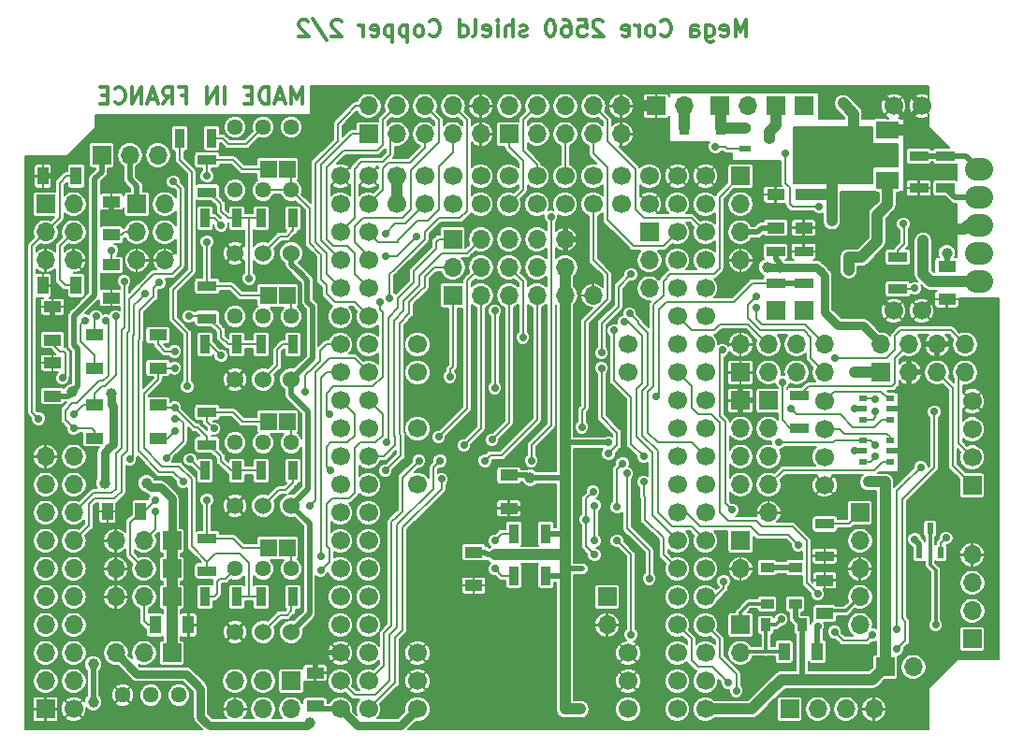
<source format=gbr>
G04 #@! TF.GenerationSoftware,KiCad,Pcbnew,(5.0.2)-1*
G04 #@! TF.CreationDate,2019-08-21T10:27:41+02:00*
G04 #@! TF.ProjectId,Mega_2560 core mini_full_2.2,4d656761-5f32-4353-9630-20636f726520,2.2*
G04 #@! TF.SameCoordinates,Original*
G04 #@! TF.FileFunction,Copper,L2,Bot*
G04 #@! TF.FilePolarity,Positive*
%FSLAX46Y46*%
G04 Gerber Fmt 4.6, Leading zero omitted, Abs format (unit mm)*
G04 Created by KiCad (PCBNEW (5.0.2)-1) date 21/08/2019 10:27:41*
%MOMM*%
%LPD*%
G01*
G04 APERTURE LIST*
G04 #@! TA.AperFunction,NonConductor*
%ADD10C,0.300000*%
G04 #@! TD*
G04 #@! TA.AperFunction,ComponentPad*
%ADD11R,1.700000X1.700000*%
G04 #@! TD*
G04 #@! TA.AperFunction,ComponentPad*
%ADD12O,1.700000X1.700000*%
G04 #@! TD*
G04 #@! TA.AperFunction,ComponentPad*
%ADD13C,1.440000*%
G04 #@! TD*
G04 #@! TA.AperFunction,SMDPad,CuDef*
%ADD14R,1.000000X0.600000*%
G04 #@! TD*
G04 #@! TA.AperFunction,ComponentPad*
%ADD15C,1.700000*%
G04 #@! TD*
G04 #@! TA.AperFunction,ComponentPad*
%ADD16O,2.540000X2.032000*%
G04 #@! TD*
G04 #@! TA.AperFunction,SMDPad,CuDef*
%ADD17R,1.000000X1.600000*%
G04 #@! TD*
G04 #@! TA.AperFunction,SMDPad,CuDef*
%ADD18R,1.200000X0.900000*%
G04 #@! TD*
G04 #@! TA.AperFunction,SMDPad,CuDef*
%ADD19R,0.800000X0.550000*%
G04 #@! TD*
G04 #@! TA.AperFunction,SMDPad,CuDef*
%ADD20R,1.700000X0.900000*%
G04 #@! TD*
G04 #@! TA.AperFunction,SMDPad,CuDef*
%ADD21R,0.900000X1.700000*%
G04 #@! TD*
G04 #@! TA.AperFunction,SMDPad,CuDef*
%ADD22R,0.600000X1.000000*%
G04 #@! TD*
G04 #@! TA.AperFunction,SMDPad,CuDef*
%ADD23R,0.900000X1.200000*%
G04 #@! TD*
G04 #@! TA.AperFunction,SMDPad,CuDef*
%ADD24R,1.600000X1.000000*%
G04 #@! TD*
G04 #@! TA.AperFunction,SMDPad,CuDef*
%ADD25R,2.000000X3.800000*%
G04 #@! TD*
G04 #@! TA.AperFunction,SMDPad,CuDef*
%ADD26R,2.000000X1.500000*%
G04 #@! TD*
G04 #@! TA.AperFunction,ComponentPad*
%ADD27C,1.524000*%
G04 #@! TD*
G04 #@! TA.AperFunction,SMDPad,CuDef*
%ADD28R,1.524000X1.524000*%
G04 #@! TD*
G04 #@! TA.AperFunction,ViaPad*
%ADD29C,0.700000*%
G04 #@! TD*
G04 #@! TA.AperFunction,ViaPad*
%ADD30C,1.000000*%
G04 #@! TD*
G04 #@! TA.AperFunction,Conductor*
%ADD31C,0.500000*%
G04 #@! TD*
G04 #@! TA.AperFunction,Conductor*
%ADD32C,1.000000*%
G04 #@! TD*
G04 #@! TA.AperFunction,Conductor*
%ADD33C,0.210000*%
G04 #@! TD*
G04 #@! TA.AperFunction,Conductor*
%ADD34C,0.750000*%
G04 #@! TD*
G04 #@! TA.AperFunction,Conductor*
%ADD35C,0.310000*%
G04 #@! TD*
G04 APERTURE END LIST*
D10*
X165921662Y-64209051D02*
X165921662Y-62709051D01*
X165421662Y-63780480D01*
X164921662Y-62709051D01*
X164921662Y-64209051D01*
X164278805Y-63780480D02*
X163564520Y-63780480D01*
X164421662Y-64209051D02*
X163921662Y-62709051D01*
X163421662Y-64209051D01*
X162921662Y-64209051D02*
X162921662Y-62709051D01*
X162564520Y-62709051D01*
X162350234Y-62780480D01*
X162207377Y-62923337D01*
X162135948Y-63066194D01*
X162064520Y-63351908D01*
X162064520Y-63566194D01*
X162135948Y-63851908D01*
X162207377Y-63994765D01*
X162350234Y-64137622D01*
X162564520Y-64209051D01*
X162921662Y-64209051D01*
X161421662Y-63423337D02*
X160921662Y-63423337D01*
X160707377Y-64209051D02*
X161421662Y-64209051D01*
X161421662Y-62709051D01*
X160707377Y-62709051D01*
X158921662Y-64209051D02*
X158921662Y-62709051D01*
X158207377Y-64209051D02*
X158207377Y-62709051D01*
X157350234Y-64209051D01*
X157350234Y-62709051D01*
X154993091Y-63423337D02*
X155493091Y-63423337D01*
X155493091Y-64209051D02*
X155493091Y-62709051D01*
X154778805Y-62709051D01*
X153350234Y-64209051D02*
X153850234Y-63494765D01*
X154207377Y-64209051D02*
X154207377Y-62709051D01*
X153635948Y-62709051D01*
X153493091Y-62780480D01*
X153421662Y-62851908D01*
X153350234Y-62994765D01*
X153350234Y-63209051D01*
X153421662Y-63351908D01*
X153493091Y-63423337D01*
X153635948Y-63494765D01*
X154207377Y-63494765D01*
X152778805Y-63780480D02*
X152064520Y-63780480D01*
X152921662Y-64209051D02*
X152421662Y-62709051D01*
X151921662Y-64209051D01*
X151421662Y-64209051D02*
X151421662Y-62709051D01*
X150564520Y-64209051D01*
X150564520Y-62709051D01*
X148993091Y-64066194D02*
X149064520Y-64137622D01*
X149278805Y-64209051D01*
X149421662Y-64209051D01*
X149635948Y-64137622D01*
X149778805Y-63994765D01*
X149850234Y-63851908D01*
X149921662Y-63566194D01*
X149921662Y-63351908D01*
X149850234Y-63066194D01*
X149778805Y-62923337D01*
X149635948Y-62780480D01*
X149421662Y-62709051D01*
X149278805Y-62709051D01*
X149064520Y-62780480D01*
X148993091Y-62851908D01*
X148350234Y-63423337D02*
X147850234Y-63423337D01*
X147635948Y-64209051D02*
X148350234Y-64209051D01*
X148350234Y-62709051D01*
X147635948Y-62709051D01*
X206111805Y-58113051D02*
X206111805Y-56613051D01*
X205611805Y-57684480D01*
X205111805Y-56613051D01*
X205111805Y-58113051D01*
X203826091Y-58041622D02*
X203968948Y-58113051D01*
X204254662Y-58113051D01*
X204397520Y-58041622D01*
X204468948Y-57898765D01*
X204468948Y-57327337D01*
X204397520Y-57184480D01*
X204254662Y-57113051D01*
X203968948Y-57113051D01*
X203826091Y-57184480D01*
X203754662Y-57327337D01*
X203754662Y-57470194D01*
X204468948Y-57613051D01*
X202468948Y-57113051D02*
X202468948Y-58327337D01*
X202540377Y-58470194D01*
X202611805Y-58541622D01*
X202754662Y-58613051D01*
X202968948Y-58613051D01*
X203111805Y-58541622D01*
X202468948Y-58041622D02*
X202611805Y-58113051D01*
X202897520Y-58113051D01*
X203040377Y-58041622D01*
X203111805Y-57970194D01*
X203183234Y-57827337D01*
X203183234Y-57398765D01*
X203111805Y-57255908D01*
X203040377Y-57184480D01*
X202897520Y-57113051D01*
X202611805Y-57113051D01*
X202468948Y-57184480D01*
X201111805Y-58113051D02*
X201111805Y-57327337D01*
X201183234Y-57184480D01*
X201326091Y-57113051D01*
X201611805Y-57113051D01*
X201754662Y-57184480D01*
X201111805Y-58041622D02*
X201254662Y-58113051D01*
X201611805Y-58113051D01*
X201754662Y-58041622D01*
X201826091Y-57898765D01*
X201826091Y-57755908D01*
X201754662Y-57613051D01*
X201611805Y-57541622D01*
X201254662Y-57541622D01*
X201111805Y-57470194D01*
X198397520Y-57970194D02*
X198468948Y-58041622D01*
X198683234Y-58113051D01*
X198826091Y-58113051D01*
X199040377Y-58041622D01*
X199183234Y-57898765D01*
X199254662Y-57755908D01*
X199326091Y-57470194D01*
X199326091Y-57255908D01*
X199254662Y-56970194D01*
X199183234Y-56827337D01*
X199040377Y-56684480D01*
X198826091Y-56613051D01*
X198683234Y-56613051D01*
X198468948Y-56684480D01*
X198397520Y-56755908D01*
X197540377Y-58113051D02*
X197683234Y-58041622D01*
X197754662Y-57970194D01*
X197826091Y-57827337D01*
X197826091Y-57398765D01*
X197754662Y-57255908D01*
X197683234Y-57184480D01*
X197540377Y-57113051D01*
X197326091Y-57113051D01*
X197183234Y-57184480D01*
X197111805Y-57255908D01*
X197040377Y-57398765D01*
X197040377Y-57827337D01*
X197111805Y-57970194D01*
X197183234Y-58041622D01*
X197326091Y-58113051D01*
X197540377Y-58113051D01*
X196397520Y-58113051D02*
X196397520Y-57113051D01*
X196397520Y-57398765D02*
X196326091Y-57255908D01*
X196254662Y-57184480D01*
X196111805Y-57113051D01*
X195968948Y-57113051D01*
X194897520Y-58041622D02*
X195040377Y-58113051D01*
X195326091Y-58113051D01*
X195468948Y-58041622D01*
X195540377Y-57898765D01*
X195540377Y-57327337D01*
X195468948Y-57184480D01*
X195326091Y-57113051D01*
X195040377Y-57113051D01*
X194897520Y-57184480D01*
X194826091Y-57327337D01*
X194826091Y-57470194D01*
X195540377Y-57613051D01*
X193111805Y-56755908D02*
X193040377Y-56684480D01*
X192897520Y-56613051D01*
X192540377Y-56613051D01*
X192397520Y-56684480D01*
X192326091Y-56755908D01*
X192254662Y-56898765D01*
X192254662Y-57041622D01*
X192326091Y-57255908D01*
X193183234Y-58113051D01*
X192254662Y-58113051D01*
X190897520Y-56613051D02*
X191611805Y-56613051D01*
X191683234Y-57327337D01*
X191611805Y-57255908D01*
X191468948Y-57184480D01*
X191111805Y-57184480D01*
X190968948Y-57255908D01*
X190897520Y-57327337D01*
X190826091Y-57470194D01*
X190826091Y-57827337D01*
X190897520Y-57970194D01*
X190968948Y-58041622D01*
X191111805Y-58113051D01*
X191468948Y-58113051D01*
X191611805Y-58041622D01*
X191683234Y-57970194D01*
X189540377Y-56613051D02*
X189826091Y-56613051D01*
X189968948Y-56684480D01*
X190040377Y-56755908D01*
X190183234Y-56970194D01*
X190254662Y-57255908D01*
X190254662Y-57827337D01*
X190183234Y-57970194D01*
X190111805Y-58041622D01*
X189968948Y-58113051D01*
X189683234Y-58113051D01*
X189540377Y-58041622D01*
X189468948Y-57970194D01*
X189397520Y-57827337D01*
X189397520Y-57470194D01*
X189468948Y-57327337D01*
X189540377Y-57255908D01*
X189683234Y-57184480D01*
X189968948Y-57184480D01*
X190111805Y-57255908D01*
X190183234Y-57327337D01*
X190254662Y-57470194D01*
X188468948Y-56613051D02*
X188326091Y-56613051D01*
X188183234Y-56684480D01*
X188111805Y-56755908D01*
X188040377Y-56898765D01*
X187968948Y-57184480D01*
X187968948Y-57541622D01*
X188040377Y-57827337D01*
X188111805Y-57970194D01*
X188183234Y-58041622D01*
X188326091Y-58113051D01*
X188468948Y-58113051D01*
X188611805Y-58041622D01*
X188683234Y-57970194D01*
X188754662Y-57827337D01*
X188826091Y-57541622D01*
X188826091Y-57184480D01*
X188754662Y-56898765D01*
X188683234Y-56755908D01*
X188611805Y-56684480D01*
X188468948Y-56613051D01*
X186254662Y-58041622D02*
X186111805Y-58113051D01*
X185826091Y-58113051D01*
X185683234Y-58041622D01*
X185611805Y-57898765D01*
X185611805Y-57827337D01*
X185683234Y-57684480D01*
X185826091Y-57613051D01*
X186040377Y-57613051D01*
X186183234Y-57541622D01*
X186254662Y-57398765D01*
X186254662Y-57327337D01*
X186183234Y-57184480D01*
X186040377Y-57113051D01*
X185826091Y-57113051D01*
X185683234Y-57184480D01*
X184968948Y-58113051D02*
X184968948Y-56613051D01*
X184326091Y-58113051D02*
X184326091Y-57327337D01*
X184397520Y-57184480D01*
X184540377Y-57113051D01*
X184754662Y-57113051D01*
X184897520Y-57184480D01*
X184968948Y-57255908D01*
X183611805Y-58113051D02*
X183611805Y-57113051D01*
X183611805Y-56613051D02*
X183683234Y-56684480D01*
X183611805Y-56755908D01*
X183540377Y-56684480D01*
X183611805Y-56613051D01*
X183611805Y-56755908D01*
X182326091Y-58041622D02*
X182468948Y-58113051D01*
X182754662Y-58113051D01*
X182897520Y-58041622D01*
X182968948Y-57898765D01*
X182968948Y-57327337D01*
X182897520Y-57184480D01*
X182754662Y-57113051D01*
X182468948Y-57113051D01*
X182326091Y-57184480D01*
X182254662Y-57327337D01*
X182254662Y-57470194D01*
X182968948Y-57613051D01*
X181397520Y-58113051D02*
X181540377Y-58041622D01*
X181611805Y-57898765D01*
X181611805Y-56613051D01*
X180183234Y-58113051D02*
X180183234Y-56613051D01*
X180183234Y-58041622D02*
X180326091Y-58113051D01*
X180611805Y-58113051D01*
X180754662Y-58041622D01*
X180826091Y-57970194D01*
X180897520Y-57827337D01*
X180897520Y-57398765D01*
X180826091Y-57255908D01*
X180754662Y-57184480D01*
X180611805Y-57113051D01*
X180326091Y-57113051D01*
X180183234Y-57184480D01*
X177468948Y-57970194D02*
X177540377Y-58041622D01*
X177754662Y-58113051D01*
X177897520Y-58113051D01*
X178111805Y-58041622D01*
X178254662Y-57898765D01*
X178326091Y-57755908D01*
X178397520Y-57470194D01*
X178397520Y-57255908D01*
X178326091Y-56970194D01*
X178254662Y-56827337D01*
X178111805Y-56684480D01*
X177897520Y-56613051D01*
X177754662Y-56613051D01*
X177540377Y-56684480D01*
X177468948Y-56755908D01*
X176611805Y-58113051D02*
X176754662Y-58041622D01*
X176826091Y-57970194D01*
X176897520Y-57827337D01*
X176897520Y-57398765D01*
X176826091Y-57255908D01*
X176754662Y-57184480D01*
X176611805Y-57113051D01*
X176397520Y-57113051D01*
X176254662Y-57184480D01*
X176183234Y-57255908D01*
X176111805Y-57398765D01*
X176111805Y-57827337D01*
X176183234Y-57970194D01*
X176254662Y-58041622D01*
X176397520Y-58113051D01*
X176611805Y-58113051D01*
X175468948Y-57113051D02*
X175468948Y-58613051D01*
X175468948Y-57184480D02*
X175326091Y-57113051D01*
X175040377Y-57113051D01*
X174897520Y-57184480D01*
X174826091Y-57255908D01*
X174754662Y-57398765D01*
X174754662Y-57827337D01*
X174826091Y-57970194D01*
X174897520Y-58041622D01*
X175040377Y-58113051D01*
X175326091Y-58113051D01*
X175468948Y-58041622D01*
X174111805Y-57113051D02*
X174111805Y-58613051D01*
X174111805Y-57184480D02*
X173968948Y-57113051D01*
X173683234Y-57113051D01*
X173540377Y-57184480D01*
X173468948Y-57255908D01*
X173397520Y-57398765D01*
X173397520Y-57827337D01*
X173468948Y-57970194D01*
X173540377Y-58041622D01*
X173683234Y-58113051D01*
X173968948Y-58113051D01*
X174111805Y-58041622D01*
X172183234Y-58041622D02*
X172326091Y-58113051D01*
X172611805Y-58113051D01*
X172754662Y-58041622D01*
X172826091Y-57898765D01*
X172826091Y-57327337D01*
X172754662Y-57184480D01*
X172611805Y-57113051D01*
X172326091Y-57113051D01*
X172183234Y-57184480D01*
X172111805Y-57327337D01*
X172111805Y-57470194D01*
X172826091Y-57613051D01*
X171468948Y-58113051D02*
X171468948Y-57113051D01*
X171468948Y-57398765D02*
X171397520Y-57255908D01*
X171326091Y-57184480D01*
X171183234Y-57113051D01*
X171040377Y-57113051D01*
X169468948Y-56755908D02*
X169397520Y-56684480D01*
X169254662Y-56613051D01*
X168897520Y-56613051D01*
X168754662Y-56684480D01*
X168683234Y-56755908D01*
X168611805Y-56898765D01*
X168611805Y-57041622D01*
X168683234Y-57255908D01*
X169540377Y-58113051D01*
X168611805Y-58113051D01*
X166897520Y-56541622D02*
X168183234Y-58470194D01*
X166468948Y-56755908D02*
X166397520Y-56684480D01*
X166254662Y-56613051D01*
X165897520Y-56613051D01*
X165754662Y-56684480D01*
X165683234Y-56755908D01*
X165611805Y-56898765D01*
X165611805Y-57041622D01*
X165683234Y-57255908D01*
X166540377Y-58113051D01*
X165611805Y-58113051D01*
D11*
G04 #@! TO.P,P15,1*
G04 #@! TO.N,Spare_1*
X197327520Y-75849480D03*
D12*
G04 #@! TO.P,P15,2*
G04 #@! TO.N,Spare_2*
X197327520Y-78389480D03*
G04 #@! TO.P,P15,3*
G04 #@! TO.N,N/C*
X197327520Y-80929480D03*
G04 #@! TD*
D13*
G04 #@! TO.P,RV1,1*
G04 #@! TO.N,GND*
X149702520Y-117759480D03*
G04 #@! TO.P,RV1,2*
G04 #@! TO.N,/OpenAVRc_CoreConnects/Lcd_vo*
X152242520Y-117759480D03*
G04 #@! TO.P,RV1,3*
G04 #@! TO.N,Net-(P16-Pad5)*
X154782520Y-117759480D03*
G04 #@! TD*
D14*
G04 #@! TO.P,Q4,S*
G04 #@! TO.N,Net-(D6-Pad1)*
X206006520Y-66390480D03*
G04 #@! TO.P,Q4,D*
G04 #@! TO.N,+BATT*
X208206520Y-67340480D03*
G04 #@! TO.P,Q4,G*
G04 #@! TO.N,Net-(Q4-PadG)*
X206006520Y-68290480D03*
G04 #@! TD*
D11*
G04 #@! TO.P,P3,1*
G04 #@! TO.N,Net-(P3-Pad1)*
X208122520Y-91089480D03*
D12*
G04 #@! TO.P,P3,2*
G04 #@! TO.N,VCC*
X208122520Y-93629480D03*
G04 #@! TO.P,P3,3*
G04 #@! TO.N,lsp_rst*
X208122520Y-96169480D03*
G04 #@! TO.P,P3,4*
G04 #@! TO.N,Net-(P3-Pad4)*
X208122520Y-98709480D03*
G04 #@! TO.P,P3,5*
G04 #@! TO.N,GND*
X208122520Y-101249480D03*
G04 #@! TD*
D15*
G04 #@! TO.P,P1,G0*
G04 #@! TO.N,Sw_rudDR*
X187167520Y-73309480D03*
G04 #@! TO.P,P1,D6*
G04 #@! TO.N,N/C*
X189707520Y-73309480D03*
G04 #@! TO.P,P1,D4*
G04 #@! TO.N,PPM_in*
X192247520Y-73309480D03*
G04 #@! TO.P,P1,NC*
G04 #@! TO.N,N/C*
X194787520Y-73309480D03*
G04 #@! TO.P,P1,GND*
G04 #@! TO.N,GND*
X197327520Y-73309480D03*
G04 #@! TO.P,P1,C0*
G04 #@! TO.N,Sw_id1*
X184627520Y-73309480D03*
G04 #@! TO.P,P1,C2*
G04 #@! TO.N,/OpenAVRc_CoreConnects/Lcd_bla*
X182087520Y-73309480D03*
G04 #@! TO.P,P1,C4*
G04 #@! TO.N,/OpenAVRc_CoreConnects/Lcd_rst*
X179547520Y-73309480D03*
G04 #@! TO.P,P1,C6*
G04 #@! TO.N,/OpenAVRc_CoreConnects/Lcd_r/w*
X177007520Y-73309480D03*
G04 #@! TO.P,P1,VCC*
G04 #@! TO.N,VCC*
X174467520Y-73309480D03*
G04 #@! TO.P,P1,AGND*
G04 #@! TO.N,N/C*
X197327520Y-70769480D03*
G04 #@! TO.P,P1,G4*
G04 #@! TO.N,BT_OnOff*
X194787520Y-70769480D03*
G04 #@! TO.P,P1,D5*
G04 #@! TO.N,N/C*
X192247520Y-70769480D03*
G04 #@! TO.P,P1,D7*
G04 #@! TO.N,Sw_ailDR*
X189707520Y-70769480D03*
G04 #@! TO.P,P1,G1*
G04 #@! TO.N,Sw_gear*
X187167520Y-70769480D03*
G04 #@! TO.P,P1,C1*
G04 #@! TO.N,Sw_id2*
X184627520Y-70769480D03*
G04 #@! TO.P,P1,C3*
G04 #@! TO.N,/OpenAVRc_CoreConnects/Lcd_cs*
X182087520Y-70769480D03*
G04 #@! TO.P,P1,C5*
G04 #@! TO.N,/OpenAVRc_CoreConnects/Lcd_A0*
X179547520Y-70769480D03*
G04 #@! TO.P,P1,C7*
G04 #@! TO.N,/OpenAVRc_CoreConnects/Lcd_e*
X177007520Y-70769480D03*
G04 #@! TO.P,P1,VCC*
G04 #@! TO.N,VCC*
X174467520Y-70769480D03*
G04 #@! TO.P,P1,GND*
G04 #@! TO.N,GND*
X199867520Y-70769480D03*
G04 #@! TO.P,P1,H7*
G04 #@! TO.N,Spare_1*
X199867520Y-73309480D03*
G04 #@! TO.P,P1,L6*
G04 #@! TO.N,Sw_eleDR*
X199867520Y-75849480D03*
G04 #@! TO.P,P1,L4*
G04 #@! TO.N,Key_MENU*
X199867520Y-78389480D03*
G04 #@! TO.P,P1,L2*
G04 #@! TO.N,Key_RIGHT*
X199867520Y-80929480D03*
G04 #@! TO.P,P1,L0*
G04 #@! TO.N,Key_DOWN*
X199867520Y-83469480D03*
G04 #@! TO.P,P1,B6*
G04 #@! TO.N,Master_PPMout*
X199867520Y-86009480D03*
G04 #@! TO.P,P1,B4*
G04 #@! TO.N,BT_KEY_CMD*
X199867520Y-88549480D03*
G04 #@! TO.P,P1,H6*
G04 #@! TO.N,Sim_Control*
X199867520Y-91089480D03*
G04 #@! TO.P,P1,H4*
G04 #@! TO.N,Hold_Power*
X199867520Y-93629480D03*
G04 #@! TO.P,P1,H2*
G04 #@! TO.N,Xmitter_SCK*
X199867520Y-96169480D03*
G04 #@! TO.P,P1,D1*
G04 #@! TO.N,Sda*
X199867520Y-98709480D03*
G04 #@! TO.P,P1,D3*
G04 #@! TO.N,BT_Txd1*
X199867520Y-101249480D03*
G04 #@! TO.P,P1,H1*
G04 #@! TO.N,Xmitter_MOSI*
X199867520Y-103789480D03*
G04 #@! TO.P,P1,J1*
G04 #@! TO.N,JQ6500Data*
X199867520Y-106329480D03*
G04 #@! TO.P,P1,E6*
G04 #@! TO.N,Rot_2B*
X199867520Y-108869480D03*
G04 #@! TO.P,P1,E4*
G04 #@! TO.N,Rot_1A*
X199867520Y-111409480D03*
G04 #@! TO.P,P1,E1*
G04 #@! TO.N,Tele_TX*
X199867520Y-113949480D03*
G04 #@! TO.P,P1,G5*
G04 #@! TO.N,Rot_1push*
X199867520Y-116489480D03*
G04 #@! TO.P,P1,VCC*
G04 #@! TO.N,VCC*
X199867520Y-119029480D03*
G04 #@! TO.P,P1,GND*
G04 #@! TO.N,GND*
X202407520Y-70769480D03*
G04 #@! TO.P,P1,G3*
G04 #@! TO.N,Spare_2*
X202407520Y-73309480D03*
G04 #@! TO.P,P1,L7*
G04 #@! TO.N,Sw_turn*
X202407520Y-75849480D03*
G04 #@! TO.P,P1,L5*
G04 #@! TO.N,Key_ESC*
X202407520Y-78389480D03*
G04 #@! TO.P,P1,L3*
G04 #@! TO.N,Key_LEFT*
X202407520Y-80929480D03*
G04 #@! TO.P,P1,L1*
G04 #@! TO.N,Key_UP*
X202407520Y-83469480D03*
G04 #@! TO.P,P1,B7*
G04 #@! TO.N,N/C*
X202407520Y-86009480D03*
G04 #@! TO.P,P1,B5*
G04 #@! TO.N,PPM16_SIMout*
X202407520Y-88549480D03*
G04 #@! TO.P,P1,B0*
G04 #@! TO.N,/OpenAVRc_CoreConnects/Microsd_CS*
X202407520Y-91089480D03*
G04 #@! TO.P,P1,H5*
G04 #@! TO.N,Vibreur*
X202407520Y-93629480D03*
G04 #@! TO.P,P1,H3*
G04 #@! TO.N,Audio_Buzzer_out*
X202407520Y-96169480D03*
G04 #@! TO.P,P1,D0*
G04 #@! TO.N,Scl*
X202407520Y-98709480D03*
G04 #@! TO.P,P1,D2*
G04 #@! TO.N,BT_Rxd1*
X202407520Y-101249480D03*
G04 #@! TO.P,P1,H0*
G04 #@! TO.N,Xmitter_MISO*
X202407520Y-103789480D03*
G04 #@! TO.P,P1,J0*
G04 #@! TO.N,JQ6500Busy*
X202407520Y-106329480D03*
G04 #@! TO.P,P1,E7*
G04 #@! TO.N,Rot_2A*
X202407520Y-108869480D03*
G04 #@! TO.P,P1,E5*
G04 #@! TO.N,Rot_1B*
X202407520Y-111409480D03*
G04 #@! TO.P,P1,E3*
G04 #@! TO.N,Rot_2push*
X202407520Y-113949480D03*
G04 #@! TO.P,P1,E0*
G04 #@! TO.N,Tele_RX*
X202407520Y-116489480D03*
G04 #@! TO.P,P1,VCC*
G04 #@! TO.N,VCC*
X202407520Y-119029480D03*
G04 #@! TO.P,P1,GND*
G04 #@! TO.N,GND*
X171927520Y-70769480D03*
G04 #@! TO.P,P1,AC0*
G04 #@! TO.N,Trim_RH->*
X171927520Y-73309480D03*
G04 #@! TO.P,P1,AC2*
G04 #@! TO.N,Trim_RV->*
X171927520Y-75849480D03*
G04 #@! TO.P,P1,AC4*
G04 #@! TO.N,Trim_LV->*
X171927520Y-78389480D03*
G04 #@! TO.P,P1,AC6*
G04 #@! TO.N,Trim_LH->*
X171927520Y-80929480D03*
G04 #@! TO.P,P1,AC8*
G04 #@! TO.N,Stick_RH*
X171927520Y-83469480D03*
G04 #@! TO.P,P1,AC10*
G04 #@! TO.N,Stick_RV*
X171927520Y-86009480D03*
G04 #@! TO.P,P1,AC12*
G04 #@! TO.N,Pot_1*
X171927520Y-88549480D03*
G04 #@! TO.P,P1,AC14*
G04 #@! TO.N,Pot_3*
X171927520Y-91089480D03*
G04 #@! TO.P,P1,J2*
G04 #@! TO.N,N/C*
X171927520Y-93629480D03*
G04 #@! TO.P,P1,J4*
G04 #@! TO.N,CS_CYRF6936*
X171927520Y-96169480D03*
G04 #@! TO.P,P1,J6*
G04 #@! TO.N,CS_A7105*
X171927520Y-98709480D03*
G04 #@! TO.P,P1,A7*
G04 #@! TO.N,/OpenAVRc_CoreConnects/Lcd_db7*
X171927520Y-101249480D03*
G04 #@! TO.P,P1,A5*
G04 #@! TO.N,/OpenAVRc_CoreConnects/Lcd_db5*
X171927520Y-103789480D03*
G04 #@! TO.P,P1,A3*
G04 #@! TO.N,/OpenAVRc_CoreConnects/Lcd_db3*
X171927520Y-106329480D03*
G04 #@! TO.P,P1,A1*
G04 #@! TO.N,/OpenAVRc_CoreConnects/Lcd_db1*
X171927520Y-108869480D03*
G04 #@! TO.P,P1,J7*
G04 #@! TO.N,N/C*
X171927520Y-111409480D03*
G04 #@! TO.P,P1,RST*
G04 #@! TO.N,lsp_rst*
X171927520Y-113949480D03*
G04 #@! TO.P,P1,B1*
G04 #@! TO.N,/OpenAVRc_CoreConnects/Sck*
X171927520Y-116489480D03*
G04 #@! TO.P,P1,B3*
G04 #@! TO.N,/OpenAVRc_CoreConnects/Miso*
X171927520Y-119029480D03*
G04 #@! TO.P,P1,VCC*
G04 #@! TO.N,VCC*
X169387520Y-119029480D03*
G04 #@! TO.P,P1,B2*
G04 #@! TO.N,/OpenAVRc_CoreConnects/Mosi*
X169387520Y-116489480D03*
G04 #@! TO.P,P1,GND*
G04 #@! TO.N,GND*
X169387520Y-113949480D03*
G04 #@! TO.P,P1,A0*
G04 #@! TO.N,/OpenAVRc_CoreConnects/Lcd_db0*
X169387520Y-111409480D03*
G04 #@! TO.P,P1,A2*
G04 #@! TO.N,/OpenAVRc_CoreConnects/Lcd_db2*
X169387520Y-108869480D03*
G04 #@! TO.P,P1,A4*
G04 #@! TO.N,/OpenAVRc_CoreConnects/Lcd_db4*
X169387520Y-106329480D03*
G04 #@! TO.P,P1,A6*
G04 #@! TO.N,/OpenAVRc_CoreConnects/Lcd_db6*
X169387520Y-103789480D03*
G04 #@! TO.P,P1,G2*
G04 #@! TO.N,Sw_thcut*
X169387520Y-101249480D03*
G04 #@! TO.P,P1,J5*
G04 #@! TO.N,CS_NRF24L01*
X169387520Y-98709480D03*
G04 #@! TO.P,P1,J3*
G04 #@! TO.N,CS_CC2500*
X169387520Y-96169480D03*
G04 #@! TO.P,P1,AC15*
G04 #@! TO.N,U_batt*
X169387520Y-93629480D03*
G04 #@! TO.P,P1,AC13*
G04 #@! TO.N,Pot_2*
X169387520Y-91089480D03*
G04 #@! TO.P,P1,AC11*
G04 #@! TO.N,Stick_LH*
X169387520Y-88549480D03*
G04 #@! TO.P,P1,AC9*
G04 #@! TO.N,Stick_LV*
X169387520Y-86009480D03*
G04 #@! TO.P,P1,AC7*
G04 #@! TO.N,Trim_LH<-*
X169387520Y-83469480D03*
G04 #@! TO.P,P1,AC5*
G04 #@! TO.N,Trim_LV<-*
X169387520Y-80929480D03*
G04 #@! TO.P,P1,AC3*
G04 #@! TO.N,Trim_RV<-*
X169387520Y-78389480D03*
G04 #@! TO.P,P1,AC1*
G04 #@! TO.N,Trim_RH<-*
X169387520Y-75849480D03*
G04 #@! TO.P,P1,VREF*
G04 #@! TO.N,N/C*
X169387520Y-73309480D03*
G04 #@! TO.P,P1,GND*
G04 #@! TO.N,GND*
X169387520Y-70769480D03*
G04 #@! TD*
D16*
G04 #@! TO.P,U4,1*
G04 #@! TO.N,Net-(R41-Pad2)*
X227172520Y-70134480D03*
G04 #@! TO.P,U4,2*
G04 #@! TO.N,+BATT*
X227172520Y-72674480D03*
G04 #@! TO.P,U4,3*
G04 #@! TO.N,GND*
X227172520Y-75214480D03*
G04 #@! TO.P,U4,4*
G04 #@! TO.N,VCC*
X227172520Y-77754480D03*
G04 #@! TO.P,U4,5*
G04 #@! TO.N,+3.3V*
X227172520Y-80294480D03*
G04 #@! TD*
D11*
G04 #@! TO.P,P30,4*
G04 #@! TO.N,+BATT*
X208757520Y-64419480D03*
G04 #@! TO.P,P30,5*
G04 #@! TO.N,VCC*
X208767520Y-82961480D03*
G04 #@! TO.P,P30,3*
G04 #@! TO.N,+BATT*
X211297520Y-64419480D03*
G04 #@! TO.P,P30,6*
G04 #@! TO.N,VCC*
X211297520Y-82961480D03*
D15*
G04 #@! TO.P,P30,2*
G04 #@! TO.N,GND*
X219425520Y-64419480D03*
G04 #@! TO.P,P30,7*
X219425520Y-82961480D03*
G04 #@! TO.P,P30,1*
X221965520Y-64419480D03*
G04 #@! TO.P,P30,8*
X221965520Y-82961480D03*
G04 #@! TD*
D11*
G04 #@! TO.P,P8,1*
G04 #@! TO.N,Audio_Buzzer_out*
X205582520Y-70769480D03*
D12*
G04 #@! TO.P,P8,2*
G04 #@! TO.N,/OpenAVRc_Audio_Haptic/JQ_Left_Out*
X205582520Y-73309480D03*
G04 #@! TO.P,P8,3*
G04 #@! TO.N,VCC*
X205582520Y-75849480D03*
G04 #@! TO.P,P8,4*
G04 #@! TO.N,GND*
X205582520Y-78389480D03*
G04 #@! TD*
D17*
G04 #@! TO.P,C2,1*
G04 #@! TO.N,Net-(C2-Pad1)*
X209543520Y-113822480D03*
G04 #@! TO.P,C2,2*
G04 #@! TO.N,Net-(C2-Pad2)*
X212543520Y-113822480D03*
G04 #@! TD*
D18*
G04 #@! TO.P,D3,1*
G04 #@! TO.N,Net-(C2-Pad2)*
X207995520Y-109503480D03*
G04 #@! TO.P,D3,2*
G04 #@! TO.N,Net-(D2-Pad1)*
X207995520Y-106203480D03*
G04 #@! TD*
G04 #@! TO.P,D2,1*
G04 #@! TO.N,Net-(D2-Pad1)*
X210535520Y-106203480D03*
G04 #@! TO.P,D2,2*
G04 #@! TO.N,VCC*
X210535520Y-109503480D03*
G04 #@! TD*
D19*
G04 #@! TO.P,U2,1*
G04 #@! TO.N,Net-(P20-Pad6)*
X219101520Y-94711480D03*
G04 #@! TO.P,U2,2*
G04 #@! TO.N,GND*
X219101520Y-95661480D03*
G04 #@! TO.P,U2,3*
G04 #@! TO.N,Net-(P3-Pad4)*
X219101520Y-96611480D03*
G04 #@! TO.P,U2,4*
G04 #@! TO.N,Net-(R7-Pad2)*
X216701520Y-96611480D03*
G04 #@! TO.P,U2,5*
G04 #@! TO.N,VCC*
X216701520Y-95661480D03*
G04 #@! TO.P,U2,6*
G04 #@! TO.N,Hold_Power*
X216701520Y-94711480D03*
G04 #@! TD*
G04 #@! TO.P,U3,1*
G04 #@! TO.N,Net-(P20-Pad5)*
X219101520Y-90901480D03*
G04 #@! TO.P,U3,2*
G04 #@! TO.N,GND*
X219101520Y-91851480D03*
G04 #@! TO.P,U3,3*
G04 #@! TO.N,Net-(P3-Pad1)*
X219101520Y-92801480D03*
G04 #@! TO.P,U3,4*
G04 #@! TO.N,Net-(R19-Pad2)*
X216701520Y-92801480D03*
G04 #@! TO.P,U3,5*
G04 #@! TO.N,VCC*
X216701520Y-91851480D03*
G04 #@! TO.P,U3,6*
G04 #@! TO.N,Hold_Power*
X216701520Y-90901480D03*
G04 #@! TD*
D11*
G04 #@! TO.P,P33,1*
G04 #@! TO.N,VCC*
X218663520Y-115219480D03*
D12*
G04 #@! TO.P,P33,2*
X221203520Y-115219480D03*
G04 #@! TD*
D20*
G04 #@! TO.P,R18,1*
G04 #@! TO.N,Net-(P19-Pad4)*
X210916520Y-90655480D03*
G04 #@! TO.P,R18,2*
G04 #@! TO.N,Master_PPMout*
X210916520Y-93555480D03*
G04 #@! TD*
D21*
G04 #@! TO.P,R10,1*
G04 #@! TO.N,Net-(P16-Pad18)*
X154856520Y-67340480D03*
G04 #@! TO.P,R10,2*
G04 #@! TO.N,Net-(R10-Pad2)*
X157756520Y-67340480D03*
G04 #@! TD*
D20*
G04 #@! TO.P,R2,1*
G04 #@! TO.N,Hold_Power*
X219806520Y-80982480D03*
G04 #@! TO.P,R2,2*
G04 #@! TO.N,Net-(D4-Pad2)*
X219806520Y-78082480D03*
G04 #@! TD*
D22*
G04 #@! TO.P,Q1,S*
G04 #@! TO.N,VCC*
X221777520Y-104889480D03*
G04 #@! TO.P,Q1,D*
G04 #@! TO.N,Net-(C10-Pad1)*
X222727520Y-102689480D03*
G04 #@! TO.P,Q1,G*
G04 #@! TO.N,Net-(Q1-PadG)*
X223677520Y-104889480D03*
G04 #@! TD*
D23*
G04 #@! TO.P,D1,1*
G04 #@! TO.N,VCC*
X211169520Y-111409480D03*
G04 #@! TO.P,D1,2*
G04 #@! TO.N,Net-(C2-Pad1)*
X207869520Y-111409480D03*
G04 #@! TD*
D24*
G04 #@! TO.P,C10,1*
G04 #@! TO.N,Net-(C10-Pad1)*
X213202520Y-110369480D03*
G04 #@! TO.P,C10,2*
G04 #@! TO.N,GND*
X213202520Y-107369480D03*
G04 #@! TD*
D20*
G04 #@! TO.P,R5,1*
G04 #@! TO.N,Net-(P10-Pad1)*
X213202520Y-102265480D03*
G04 #@! TO.P,R5,2*
G04 #@! TO.N,GND*
X213202520Y-105165480D03*
G04 #@! TD*
D24*
G04 #@! TO.P,C31,1*
G04 #@! TO.N,VCC*
X224251520Y-78921480D03*
G04 #@! TO.P,C31,2*
G04 #@! TO.N,GND*
X224251520Y-81921480D03*
G04 #@! TD*
D20*
G04 #@! TO.P,R41,1*
G04 #@! TO.N,+BATT*
X224124520Y-71838480D03*
G04 #@! TO.P,R41,2*
G04 #@! TO.N,Net-(R41-Pad2)*
X224124520Y-68938480D03*
G04 #@! TD*
G04 #@! TO.P,R43,1*
G04 #@! TO.N,Net-(R41-Pad2)*
X221711520Y-68938480D03*
G04 #@! TO.P,R43,2*
G04 #@! TO.N,GND*
X221711520Y-71838480D03*
G04 #@! TD*
G04 #@! TO.P,R16,1*
G04 #@! TO.N,U_batt*
X211297520Y-80474480D03*
G04 #@! TO.P,R16,2*
G04 #@! TO.N,GND*
X211297520Y-77574480D03*
G04 #@! TD*
G04 #@! TO.P,R17,1*
G04 #@! TO.N,U_batt*
X208757520Y-80474480D03*
G04 #@! TO.P,R17,2*
G04 #@! TO.N,+BATT*
X208757520Y-77574480D03*
G04 #@! TD*
D24*
G04 #@! TO.P,C38,1*
G04 #@! TO.N,+3.3V*
X211297520Y-72444480D03*
G04 #@! TO.P,C38,2*
G04 #@! TO.N,GND*
X211297520Y-75444480D03*
G04 #@! TD*
G04 #@! TO.P,C5,1*
G04 #@! TO.N,GND*
X208757520Y-72444480D03*
G04 #@! TO.P,C5,2*
G04 #@! TO.N,VCC*
X208757520Y-75444480D03*
G04 #@! TD*
D25*
G04 #@! TO.P,U5,4*
G04 #@! TO.N,+3.3V*
X212592520Y-68864480D03*
D26*
G04 #@! TO.P,U5,2*
X218892520Y-68864480D03*
G04 #@! TO.P,U5,3*
G04 #@! TO.N,VCC*
X218892520Y-71164480D03*
G04 #@! TO.P,U5,1*
G04 #@! TO.N,GND*
X218892520Y-66564480D03*
G04 #@! TD*
D23*
G04 #@! TO.P,D6,1*
G04 #@! TO.N,Net-(D6-Pad1)*
X203803520Y-66451480D03*
G04 #@! TO.P,D6,2*
G04 #@! TO.N,/OpenAVRc_Power/LIPO+*
X200503520Y-66451480D03*
G04 #@! TD*
D11*
G04 #@! TO.P,P7,1*
G04 #@! TO.N,CS_CC2500*
X179547520Y-76484480D03*
D12*
G04 #@! TO.P,P7,2*
G04 #@! TO.N,CS_NRF24L01*
X179547520Y-79024480D03*
G04 #@! TO.P,P7,3*
G04 #@! TO.N,CS_CYRF6936*
X182087520Y-76484480D03*
G04 #@! TO.P,P7,4*
G04 #@! TO.N,CS_A7105*
X182087520Y-79024480D03*
G04 #@! TO.P,P7,5*
G04 #@! TO.N,Xmitter_MISO*
X184627520Y-76484480D03*
G04 #@! TO.P,P7,6*
G04 #@! TO.N,Xmitter_SCK*
X184627520Y-79024480D03*
G04 #@! TO.P,P7,7*
G04 #@! TO.N,+3.3V*
X187167520Y-76484480D03*
G04 #@! TO.P,P7,8*
G04 #@! TO.N,Xmitter_MOSI*
X187167520Y-79024480D03*
G04 #@! TO.P,P7,9*
G04 #@! TO.N,GND*
X189707520Y-76484480D03*
G04 #@! TO.P,P7,10*
G04 #@! TO.N,VCC*
X189707520Y-79024480D03*
G04 #@! TD*
D15*
G04 #@! TO.P,P22,SPK+*
G04 #@! TO.N,N/C*
X195422520Y-86009480D03*
G04 #@! TO.P,P22,SPK-*
X195422520Y-88549480D03*
G04 #@! TO.P,P22,DACR*
X176372520Y-86009480D03*
G04 #@! TO.P,P22,DACL*
G04 #@! TO.N,/OpenAVRc_Audio_Haptic/JQ_Left_Out*
X176372520Y-88549480D03*
G04 #@! TO.P,P22,RX*
G04 #@! TO.N,Net-(P22-PadRX)*
X176372520Y-93629480D03*
G04 #@! TO.P,P22,BUSY*
G04 #@! TO.N,Net-(P22-PadBUSY)*
X176372520Y-98709480D03*
G04 #@! TO.P,P22,GND*
G04 #@! TO.N,GND*
X176372520Y-113949480D03*
X176372520Y-116489480D03*
G04 #@! TO.P,P22,VCC*
G04 #@! TO.N,VCC*
X176372520Y-119029480D03*
X195422520Y-119029480D03*
G04 #@! TO.P,P22,GND*
G04 #@! TO.N,GND*
X195422520Y-116489480D03*
X195422520Y-113949480D03*
G04 #@! TD*
D24*
G04 #@! TO.P,C22,1*
G04 #@! TO.N,VCC*
X184627520Y-97844480D03*
G04 #@! TO.P,C22,2*
G04 #@! TO.N,GND*
X184627520Y-100844480D03*
G04 #@! TD*
D21*
G04 #@! TO.P,R20,1*
G04 #@! TO.N,Net-(R20-Pad1)*
X185082520Y-103154480D03*
G04 #@! TO.P,R20,2*
G04 #@! TO.N,VCC*
X187982520Y-103154480D03*
G04 #@! TD*
G04 #@! TO.P,R15,1*
G04 #@! TO.N,Net-(R15-Pad1)*
X185082520Y-106964480D03*
G04 #@! TO.P,R15,2*
G04 #@! TO.N,VCC*
X187982520Y-106964480D03*
G04 #@! TD*
D24*
G04 #@! TO.P,C23,1*
G04 #@! TO.N,VCC*
X181452520Y-104829480D03*
G04 #@! TO.P,C23,2*
G04 #@! TO.N,GND*
X181452520Y-107829480D03*
G04 #@! TD*
G04 #@! TO.P,C19,1*
G04 #@! TO.N,GND*
X167101520Y-115751480D03*
G04 #@! TO.P,C19,2*
G04 #@! TO.N,VCC*
X167101520Y-118751480D03*
G04 #@! TD*
D20*
G04 #@! TO.P,R35,1*
G04 #@! TO.N,Net-(C46-Pad2)*
X157322520Y-106509480D03*
G04 #@! TO.P,R35,2*
G04 #@! TO.N,/OpenAVRc_Sticks/Stick_LHcon*
X157322520Y-103609480D03*
G04 #@! TD*
D17*
G04 #@! TO.P,C12,1*
G04 #@! TO.N,Pot_3*
X152647520Y-111409480D03*
G04 #@! TO.P,C12,2*
G04 #@! TO.N,GND*
X155647520Y-111409480D03*
G04 #@! TD*
G04 #@! TO.P,C13,1*
G04 #@! TO.N,Pot_2*
X151329520Y-101122480D03*
G04 #@! TO.P,C13,2*
G04 #@! TO.N,GND*
X148329520Y-101122480D03*
G04 #@! TD*
D21*
G04 #@! TO.P,R34,1*
G04 #@! TO.N,Net-(C45-Pad2)*
X162222520Y-97439480D03*
G04 #@! TO.P,R34,2*
G04 #@! TO.N,Net-(R34-Pad2)*
X165122520Y-97439480D03*
G04 #@! TD*
D20*
G04 #@! TO.P,R32,1*
G04 #@! TO.N,Net-(C45-Pad2)*
X157322520Y-95079480D03*
G04 #@! TO.P,R32,2*
G04 #@! TO.N,/OpenAVRc_Sticks/Stick_LVcon*
X157322520Y-92179480D03*
G04 #@! TD*
D24*
G04 #@! TO.P,C45,1*
G04 #@! TO.N,Stick_LV*
X152877520Y-94494480D03*
G04 #@! TO.P,C45,2*
G04 #@! TO.N,Net-(C45-Pad2)*
X152877520Y-91494480D03*
G04 #@! TD*
G04 #@! TO.P,C44,1*
G04 #@! TO.N,Stick_RV*
X147162520Y-94494480D03*
G04 #@! TO.P,C44,2*
G04 #@! TO.N,Net-(C44-Pad2)*
X147162520Y-91494480D03*
G04 #@! TD*
G04 #@! TO.P,C43,1*
G04 #@! TO.N,Stick_RH*
X147162520Y-85144480D03*
G04 #@! TO.P,C43,2*
G04 #@! TO.N,Net-(C43-Pad2)*
X147162520Y-88144480D03*
G04 #@! TD*
G04 #@! TO.P,C46,1*
G04 #@! TO.N,Stick_LH*
X152877520Y-85144480D03*
G04 #@! TO.P,C46,2*
G04 #@! TO.N,Net-(C46-Pad2)*
X152877520Y-88144480D03*
G04 #@! TD*
D21*
G04 #@! TO.P,R31,1*
G04 #@! TO.N,Net-(C44-Pad2)*
X162222520Y-86009480D03*
G04 #@! TO.P,R31,2*
G04 #@! TO.N,Net-(R31-Pad2)*
X165122520Y-86009480D03*
G04 #@! TD*
D20*
G04 #@! TO.P,R29,1*
G04 #@! TO.N,Net-(C44-Pad2)*
X157322520Y-83649480D03*
G04 #@! TO.P,R29,2*
G04 #@! TO.N,/OpenAVRc_Sticks/Stick_RVcon*
X157322520Y-80749480D03*
G04 #@! TD*
D21*
G04 #@! TO.P,R11,1*
G04 #@! TO.N,Net-(R11-Pad1)*
X157142520Y-74579480D03*
G04 #@! TO.P,R11,2*
G04 #@! TO.N,Net-(C43-Pad2)*
X160042520Y-74579480D03*
G04 #@! TD*
G04 #@! TO.P,R28,1*
G04 #@! TO.N,Net-(C43-Pad2)*
X162222520Y-74579480D03*
G04 #@! TO.P,R28,2*
G04 #@! TO.N,Net-(R28-Pad2)*
X165122520Y-74579480D03*
G04 #@! TD*
D17*
G04 #@! TO.P,C11,1*
G04 #@! TO.N,/OpenAVRc_Sticks/Stick_LHcon*
X145487520Y-80675480D03*
G04 #@! TO.P,C11,2*
G04 #@! TO.N,GND*
X142487520Y-80675480D03*
G04 #@! TD*
D24*
G04 #@! TO.P,C42,1*
G04 #@! TO.N,Net-(C42-Pad1)*
X143352520Y-85604480D03*
G04 #@! TO.P,C42,2*
G04 #@! TO.N,GND*
X143352520Y-82604480D03*
G04 #@! TD*
G04 #@! TO.P,C17,1*
G04 #@! TO.N,/OpenAVRc_Sticks/Stick_RVcon*
X148686520Y-78794480D03*
G04 #@! TO.P,C17,2*
G04 #@! TO.N,GND*
X148686520Y-81794480D03*
G04 #@! TD*
G04 #@! TO.P,C16,1*
G04 #@! TO.N,/OpenAVRc_Sticks/Stick_RHcon*
X148686520Y-76079480D03*
G04 #@! TO.P,C16,2*
G04 #@! TO.N,GND*
X148686520Y-73079480D03*
G04 #@! TD*
D20*
G04 #@! TO.P,R26,1*
G04 #@! TO.N,Net-(C43-Pad2)*
X157322520Y-72219480D03*
G04 #@! TO.P,R26,2*
G04 #@! TO.N,/OpenAVRc_Sticks/Stick_RHcon*
X157322520Y-69319480D03*
G04 #@! TD*
D17*
G04 #@! TO.P,C9,1*
G04 #@! TO.N,/OpenAVRc_Sticks/Stick_LVcon*
X145487520Y-70769480D03*
G04 #@! TO.P,C9,2*
G04 #@! TO.N,GND*
X142487520Y-70769480D03*
G04 #@! TD*
D21*
G04 #@! TO.P,R12,1*
G04 #@! TO.N,Net-(R12-Pad1)*
X157142520Y-86009480D03*
G04 #@! TO.P,R12,2*
G04 #@! TO.N,Net-(C44-Pad2)*
X160042520Y-86009480D03*
G04 #@! TD*
G04 #@! TO.P,R13,1*
G04 #@! TO.N,Net-(R13-Pad1)*
X157142520Y-97439480D03*
G04 #@! TO.P,R13,2*
G04 #@! TO.N,Net-(C45-Pad2)*
X160042520Y-97439480D03*
G04 #@! TD*
G04 #@! TO.P,R37,1*
G04 #@! TO.N,Net-(C46-Pad2)*
X162222520Y-108869480D03*
G04 #@! TO.P,R37,2*
G04 #@! TO.N,Net-(R37-Pad2)*
X165122520Y-108869480D03*
G04 #@! TD*
G04 #@! TO.P,R14,1*
G04 #@! TO.N,Net-(R14-Pad1)*
X157142520Y-108869480D03*
G04 #@! TO.P,R14,2*
G04 #@! TO.N,Net-(C46-Pad2)*
X160042520Y-108869480D03*
G04 #@! TD*
D11*
G04 #@! TO.P,P24,1*
G04 #@! TO.N,Rot_2push*
X226537520Y-112679480D03*
D12*
G04 #@! TO.P,P24,2*
G04 #@! TO.N,Rot_2B*
X226537520Y-110139480D03*
G04 #@! TO.P,P24,3*
G04 #@! TO.N,Rot_2A*
X226537520Y-107599480D03*
G04 #@! TO.P,P24,4*
G04 #@! TO.N,GND*
X226537520Y-105059480D03*
G04 #@! TD*
D11*
G04 #@! TO.P,P23,1*
G04 #@! TO.N,Rot_1push*
X210027520Y-119029480D03*
D12*
G04 #@! TO.P,P23,2*
G04 #@! TO.N,Rot_1B*
X212567520Y-119029480D03*
G04 #@! TO.P,P23,3*
G04 #@! TO.N,Rot_1A*
X215107520Y-119029480D03*
G04 #@! TO.P,P23,4*
G04 #@! TO.N,GND*
X217647520Y-119029480D03*
G04 #@! TD*
D11*
G04 #@! TO.P,P5,1*
G04 #@! TO.N,Net-(C2-Pad2)*
X205582520Y-111409480D03*
D12*
G04 #@! TO.P,P5,2*
G04 #@! TO.N,Net-(C2-Pad1)*
X205582520Y-113949480D03*
G04 #@! TD*
D11*
G04 #@! TO.P,P18,1*
G04 #@! TO.N,Net-(P18-Pad1)*
X205582520Y-103789480D03*
D12*
G04 #@! TO.P,P18,2*
G04 #@! TO.N,GND*
X205582520Y-106329480D03*
G04 #@! TD*
D11*
G04 #@! TO.P,P2,1*
G04 #@! TO.N,GND*
X205582520Y-91089480D03*
D12*
G04 #@! TO.P,P2,2*
G04 #@! TO.N,VCC*
X205582520Y-93629480D03*
G04 #@! TO.P,P2,3*
G04 #@! TO.N,Sda*
X205582520Y-96169480D03*
G04 #@! TO.P,P2,4*
G04 #@! TO.N,Scl*
X205582520Y-98709480D03*
G04 #@! TD*
D15*
G04 #@! TO.P,P20,4*
G04 #@! TO.N,GND*
X226537520Y-91152980D03*
G04 #@! TO.P,P20,3*
G04 #@! TO.N,VCC*
X226537520Y-93692980D03*
G04 #@! TO.P,P20,2*
G04 #@! TO.N,/OpenAVRc_HF_Telemetry/TX_module*
X226537520Y-96232980D03*
D11*
G04 #@! TO.P,P20,1*
G04 #@! TO.N,/OpenAVRc_HF_Telemetry/RX_module*
X226537520Y-98772980D03*
D15*
G04 #@! TO.P,P20,5*
G04 #@! TO.N,Net-(P20-Pad5)*
X213202520Y-91102180D03*
G04 #@! TO.P,P20,6*
G04 #@! TO.N,Net-(P20-Pad6)*
X213202520Y-93642180D03*
G04 #@! TO.P,P20,7*
G04 #@! TO.N,VCC*
X213202520Y-96182180D03*
G04 #@! TO.P,P20,8*
G04 #@! TO.N,GND*
X213202520Y-98722180D03*
X213202520Y-98722180D03*
G04 #@! TO.P,P20,7*
G04 #@! TO.N,VCC*
X213202520Y-96182180D03*
G04 #@! TO.P,P20,6*
G04 #@! TO.N,Net-(P20-Pad6)*
X213202520Y-93642180D03*
G04 #@! TO.P,P20,5*
G04 #@! TO.N,Net-(P20-Pad5)*
X213202520Y-91102180D03*
G04 #@! TD*
D11*
G04 #@! TO.P,P21,1*
G04 #@! TO.N,Net-(D6-Pad1)*
X203677520Y-64419480D03*
D12*
G04 #@! TO.P,P21,2*
G04 #@! TO.N,Net-(P21-Pad2)*
X206217520Y-64419480D03*
G04 #@! TD*
D11*
G04 #@! TO.P,P17,1*
G04 #@! TO.N,GND*
X197962520Y-64419480D03*
D12*
G04 #@! TO.P,P17,2*
G04 #@! TO.N,/OpenAVRc_Power/LIPO+*
X200502520Y-64419480D03*
G04 #@! TD*
D11*
G04 #@! TO.P,P6,1*
G04 #@! TO.N,/OpenAVRc_CoreConnects/Microsd_CS*
X179547520Y-81564480D03*
D12*
G04 #@! TO.P,P6,2*
G04 #@! TO.N,/OpenAVRc_CoreConnects/Sck*
X182087520Y-81564480D03*
G04 #@! TO.P,P6,3*
G04 #@! TO.N,/OpenAVRc_CoreConnects/Mosi*
X184627520Y-81564480D03*
G04 #@! TO.P,P6,4*
G04 #@! TO.N,/OpenAVRc_CoreConnects/Miso*
X187167520Y-81564480D03*
G04 #@! TO.P,P6,5*
G04 #@! TO.N,VCC*
X189707520Y-81564480D03*
G04 #@! TO.P,P6,6*
G04 #@! TO.N,GND*
X192247520Y-81564480D03*
G04 #@! TD*
D11*
G04 #@! TO.P,BT1,1*
G04 #@! TO.N,Net-(BT1-Pad1)*
X193517520Y-108869480D03*
D12*
G04 #@! TO.P,BT1,2*
G04 #@! TO.N,GND*
X193517520Y-111409480D03*
G04 #@! TD*
D11*
G04 #@! TO.P,P28,1*
G04 #@! TO.N,VCC*
X147797520Y-68864480D03*
D12*
G04 #@! TO.P,P28,2*
G04 #@! TO.N,/OpenAVRc_Sticks/Power_manches*
X150337520Y-68864480D03*
G04 #@! TO.P,P28,3*
G04 #@! TO.N,+3.3V*
X152877520Y-68864480D03*
G04 #@! TD*
D11*
G04 #@! TO.P,P13,1*
G04 #@! TO.N,/OpenAVRc_Sticks/Power_manches*
X150972520Y-73309480D03*
D12*
G04 #@! TO.P,P13,2*
X153512520Y-73309480D03*
G04 #@! TO.P,P13,3*
G04 #@! TO.N,/OpenAVRc_Sticks/Stick_RHcon*
X150972520Y-75849480D03*
G04 #@! TO.P,P13,4*
G04 #@! TO.N,/OpenAVRc_Sticks/Stick_RVcon*
X153512520Y-75849480D03*
G04 #@! TO.P,P13,5*
G04 #@! TO.N,GND*
X150972520Y-78389480D03*
G04 #@! TO.P,P13,6*
X153512520Y-78389480D03*
G04 #@! TD*
D11*
G04 #@! TO.P,P12,1*
G04 #@! TO.N,/OpenAVRc_Sticks/Power_manches*
X142717520Y-73309480D03*
D12*
G04 #@! TO.P,P12,2*
X145257520Y-73309480D03*
G04 #@! TO.P,P12,3*
G04 #@! TO.N,/OpenAVRc_Sticks/Stick_LVcon*
X142717520Y-75849480D03*
G04 #@! TO.P,P12,4*
G04 #@! TO.N,/OpenAVRc_Sticks/Stick_LHcon*
X145257520Y-75849480D03*
G04 #@! TO.P,P12,5*
G04 #@! TO.N,GND*
X142717520Y-78389480D03*
G04 #@! TO.P,P12,6*
X145257520Y-78389480D03*
G04 #@! TD*
D11*
G04 #@! TO.P,P16,1*
G04 #@! TO.N,GND*
X142717520Y-119029480D03*
D12*
G04 #@! TO.P,P16,4*
G04 #@! TO.N,/OpenAVRc_CoreConnects/Lcd_vo*
X145257520Y-116489480D03*
G04 #@! TO.P,P16,3*
G04 #@! TO.N,LCD_VCC*
X142717520Y-116489480D03*
G04 #@! TO.P,P16,6*
G04 #@! TO.N,/OpenAVRc_CoreConnects/Lcd_db0*
X145257520Y-113949480D03*
G04 #@! TO.P,P16,5*
G04 #@! TO.N,Net-(P16-Pad5)*
X142717520Y-113949480D03*
G04 #@! TO.P,P16,8*
G04 #@! TO.N,/OpenAVRc_CoreConnects/Lcd_db2*
X145257520Y-111409480D03*
G04 #@! TO.P,P16,7*
G04 #@! TO.N,/OpenAVRc_CoreConnects/Lcd_db1*
X142717520Y-111409480D03*
G04 #@! TO.P,P16,10*
G04 #@! TO.N,/OpenAVRc_CoreConnects/Lcd_db4*
X145257520Y-108869480D03*
G04 #@! TO.P,P16,9*
G04 #@! TO.N,/OpenAVRc_CoreConnects/Lcd_db3*
X142717520Y-108869480D03*
G04 #@! TO.P,P16,12*
G04 #@! TO.N,/OpenAVRc_CoreConnects/Lcd_db6*
X145257520Y-106329480D03*
G04 #@! TO.P,P16,11*
G04 #@! TO.N,/OpenAVRc_CoreConnects/Lcd_db5*
X142717520Y-106329480D03*
G04 #@! TO.P,P16,14*
G04 #@! TO.N,/OpenAVRc_CoreConnects/Lcd_e*
X145257520Y-103789480D03*
G04 #@! TO.P,P16,13*
G04 #@! TO.N,/OpenAVRc_CoreConnects/Lcd_db7*
X142717520Y-103789480D03*
G04 #@! TO.P,P16,16*
G04 #@! TO.N,/OpenAVRc_CoreConnects/Lcd_A0*
X145257520Y-101249480D03*
G04 #@! TO.P,P16,15*
G04 #@! TO.N,/OpenAVRc_CoreConnects/Lcd_r/w*
X142717520Y-101249480D03*
G04 #@! TO.P,P16,18*
G04 #@! TO.N,Net-(P16-Pad18)*
X145257520Y-98709480D03*
G04 #@! TO.P,P16,17*
G04 #@! TO.N,/OpenAVRc_CoreConnects/Lcd_rst*
X142717520Y-98709480D03*
G04 #@! TO.P,P16,20*
G04 #@! TO.N,/OpenAVRc_CoreConnects/Lcd_cs*
X145257520Y-96169480D03*
G04 #@! TO.P,P16,19*
G04 #@! TO.N,GND*
X142717520Y-96169480D03*
D15*
G04 #@! TO.P,P16,2*
X145257520Y-119029480D03*
G04 #@! TD*
D11*
G04 #@! TO.P,P32,1*
G04 #@! TO.N,VCC*
X154147520Y-103789480D03*
D12*
G04 #@! TO.P,P32,2*
G04 #@! TO.N,Pot_1*
X151607520Y-103789480D03*
G04 #@! TO.P,P32,3*
G04 #@! TO.N,GND*
X149067520Y-103789480D03*
G04 #@! TD*
D11*
G04 #@! TO.P,P31,1*
G04 #@! TO.N,VCC*
X154147520Y-106329480D03*
D12*
G04 #@! TO.P,P31,2*
G04 #@! TO.N,Pot_2*
X151607520Y-106329480D03*
G04 #@! TO.P,P31,3*
G04 #@! TO.N,GND*
X149067520Y-106329480D03*
G04 #@! TD*
D11*
G04 #@! TO.P,P4,1*
G04 #@! TO.N,VCC*
X154147520Y-108869480D03*
D12*
G04 #@! TO.P,P4,2*
G04 #@! TO.N,Pot_3*
X151607520Y-108869480D03*
G04 #@! TO.P,P4,3*
G04 #@! TO.N,GND*
X149067520Y-108869480D03*
G04 #@! TD*
D11*
G04 #@! TO.P,P26,1*
G04 #@! TO.N,VCC*
X154147520Y-113949480D03*
D12*
G04 #@! TO.P,P26,2*
G04 #@! TO.N,LCD_VCC*
X151607520Y-113949480D03*
G04 #@! TO.P,P26,3*
G04 #@! TO.N,+3.3V*
X149067520Y-113949480D03*
G04 #@! TD*
D11*
G04 #@! TO.P,P9,1*
G04 #@! TO.N,/OpenAVRc_CoreConnects/Miso*
X164942520Y-116489480D03*
D12*
G04 #@! TO.P,P9,2*
G04 #@! TO.N,VCC*
X164942520Y-119029480D03*
G04 #@! TO.P,P9,3*
G04 #@! TO.N,/OpenAVRc_CoreConnects/Sck*
X162402520Y-116489480D03*
G04 #@! TO.P,P9,4*
G04 #@! TO.N,/OpenAVRc_CoreConnects/Mosi*
X162402520Y-119029480D03*
G04 #@! TO.P,P9,5*
G04 #@! TO.N,lsp_rst*
X159862520Y-116489480D03*
G04 #@! TO.P,P9,6*
G04 #@! TO.N,GND*
X159862520Y-119029480D03*
G04 #@! TD*
D27*
G04 #@! TO.P,RV5,2*
G04 #@! TO.N,Net-(R37-Pad2)*
X162402520Y-112044480D03*
G04 #@! TO.P,RV5,3*
G04 #@! TO.N,VCC*
X164942520Y-112044480D03*
G04 #@! TO.P,RV5,1*
G04 #@! TO.N,GND*
X159862520Y-112044480D03*
G04 #@! TD*
D13*
G04 #@! TO.P,R36,1*
G04 #@! TO.N,Net-(R14-Pad1)*
X159862520Y-106329480D03*
G04 #@! TO.P,R36,2*
G04 #@! TO.N,Stick_LH*
X162402520Y-106329480D03*
G04 #@! TO.P,R36,3*
X164942520Y-106329480D03*
G04 #@! TD*
D27*
G04 #@! TO.P,RV4,2*
G04 #@! TO.N,Net-(R34-Pad2)*
X162402520Y-100614480D03*
G04 #@! TO.P,RV4,3*
G04 #@! TO.N,VCC*
X164942520Y-100614480D03*
G04 #@! TO.P,RV4,1*
G04 #@! TO.N,GND*
X159862520Y-100614480D03*
G04 #@! TD*
D13*
G04 #@! TO.P,R33,1*
G04 #@! TO.N,Net-(R13-Pad1)*
X159862520Y-94899480D03*
G04 #@! TO.P,R33,2*
G04 #@! TO.N,Stick_LV*
X162402520Y-94899480D03*
G04 #@! TO.P,R33,3*
X164942520Y-94899480D03*
G04 #@! TD*
D27*
G04 #@! TO.P,RV3,2*
G04 #@! TO.N,Net-(R31-Pad2)*
X162402520Y-89184480D03*
G04 #@! TO.P,RV3,3*
G04 #@! TO.N,VCC*
X164942520Y-89184480D03*
G04 #@! TO.P,RV3,1*
G04 #@! TO.N,GND*
X159862520Y-89184480D03*
G04 #@! TD*
D13*
G04 #@! TO.P,R30,1*
G04 #@! TO.N,Net-(R12-Pad1)*
X159862520Y-83469480D03*
G04 #@! TO.P,R30,2*
G04 #@! TO.N,Stick_RV*
X162402520Y-83469480D03*
G04 #@! TO.P,R30,3*
X164942520Y-83469480D03*
G04 #@! TD*
G04 #@! TO.P,R27,1*
G04 #@! TO.N,Net-(R11-Pad1)*
X159862520Y-72039480D03*
G04 #@! TO.P,R27,2*
G04 #@! TO.N,Stick_RH*
X162402520Y-72039480D03*
G04 #@! TO.P,R27,3*
X164942520Y-72039480D03*
G04 #@! TD*
D27*
G04 #@! TO.P,RV2,2*
G04 #@! TO.N,Net-(R28-Pad2)*
X162402520Y-77754480D03*
G04 #@! TO.P,RV2,3*
G04 #@! TO.N,VCC*
X164942520Y-77754480D03*
G04 #@! TO.P,RV2,1*
G04 #@! TO.N,GND*
X159862520Y-77754480D03*
G04 #@! TD*
D13*
G04 #@! TO.P,RV6,1*
G04 #@! TO.N,N/C*
X159862520Y-66324480D03*
G04 #@! TO.P,RV6,2*
G04 #@! TO.N,Net-(R10-Pad2)*
X162402520Y-66324480D03*
G04 #@! TO.P,RV6,3*
G04 #@! TO.N,/OpenAVRc_CoreConnects/Lcd_bla*
X164942520Y-66324480D03*
G04 #@! TD*
D11*
G04 #@! TO.P,P25,1*
G04 #@! TO.N,GND*
X205582520Y-88549480D03*
D12*
G04 #@! TO.P,P25,2*
X205582520Y-86009480D03*
G04 #@! TO.P,P25,3*
G04 #@! TO.N,Key_UP*
X208122520Y-88549480D03*
G04 #@! TO.P,P25,4*
G04 #@! TO.N,Key_DOWN*
X208122520Y-86009480D03*
G04 #@! TO.P,P25,5*
G04 #@! TO.N,Key_LEFT*
X210662520Y-88549480D03*
G04 #@! TO.P,P25,6*
G04 #@! TO.N,Key_RIGHT*
X210662520Y-86009480D03*
G04 #@! TO.P,P25,7*
G04 #@! TO.N,Key_ESC*
X213202520Y-88549480D03*
G04 #@! TO.P,P25,8*
G04 #@! TO.N,Key_MENU*
X213202520Y-86009480D03*
G04 #@! TD*
D11*
G04 #@! TO.P,P11,1*
G04 #@! TO.N,Trim_RV<-*
X171927520Y-66959480D03*
D12*
G04 #@! TO.P,P11,2*
G04 #@! TO.N,Trim_LV<-*
X171927520Y-64419480D03*
G04 #@! TO.P,P11,3*
G04 #@! TO.N,Trim_RH<-*
X174467520Y-66959480D03*
G04 #@! TO.P,P11,4*
G04 #@! TO.N,Trim_LH->*
X174467520Y-64419480D03*
G04 #@! TO.P,P11,5*
G04 #@! TO.N,Trim_RH->*
X177007520Y-66959480D03*
G04 #@! TO.P,P11,6*
G04 #@! TO.N,Trim_LV->*
X177007520Y-64419480D03*
G04 #@! TO.P,P11,7*
G04 #@! TO.N,Trim_RV->*
X179547520Y-66959480D03*
G04 #@! TO.P,P11,8*
G04 #@! TO.N,Trim_LH<-*
X179547520Y-64419480D03*
G04 #@! TO.P,P11,9*
G04 #@! TO.N,GND*
X182087520Y-66959480D03*
G04 #@! TO.P,P11,10*
X182087520Y-64419480D03*
G04 #@! TD*
D11*
G04 #@! TO.P,P14,1*
G04 #@! TO.N,Sw_id1*
X184627520Y-66959480D03*
D12*
G04 #@! TO.P,P14,2*
G04 #@! TO.N,Sw_id2*
X184627520Y-64419480D03*
G04 #@! TO.P,P14,3*
G04 #@! TO.N,Sw_rudDR*
X187167520Y-66959480D03*
G04 #@! TO.P,P14,4*
G04 #@! TO.N,Sw_gear*
X187167520Y-64419480D03*
G04 #@! TO.P,P14,5*
G04 #@! TO.N,Sw_ailDR*
X189707520Y-66959480D03*
G04 #@! TO.P,P14,6*
G04 #@! TO.N,Sw_thcut*
X189707520Y-64419480D03*
G04 #@! TO.P,P14,7*
G04 #@! TO.N,Sw_eleDR*
X192247520Y-66959480D03*
G04 #@! TO.P,P14,8*
G04 #@! TO.N,Sw_turn*
X192247520Y-64419480D03*
G04 #@! TO.P,P14,9*
G04 #@! TO.N,GND*
X194787520Y-66959480D03*
G04 #@! TO.P,P14,10*
X194787520Y-64419480D03*
G04 #@! TD*
D28*
G04 #@! TO.P,W1,1*
G04 #@! TO.N,Stick_RH*
X164571680Y-70134480D03*
G04 #@! TO.P,W1,2*
G04 #@! TO.N,/OpenAVRc_Sticks/Stick_RHcon*
X162872420Y-70134480D03*
G04 #@! TD*
G04 #@! TO.P,W2,1*
G04 #@! TO.N,Stick_RV*
X164571680Y-81564480D03*
G04 #@! TO.P,W2,2*
G04 #@! TO.N,/OpenAVRc_Sticks/Stick_RVcon*
X162872420Y-81564480D03*
G04 #@! TD*
G04 #@! TO.P,W3,1*
G04 #@! TO.N,Stick_LV*
X164571680Y-92994480D03*
G04 #@! TO.P,W3,2*
G04 #@! TO.N,/OpenAVRc_Sticks/Stick_LVcon*
X162872420Y-92994480D03*
G04 #@! TD*
G04 #@! TO.P,W4,1*
G04 #@! TO.N,Stick_LH*
X164571680Y-104424480D03*
G04 #@! TO.P,W4,2*
G04 #@! TO.N,/OpenAVRc_Sticks/Stick_LHcon*
X162872420Y-104424480D03*
G04 #@! TD*
D11*
G04 #@! TO.P,P19,1*
G04 #@! TO.N,VCC*
X218282520Y-88549480D03*
D12*
G04 #@! TO.P,P19,2*
G04 #@! TO.N,+BATT*
X218282520Y-86009480D03*
G04 #@! TO.P,P19,3*
G04 #@! TO.N,GND*
X220822520Y-88549480D03*
G04 #@! TO.P,P19,4*
G04 #@! TO.N,Net-(P19-Pad4)*
X220822520Y-86009480D03*
G04 #@! TO.P,P19,5*
G04 #@! TO.N,/OpenAVRc_HF_Telemetry/RX_module*
X223362520Y-88549480D03*
G04 #@! TO.P,P19,6*
G04 #@! TO.N,GND*
X223362520Y-86009480D03*
G04 #@! TO.P,P19,7*
G04 #@! TO.N,/OpenAVRc_HF_Telemetry/TX_module*
X225902520Y-88549480D03*
G04 #@! TO.P,P19,8*
G04 #@! TO.N,Sim_Control*
X225902520Y-86009480D03*
G04 #@! TD*
D24*
G04 #@! TO.P,C4,1*
G04 #@! TO.N,VCC*
X143352520Y-90684480D03*
G04 #@! TO.P,C4,2*
G04 #@! TO.N,GND*
X143352520Y-87684480D03*
G04 #@! TD*
D11*
G04 #@! TO.P,P10,1*
G04 #@! TO.N,Net-(P10-Pad1)*
X216377520Y-101249480D03*
D12*
G04 #@! TO.P,P10,2*
G04 #@! TO.N,BT_Rxd1*
X216377520Y-103789480D03*
G04 #@! TO.P,P10,3*
G04 #@! TO.N,GND*
X216377520Y-106329480D03*
G04 #@! TO.P,P10,4*
G04 #@! TO.N,Net-(C10-Pad1)*
X216377520Y-108869480D03*
G04 #@! TO.P,P10,5*
G04 #@! TO.N,BT_KEY_CMD*
X216377520Y-111409480D03*
G04 #@! TD*
D29*
G04 #@! TO.N,GND*
X209900520Y-107726480D03*
X207106520Y-72420480D03*
D30*
X220822520Y-65562480D03*
X213710520Y-78135480D03*
X154401520Y-89819480D03*
X164942520Y-68229480D03*
X176499520Y-84231480D03*
X215742520Y-73817480D03*
X190977520Y-95915480D03*
D29*
X222473520Y-107599480D03*
X222473520Y-110139480D03*
D30*
X188437520Y-112679480D03*
X183357520Y-112679480D03*
X186532520Y-100106480D03*
X180182520Y-101884480D03*
X197454520Y-113187480D03*
X149829520Y-100487480D03*
X148686520Y-74579480D03*
X143352520Y-84104480D03*
D29*
X222346520Y-112679480D03*
X216377520Y-113695480D03*
G04 #@! TO.N,VCC*
X221330520Y-103662480D03*
D30*
X148686520Y-90454480D03*
X148051520Y-98582480D03*
X151861520Y-98582480D03*
D29*
X218663520Y-104932480D03*
D30*
X217139520Y-98455480D03*
X218663520Y-98455480D03*
X215361520Y-79278480D03*
X215361520Y-78135480D03*
X224251520Y-77754480D03*
D29*
X193644520Y-94899480D03*
D30*
X189707520Y-119029480D03*
X191104520Y-119029480D03*
X183357520Y-105059480D03*
X186532520Y-98074480D03*
X145130520Y-90327480D03*
D29*
X215869520Y-91851480D03*
X215869520Y-95661480D03*
D30*
X215869520Y-88549480D03*
D29*
G04 #@! TO.N,Net-(P16-Pad18)*
X153639520Y-96296480D03*
X154401520Y-92740480D03*
X155544520Y-89819480D03*
D30*
G04 #@! TO.N,+BATT*
X209138520Y-79024480D03*
X207995520Y-79024480D03*
D29*
G04 #@! TO.N,Net-(R8-Pad2)*
X194406520Y-100741480D03*
X194914520Y-96804480D03*
G04 #@! TO.N,Net-(C42-Pad1)*
X144241520Y-89057480D03*
G04 #@! TO.N,Net-(C43-Pad2)*
X146273520Y-83850480D03*
X161132520Y-80040480D03*
G04 #@! TO.N,Net-(C44-Pad2)*
X149067520Y-83469480D03*
X155671520Y-83469480D03*
X145257520Y-92359480D03*
G04 #@! TO.N,Net-(C45-Pad2)*
X154401520Y-91724480D03*
G04 #@! TO.N,Net-(C46-Pad2)*
X154401520Y-88144480D03*
G04 #@! TO.N,Net-(R11-Pad1)*
X158592520Y-75214480D03*
G04 #@! TO.N,Net-(R12-Pad1)*
X158592520Y-87025480D03*
G04 #@! TO.N,Net-(R13-Pad1)*
X155798520Y-96423480D03*
G04 #@! TO.N,Net-(R15-Pad1)*
X183357520Y-106329480D03*
G04 #@! TO.N,Net-(R20-Pad1)*
X183357520Y-103789480D03*
G04 #@! TO.N,/OpenAVRc_Sticks/Stick_LVcon*
X157957520Y-93629480D03*
X142082520Y-92740480D03*
G04 #@! TO.N,/OpenAVRc_Sticks/Stick_LHcon*
X153004520Y-80421480D03*
X155163520Y-98455480D03*
X157322520Y-100106480D03*
G04 #@! TO.N,/OpenAVRc_Sticks/Stick_RHcon*
X157322520Y-70769480D03*
G04 #@! TO.N,/OpenAVRc_Sticks/Stick_RVcon*
X157322520Y-76738480D03*
X148686520Y-77500480D03*
G04 #@! TO.N,/OpenAVRc_CoreConnects/Lcd_rst*
X150337520Y-96423480D03*
X151734520Y-81437480D03*
X173451520Y-78008480D03*
X176245520Y-76230480D03*
G04 #@! TO.N,/OpenAVRc_CoreConnects/Lcd_r/w*
X168371520Y-92359480D03*
X173451520Y-75976480D03*
X172943520Y-82199480D03*
G04 #@! TO.N,/OpenAVRc_CoreConnects/Lcd_cs*
X183357520Y-82961480D03*
X183357520Y-89946480D03*
G04 #@! TO.N,/OpenAVRc_CoreConnects/Lcd_A0*
X149829520Y-80294480D03*
G04 #@! TO.N,/OpenAVRc_CoreConnects/Lcd_e*
X154274520Y-71277480D03*
G04 #@! TO.N,/OpenAVRc_CoreConnects/Microsd_CS*
X179293520Y-88930480D03*
G04 #@! TO.N,/OpenAVRc_CoreConnects/Sck*
X180563520Y-95153480D03*
X176499520Y-96550480D03*
G04 #@! TO.N,/OpenAVRc_CoreConnects/Miso*
X182468520Y-96550480D03*
X178531520Y-98201480D03*
G04 #@! TO.N,/OpenAVRc_CoreConnects/Mosi*
X178404520Y-96550480D03*
X183103520Y-94645480D03*
G04 #@! TO.N,Pot_3*
X167609520Y-106456480D03*
G04 #@! TO.N,Pot_2*
X168498520Y-97439480D03*
X152623520Y-100106480D03*
G04 #@! TO.N,Pot_1*
X166593520Y-100614480D03*
X152623520Y-101122480D03*
G04 #@! TO.N,Rot_1B*
X205201520Y-117378480D03*
G04 #@! TO.N,Rot_1A*
X204439520Y-116616480D03*
G04 #@! TO.N,Rot_2A*
X204058520Y-107472480D03*
G04 #@! TO.N,Stick_RH*
X147289520Y-83469480D03*
G04 #@! TO.N,Stick_RV*
X145260060Y-93626940D03*
X148178520Y-83850480D03*
G04 #@! TO.N,Stick_LV*
X154401520Y-93883480D03*
X166212520Y-90327480D03*
G04 #@! TO.N,Stick_LH*
X167609520Y-105186480D03*
X154401520Y-86644480D03*
G04 #@! TO.N,Key_MENU*
X206979520Y-82707480D03*
G04 #@! TO.N,Sw_thcut*
X188437520Y-74452480D03*
X186659520Y-96550480D03*
G04 #@! TO.N,Trim_LH<-*
X173832520Y-81818480D03*
G04 #@! TO.N,PPM_in*
X191231520Y-93502480D03*
G04 #@! TO.N,Xmitter_SCK*
X194152520Y-84739480D03*
X196819520Y-96169480D03*
X185897520Y-85374480D03*
G04 #@! TO.N,Sda*
X192247520Y-99344480D03*
X191612520Y-101884480D03*
X192374520Y-105059480D03*
G04 #@! TO.N,Xmitter_MOSI*
X195041520Y-83977480D03*
G04 #@! TO.N,JQ6500Data*
X196819520Y-98455480D03*
G04 #@! TO.N,Tele_TX*
X221891520Y-97111480D03*
X219743020Y-111790480D03*
X217520520Y-112298480D03*
X214091520Y-112044480D03*
G04 #@! TO.N,Key_ESC*
X206979520Y-81691480D03*
G04 #@! TO.N,PPM16_SIMout*
X193644520Y-95915480D03*
X193009520Y-88168480D03*
G04 #@! TO.N,Vibreur*
X197327520Y-107218480D03*
X195295520Y-97693480D03*
G04 #@! TO.N,Scl*
X192374520Y-103789480D03*
X192374520Y-100614480D03*
G04 #@! TO.N,Xmitter_MISO*
X195549520Y-83215480D03*
G04 #@! TO.N,CS_A7105*
X178277520Y-94391480D03*
G04 #@! TO.N,CS_NRF24L01*
X173451520Y-97439480D03*
G04 #@! TO.N,CS_CC2500*
X173578520Y-94899480D03*
G04 #@! TO.N,U_batt*
X197962520Y-90708480D03*
D30*
G04 #@! TO.N,LCD_VCC*
X147035520Y-114965480D03*
X147035520Y-118394480D03*
G04 #@! TO.N,+3.3V*
X166593520Y-120299480D03*
X215615520Y-64927480D03*
X214853520Y-64165480D03*
X213837520Y-74833480D03*
X222092520Y-76611480D03*
X222092520Y-77881480D03*
X213837520Y-72420480D03*
D29*
G04 #@! TO.N,/OpenAVRc_Audio_Haptic/JQ_Left_Out*
X195676520Y-79659480D03*
X193009520Y-86771480D03*
G04 #@! TO.N,BT_Txd1*
X210789520Y-104170480D03*
G04 #@! TO.N,Net-(Q1-PadG)*
X224177520Y-103535480D03*
G04 #@! TO.N,Hold_Power*
X221330520Y-80929480D03*
X217774520Y-90962480D03*
X217774520Y-95153480D03*
X209011520Y-94899480D03*
G04 #@! TO.N,Net-(R19-Pad2)*
X217774520Y-92105480D03*
G04 #@! TO.N,Master_PPMout*
X209392520Y-89438480D03*
G04 #@! TO.N,BT_OnOff*
X203931520Y-86517480D03*
X204820520Y-100995480D03*
G04 #@! TO.N,lsp_rst*
X194406520Y-103789480D03*
X195676520Y-112298480D03*
G04 #@! TO.N,Net-(P3-Pad1)*
X210154520Y-91851480D03*
G04 #@! TO.N,Net-(R7-Pad2)*
X217774520Y-96169480D03*
G04 #@! TO.N,Net-(C2-Pad1)*
X209265520Y-110901480D03*
G04 #@! TO.N,Net-(C2-Pad2)*
X212567520Y-111536480D03*
G04 #@! TO.N,Net-(Q4-PadG)*
X203296520Y-68102480D03*
G04 #@! TO.N,Net-(D4-Pad2)*
X220314520Y-75087480D03*
G04 #@! TO.N,Net-(D4-Pad1)*
X209646520Y-68737480D03*
X212694520Y-73563480D03*
G04 #@! TO.N,Net-(C10-Pad1)*
X223235520Y-111409480D03*
G04 #@! TO.N,Sim_Control*
X214091520Y-87279480D03*
G04 #@! TO.N,Tele_RX*
X223108520Y-92105480D03*
X219743020Y-113568480D03*
G04 #@! TO.N,BT_KEY_CMD*
X212567520Y-108615480D03*
G04 #@! TD*
D31*
G04 #@! TO.N,GND*
X220822520Y-88549480D02*
X220822520Y-89946480D01*
X220822520Y-88549480D02*
X221838520Y-88549480D01*
X220822520Y-88549480D02*
X220822520Y-87533480D01*
X223362520Y-86009480D02*
X222219520Y-86009480D01*
X223362520Y-86009480D02*
X224505520Y-86009480D01*
X223362520Y-86009480D02*
X223362520Y-87152480D01*
X205582520Y-91089480D02*
X205582520Y-90073480D01*
X205582520Y-91089480D02*
X205582520Y-92232480D01*
X205582520Y-91089480D02*
X206725520Y-91089480D01*
D32*
X218892520Y-66564480D02*
X220681520Y-66564480D01*
X220681520Y-66564480D02*
X220695520Y-66578480D01*
D31*
X221965520Y-82961480D02*
X222981520Y-81945480D01*
X219425520Y-82961480D02*
X218536520Y-82072480D01*
X221965520Y-64419480D02*
X221076520Y-65308480D01*
X219425520Y-64419480D02*
X220314520Y-65308480D01*
X219425520Y-64419480D02*
X218536520Y-63530480D01*
X221965520Y-64419480D02*
X220949520Y-63403480D01*
D33*
X221965520Y-64419480D02*
X222600520Y-63784480D01*
X222600520Y-63784480D02*
X222600520Y-63276480D01*
X221965520Y-64419480D02*
X221965520Y-64546480D01*
X221965520Y-64546480D02*
X222600520Y-65181480D01*
X222600520Y-65181480D02*
X222600520Y-65435480D01*
D31*
X219101520Y-91851480D02*
X220314520Y-91851480D01*
X219101520Y-95661480D02*
X220314520Y-95661480D01*
D32*
X227172520Y-75214480D02*
X226156520Y-75214480D01*
X226156520Y-75214480D02*
X225775520Y-75595480D01*
X225775520Y-75595480D02*
X224632520Y-75595480D01*
X197962520Y-64419480D02*
X196565520Y-64419480D01*
D31*
X182087520Y-64419480D02*
X182722520Y-64419480D01*
X189707520Y-76484480D02*
X189707520Y-77627480D01*
X189707520Y-76484480D02*
X189707520Y-75214480D01*
X189707520Y-76484480D02*
X190977520Y-76484480D01*
X184627520Y-100844480D02*
X185794520Y-100844480D01*
X185794520Y-100844480D02*
X186532520Y-100106480D01*
X167101520Y-115751480D02*
X167101520Y-114838480D01*
X167101520Y-114711480D02*
X167863520Y-113949480D01*
X167101520Y-114838480D02*
X167101520Y-114711480D01*
D33*
X153512520Y-78389480D02*
X153639520Y-78389480D01*
X153639520Y-78389480D02*
X154401520Y-77627480D01*
X142717520Y-78389480D02*
X142717520Y-78516480D01*
X142717520Y-78389480D02*
X142590520Y-78389480D01*
X145257520Y-78389480D02*
X145257520Y-78516480D01*
X145257520Y-78516480D02*
X146019520Y-79278480D01*
D31*
X142487520Y-70769480D02*
X143479520Y-70769480D01*
X143479520Y-70769480D02*
X143987520Y-70261480D01*
X148686520Y-73079480D02*
X148686520Y-74579480D01*
X143352520Y-84104480D02*
X143352520Y-82604480D01*
X167863520Y-113949480D02*
X169387520Y-113949480D01*
D32*
G04 #@! TO.N,VCC*
X217965020Y-76674980D02*
X217965020Y-74261980D01*
X217965020Y-74261980D02*
X218892520Y-73334480D01*
D31*
X221777520Y-104109480D02*
X221777520Y-104889480D01*
X221330520Y-103662480D02*
X221777520Y-104109480D01*
D34*
X169387520Y-119029480D02*
X170911520Y-120553480D01*
X174848520Y-120553480D02*
X176372520Y-119029480D01*
X170911520Y-120553480D02*
X174848520Y-120553480D01*
D32*
X218892520Y-72699480D02*
X218892520Y-73334480D01*
X218892520Y-71164480D02*
X218892520Y-72699480D01*
X216504520Y-78135480D02*
X215361520Y-78135480D01*
X217965020Y-76674980D02*
X216504520Y-78135480D01*
D34*
X152623520Y-98963480D02*
X152242520Y-98963480D01*
X152242520Y-98963480D02*
X151861520Y-98582480D01*
X148051520Y-98582480D02*
X148051520Y-95788480D01*
X148051520Y-95788480D02*
X148432520Y-95407480D01*
X153131520Y-98963480D02*
X154147520Y-99979480D01*
X148686520Y-91470480D02*
X148813520Y-91597480D01*
X148686520Y-90454480D02*
X148686520Y-91470480D01*
X148813520Y-91978480D02*
X148813520Y-95026480D01*
X148813520Y-95026480D02*
X148432520Y-95407480D01*
X148813520Y-91978480D02*
X148813520Y-91597480D01*
X152623520Y-98963480D02*
X153004520Y-98963480D01*
X154147520Y-103789480D02*
X154147520Y-100233480D01*
X153131520Y-98963480D02*
X153004520Y-98963480D01*
X154147520Y-99979480D02*
X154147520Y-100233480D01*
D32*
X218663520Y-104932480D02*
X218663520Y-101122480D01*
X218663520Y-101122480D02*
X218663520Y-98836480D01*
X218663520Y-98836480D02*
X218663520Y-98455480D01*
X218663520Y-115219480D02*
X218663520Y-104932480D01*
X217139520Y-98455480D02*
X218663520Y-98455480D01*
X215361520Y-78135480D02*
X215361520Y-79278480D01*
X218663520Y-115219480D02*
X217520520Y-116362480D01*
X217520520Y-116362480D02*
X215107520Y-116362480D01*
X204820520Y-119029480D02*
X206598520Y-119029480D01*
X204820520Y-119029480D02*
X202407520Y-119029480D01*
X206598520Y-119029480D02*
X208122520Y-117505480D01*
X174467520Y-73309480D02*
X174467520Y-70769480D01*
D31*
X224251520Y-78921480D02*
X224251520Y-77754480D01*
X191305520Y-106329480D02*
X189707520Y-106329480D01*
X189707520Y-94899480D02*
X193644520Y-94899480D01*
X166593520Y-103535480D02*
X166593520Y-102265480D01*
X166593520Y-102265480D02*
X164942520Y-100614480D01*
D32*
X154147520Y-111028480D02*
X154147520Y-113949480D01*
X154147520Y-111028480D02*
X154147520Y-108869480D01*
D31*
X189707520Y-94899480D02*
X189580520Y-94899480D01*
X189580520Y-94899480D02*
X189707520Y-94899480D01*
D32*
X191104520Y-119029480D02*
X189707520Y-119029480D01*
D31*
X208757520Y-75444480D02*
X207511520Y-75444480D01*
X207106520Y-75849480D02*
X205582520Y-75849480D01*
X207511520Y-75444480D02*
X207106520Y-75849480D01*
D32*
X189707520Y-81564480D02*
X189707520Y-79024480D01*
D31*
X166466520Y-92359480D02*
X166466520Y-92105480D01*
X166466520Y-98391980D02*
X166466520Y-92613480D01*
X166466520Y-99090480D02*
X164942520Y-100614480D01*
X166466520Y-98391980D02*
X166466520Y-99090480D01*
X164942520Y-90581480D02*
X164942520Y-89184480D01*
X166466520Y-92613480D02*
X166466520Y-92359480D01*
X166466520Y-92105480D02*
X164942520Y-90581480D01*
D32*
X189707520Y-95915480D02*
X189707520Y-94899480D01*
X189707520Y-94899480D02*
X189707520Y-93629480D01*
X189707520Y-93629480D02*
X189707520Y-81564480D01*
D31*
X154147520Y-109631480D02*
X154147520Y-108869480D01*
X145638520Y-83088480D02*
X145257520Y-83469480D01*
X145257520Y-83469480D02*
X145257520Y-83977480D01*
X147162520Y-81437480D02*
X147162520Y-81564480D01*
X147162520Y-81564480D02*
X145638520Y-83088480D01*
X147162520Y-81056480D02*
X147162520Y-81437480D01*
X181452520Y-104829480D02*
X182492520Y-104829480D01*
X182722520Y-105059480D02*
X183357520Y-105059480D01*
X182492520Y-104829480D02*
X182722520Y-105059480D01*
X187982520Y-103154480D02*
X189707520Y-103154480D01*
X187982520Y-106964480D02*
X189707520Y-106964480D01*
D32*
X189707520Y-105059480D02*
X189707520Y-106329480D01*
X189707520Y-106329480D02*
X189707520Y-106964480D01*
X189707520Y-106964480D02*
X189707520Y-115854480D01*
X189707520Y-115854480D02*
X189707520Y-119029480D01*
X189707520Y-99598480D02*
X189707520Y-103154480D01*
X189707520Y-103154480D02*
X189707520Y-105059480D01*
X189707520Y-105059480D02*
X184754520Y-105059480D01*
X184754520Y-105059480D02*
X183357520Y-105059480D01*
D31*
X189707520Y-98074480D02*
X186532520Y-98074480D01*
X186302520Y-97844480D02*
X184627520Y-97844480D01*
X186532520Y-98074480D02*
X186302520Y-97844480D01*
D32*
X189707520Y-98074480D02*
X189707520Y-98963480D01*
X189707520Y-98963480D02*
X189707520Y-99598480D01*
D31*
X176396520Y-119005480D02*
X176372520Y-119029480D01*
X167101520Y-118751480D02*
X167379520Y-119029480D01*
X167379520Y-119029480D02*
X169387520Y-119029480D01*
X176396520Y-119005480D02*
X176372520Y-119029480D01*
X147797520Y-70388480D02*
X147797520Y-68864480D01*
X147162520Y-71023480D02*
X147797520Y-70388480D01*
X147162520Y-81056480D02*
X147162520Y-71023480D01*
X145638520Y-86771480D02*
X145638520Y-86427514D01*
X145638520Y-86427514D02*
X145257520Y-86046514D01*
X145638520Y-86771480D02*
X145638520Y-88295480D01*
X145257520Y-83977480D02*
X145257520Y-86046514D01*
D32*
X154147520Y-106329480D02*
X154147520Y-103789480D01*
X154147520Y-108869480D02*
X154147520Y-106329480D01*
D31*
X166403020Y-82135980D02*
X166403020Y-80230980D01*
X166847520Y-87279480D02*
X166847520Y-82580480D01*
X164942520Y-89184480D02*
X166847520Y-87279480D01*
X166403020Y-82135980D02*
X166847520Y-82580480D01*
X164942520Y-78770480D02*
X165831520Y-79659480D01*
X164942520Y-77754480D02*
X164942520Y-78770480D01*
X166403020Y-80230980D02*
X165831520Y-79659480D01*
X166593520Y-103916480D02*
X166593520Y-103535480D01*
X164942520Y-112044480D02*
X166593520Y-110393480D01*
X166593520Y-110393480D02*
X166593520Y-103916480D01*
X145638520Y-88676480D02*
X145638520Y-89819480D01*
X145638520Y-89819480D02*
X145130520Y-90327480D01*
X143352520Y-90684480D02*
X144773520Y-90684480D01*
X144773520Y-90684480D02*
X145130520Y-90327480D01*
X145638520Y-89438480D02*
X145638520Y-88676480D01*
X145638520Y-88676480D02*
X145638520Y-88295480D01*
X145638520Y-88295480D02*
X145638520Y-89438480D01*
D33*
X164942520Y-100614480D02*
X165069520Y-100614480D01*
D32*
X189707520Y-98074480D02*
X189707520Y-95915480D01*
X209265520Y-116362480D02*
X208122520Y-117505480D01*
X215107520Y-116362480D02*
X211170520Y-116362480D01*
X211170520Y-116362480D02*
X209265520Y-116362480D01*
D31*
X211169520Y-116361480D02*
X211170520Y-116362480D01*
X210535520Y-109503480D02*
X210535520Y-110775480D01*
X210535520Y-110775480D02*
X211169520Y-111409480D01*
X211169520Y-111409480D02*
X211169520Y-116361480D01*
X215869520Y-91851480D02*
X216701520Y-91851480D01*
X215869520Y-95661480D02*
X216701520Y-95661480D01*
D32*
X215869520Y-88549480D02*
X218282520Y-88549480D01*
D33*
G04 #@! TO.N,Net-(P16-Pad18)*
X154856520Y-67340480D02*
X154856520Y-69319480D01*
X154856520Y-69319480D02*
X155925520Y-70388480D01*
X155925520Y-78516480D02*
X155925520Y-71404480D01*
X155163520Y-94137480D02*
X155163520Y-94772480D01*
X155163520Y-94772480D02*
X154592020Y-95343980D01*
X154592020Y-95343980D02*
X153639520Y-96296480D01*
X155163520Y-93121480D02*
X155163520Y-94137480D01*
X154782520Y-92740480D02*
X155163520Y-93121480D01*
X154782520Y-92740480D02*
X154401520Y-92740480D01*
X154274520Y-82199480D02*
X154274520Y-81056480D01*
X154274520Y-81056480D02*
X155925520Y-79405480D01*
X155544520Y-88930480D02*
X155544520Y-89819480D01*
X155544520Y-84993480D02*
X155544520Y-88930480D01*
X154274520Y-83723480D02*
X155544520Y-84993480D01*
X154274520Y-82199480D02*
X154274520Y-83723480D01*
X155925520Y-70388480D02*
X155925520Y-71404480D01*
X155925520Y-79405480D02*
X155925520Y-78516480D01*
D34*
G04 #@! TO.N,+BATT*
X218282520Y-86009480D02*
X218282520Y-85882480D01*
X218282520Y-85882480D02*
X216695020Y-84294980D01*
X214409020Y-84294980D02*
X216695020Y-84294980D01*
D31*
X208757520Y-77574480D02*
X208757520Y-78262480D01*
X208757520Y-78262480D02*
X209138520Y-78643480D01*
X209138520Y-79024480D02*
X209138520Y-78643480D01*
D34*
X209138520Y-79024480D02*
X207995520Y-79024480D01*
X214409020Y-84294980D02*
X213202520Y-83088480D01*
X213202520Y-83088480D02*
X213202520Y-79786480D01*
X212821520Y-79405480D02*
X213202520Y-79786480D01*
X211297520Y-79024480D02*
X209138520Y-79024480D01*
X211297520Y-79024480D02*
X211678520Y-79024480D01*
X211678520Y-79024480D02*
X212440520Y-79024480D01*
X212440520Y-79024480D02*
X212821520Y-79405480D01*
D32*
X208206520Y-67340480D02*
X208206520Y-66748480D01*
X208757520Y-66197480D02*
X208757520Y-64419480D01*
X208206520Y-66748480D02*
X208757520Y-66197480D01*
D31*
X224124520Y-71838480D02*
X224960520Y-72674480D01*
X224960520Y-72674480D02*
X227172520Y-72674480D01*
D33*
G04 #@! TO.N,Net-(R8-Pad2)*
X194406520Y-100741480D02*
X194406520Y-97312480D01*
X194406520Y-97312480D02*
X194914520Y-96804480D01*
G04 #@! TO.N,Net-(C42-Pad1)*
X144559020Y-86834980D02*
X144559020Y-88739980D01*
X144559020Y-88739980D02*
X144241520Y-89057480D01*
X144368520Y-86644480D02*
X144559020Y-86834980D01*
X143987520Y-86644480D02*
X144368520Y-86644480D01*
X143352520Y-85604480D02*
X143352520Y-86009480D01*
X143352520Y-86009480D02*
X143987520Y-86644480D01*
G04 #@! TO.N,Net-(C43-Pad2)*
X145892520Y-84231480D02*
X146273520Y-83850480D01*
X145892520Y-84739480D02*
X145892520Y-84231480D01*
X161132520Y-80040480D02*
X161132520Y-79024480D01*
X161132520Y-79024480D02*
X161132520Y-74579480D01*
X145892520Y-85120480D02*
X145892520Y-84739480D01*
X147162520Y-87152480D02*
X147162520Y-88144480D01*
X147162520Y-87025480D02*
X145892520Y-85755480D01*
X147162520Y-87152480D02*
X147162520Y-87025480D01*
X145892520Y-85755480D02*
X145892520Y-85120480D01*
X162222520Y-74579480D02*
X161132520Y-74579480D01*
X157322520Y-72219480D02*
X157142520Y-72039480D01*
X157322520Y-72219480D02*
X157502520Y-72219480D01*
X157502520Y-72219480D02*
X158592520Y-73309480D01*
X158592520Y-73944480D02*
X159227520Y-74579480D01*
X158592520Y-73309480D02*
X158592520Y-73944480D01*
X159227520Y-74579480D02*
X160042520Y-74579480D01*
X161132520Y-74579480D02*
X160042520Y-74579480D01*
G04 #@! TO.N,Net-(C44-Pad2)*
X148051520Y-89819480D02*
X147797520Y-89819480D01*
X147797520Y-89819480D02*
X147162520Y-90454480D01*
X148051520Y-89819480D02*
X149067520Y-88803480D01*
X149067520Y-88803480D02*
X149067520Y-88676480D01*
X149067520Y-84231480D02*
X149067520Y-88676480D01*
X157142520Y-83469480D02*
X155671520Y-83469480D01*
X149067520Y-83469480D02*
X149067520Y-84231480D01*
X147162520Y-90454480D02*
X147162520Y-91494480D01*
X147162520Y-91494480D02*
X146122520Y-91494480D01*
X146122520Y-91494480D02*
X145257520Y-92359480D01*
X157142520Y-83469480D02*
X157322520Y-83649480D01*
X157322520Y-83649480D02*
X157502520Y-83649480D01*
X157502520Y-83649480D02*
X158592520Y-84739480D01*
X158592520Y-84739480D02*
X158592520Y-85374480D01*
X158592520Y-85374480D02*
X159227520Y-86009480D01*
X159227520Y-86009480D02*
X160042520Y-86009480D01*
X160042520Y-86009480D02*
X162222520Y-86009480D01*
G04 #@! TO.N,Net-(C45-Pad2)*
X158592520Y-96550480D02*
X159481520Y-97439480D01*
X159481520Y-97439480D02*
X159608520Y-97439480D01*
X159608520Y-97439480D02*
X160042520Y-97439480D01*
X158592520Y-96550480D02*
X158592520Y-96423480D01*
X157322520Y-94391480D02*
X156433520Y-93502480D01*
X155671520Y-92994480D02*
X154401520Y-91724480D01*
X155925520Y-93248480D02*
X156179520Y-93502480D01*
X156179520Y-93502480D02*
X156433520Y-93502480D01*
X155671520Y-92994480D02*
X155925520Y-93248480D01*
X153107520Y-91724480D02*
X154401520Y-91724480D01*
X157322520Y-95079480D02*
X157322520Y-94391480D01*
X157322520Y-95079480D02*
X157502520Y-95079480D01*
X157502520Y-95079480D02*
X158592520Y-96169480D01*
X158592520Y-96169480D02*
X158592520Y-96423480D01*
X153107520Y-91724480D02*
X152877520Y-91494480D01*
X162222520Y-97439480D02*
X160042520Y-97439480D01*
G04 #@! TO.N,Net-(C46-Pad2)*
X155925520Y-98836480D02*
X155925520Y-98201480D01*
X154782520Y-97058480D02*
X154147520Y-97058480D01*
X155925520Y-98201480D02*
X154782520Y-97058480D01*
X153258520Y-97058480D02*
X151607520Y-95407480D01*
X154147520Y-97058480D02*
X153258520Y-97058480D01*
X155925520Y-102011480D02*
X155925520Y-98836480D01*
X155925520Y-103154480D02*
X155925520Y-102011480D01*
X151607520Y-90454480D02*
X151607520Y-94899480D01*
X151607520Y-90454480D02*
X152877520Y-89184480D01*
X152877520Y-88144480D02*
X152877520Y-89184480D01*
X151607520Y-94899480D02*
X151607520Y-95153480D01*
X151607520Y-95407480D02*
X151607520Y-95153480D01*
X157322520Y-105694480D02*
X155925520Y-104297480D01*
X155925520Y-104297480D02*
X155925520Y-103154480D01*
X157322520Y-106509480D02*
X157322520Y-105694480D01*
X161132520Y-105821480D02*
X161132520Y-108869480D01*
X160243520Y-104932480D02*
X161132520Y-105821480D01*
X158084520Y-104932480D02*
X160243520Y-104932480D01*
X157322520Y-105694480D02*
X158084520Y-104932480D01*
X152877520Y-88144480D02*
X154401520Y-88144480D01*
X162222520Y-108869480D02*
X161132520Y-108869480D01*
X161132520Y-108869480D02*
X160042520Y-108869480D01*
G04 #@! TO.N,Net-(R28-Pad2)*
X163672520Y-76484480D02*
X163926520Y-76230480D01*
X163926520Y-76230480D02*
X164561520Y-76230480D01*
X165122520Y-74579480D02*
X165122520Y-75669480D01*
X165122520Y-75669480D02*
X164561520Y-76230480D01*
X163672520Y-76484480D02*
X162402520Y-77754480D01*
G04 #@! TO.N,Net-(R31-Pad2)*
X165122520Y-86009480D02*
X164180520Y-86009480D01*
X163672520Y-86517480D02*
X163672520Y-87914480D01*
X164180520Y-86009480D02*
X163672520Y-86517480D01*
X163672520Y-87914480D02*
X163291520Y-88295480D01*
X163672520Y-87914480D02*
X163291520Y-88295480D01*
X163291520Y-88295480D02*
X162402520Y-89184480D01*
G04 #@! TO.N,Net-(R34-Pad2)*
X165122520Y-97439480D02*
X165122520Y-98529480D01*
X165122520Y-98529480D02*
X164688520Y-98963480D01*
X163672520Y-99344480D02*
X163799520Y-99217480D01*
X163672520Y-99344480D02*
X162402520Y-100614480D01*
X163799520Y-99217480D02*
X164434520Y-99217480D01*
X164688520Y-98963480D02*
X164434520Y-99217480D01*
G04 #@! TO.N,Net-(R37-Pad2)*
X163672520Y-110774480D02*
X163926520Y-110520480D01*
X163926520Y-110520480D02*
X164561520Y-110520480D01*
X165122520Y-108869480D02*
X164942520Y-109049480D01*
X164942520Y-109049480D02*
X164942520Y-110139480D01*
X164942520Y-110139480D02*
X164561520Y-110520480D01*
X163672520Y-110774480D02*
X162402520Y-112044480D01*
G04 #@! TO.N,Net-(R11-Pad1)*
X157142520Y-74579480D02*
X157957520Y-74579480D01*
X157957520Y-74579480D02*
X158592520Y-75214480D01*
G04 #@! TO.N,Net-(R12-Pad1)*
X158592520Y-87025480D02*
X157576520Y-86009480D01*
X157576520Y-86009480D02*
X157142520Y-86009480D01*
G04 #@! TO.N,Net-(R13-Pad1)*
X155798520Y-96423480D02*
X156814520Y-97439480D01*
X156814520Y-97439480D02*
X157142520Y-97439480D01*
G04 #@! TO.N,Net-(R14-Pad1)*
X158211520Y-108615480D02*
X158211520Y-107472480D01*
X158465520Y-107218480D02*
X158973520Y-107218480D01*
X158211520Y-107472480D02*
X158465520Y-107218480D01*
X158973520Y-107218480D02*
X159862520Y-106329480D01*
X157142520Y-108869480D02*
X157957520Y-108869480D01*
X157957520Y-108869480D02*
X158211520Y-108615480D01*
G04 #@! TO.N,Net-(P20-Pad5)*
X219101520Y-90901480D02*
X218920020Y-90901480D01*
X218920020Y-90901480D02*
X218282520Y-90263980D01*
X214040720Y-90263980D02*
X213202520Y-91102180D01*
X218282520Y-90263980D02*
X214040720Y-90263980D01*
G04 #@! TO.N,Net-(P20-Pad6)*
X214536020Y-93642180D02*
X213202520Y-93642180D01*
X214967820Y-94073980D02*
X214536020Y-93642180D01*
X218803520Y-94073980D02*
X214967820Y-94073980D01*
X219108020Y-94378480D02*
X218803520Y-94073980D01*
X219101520Y-94384980D02*
X219108020Y-94378480D01*
X219101520Y-94711480D02*
X219101520Y-94384980D01*
G04 #@! TO.N,Net-(R15-Pad1)*
X183992520Y-106964480D02*
X185082520Y-106964480D01*
X183357520Y-106329480D02*
X183992520Y-106964480D01*
G04 #@! TO.N,Net-(R20-Pad1)*
X185082520Y-103154480D02*
X183992520Y-103154480D01*
X183992520Y-103154480D02*
X183357520Y-103789480D01*
G04 #@! TO.N,/OpenAVRc_Sticks/Stick_LVcon*
X157322520Y-92994480D02*
X157322520Y-92179480D01*
X157957520Y-93629480D02*
X157322520Y-92994480D01*
X145487520Y-70769480D02*
X144622520Y-70769480D01*
X143987520Y-74579480D02*
X142717520Y-75849480D01*
X143987520Y-71404480D02*
X143987520Y-74579480D01*
X144622520Y-70769480D02*
X143987520Y-71404480D01*
X157322520Y-92179480D02*
X159682520Y-92179480D01*
X159682520Y-92179480D02*
X160497520Y-92994480D01*
X160497520Y-92994480D02*
X162872420Y-92994480D01*
X142082520Y-92740480D02*
X141511020Y-92168980D01*
X141511020Y-77055980D02*
X142717520Y-75849480D01*
X141511020Y-92168980D02*
X141511020Y-77055980D01*
G04 #@! TO.N,/OpenAVRc_Sticks/Stick_LHcon*
X153639520Y-97566480D02*
X154274520Y-97566480D01*
X153004520Y-97566480D02*
X153385520Y-97566480D01*
X151099520Y-95661480D02*
X153004520Y-97566480D01*
X151099520Y-95661480D02*
X151099520Y-85628480D01*
X151099520Y-85628480D02*
X151226520Y-85501480D01*
X151226520Y-84612480D02*
X151226520Y-85501480D01*
X153004520Y-80421480D02*
X152496520Y-80929480D01*
X152496520Y-80929480D02*
X152496520Y-81691480D01*
X152496520Y-81691480D02*
X151226520Y-82961480D01*
X151226520Y-82961480D02*
X151226520Y-84612480D01*
X153385520Y-97566480D02*
X153639520Y-97566480D01*
X154274520Y-97566480D02*
X155163520Y-98455480D01*
X157322520Y-102646480D02*
X157322520Y-100106480D01*
X157322520Y-103609480D02*
X157322520Y-102773480D01*
X157322520Y-102773480D02*
X157322520Y-102646480D01*
X145487520Y-80675480D02*
X144495520Y-80675480D01*
X143987520Y-77119480D02*
X145257520Y-75849480D01*
X143987520Y-80167480D02*
X143987520Y-77119480D01*
X144495520Y-80675480D02*
X143987520Y-80167480D01*
X157322520Y-103609480D02*
X159682520Y-103609480D01*
X160497520Y-104424480D02*
X162872420Y-104424480D01*
X159682520Y-103609480D02*
X160497520Y-104424480D01*
G04 #@! TO.N,/OpenAVRc_Sticks/Stick_RHcon*
X148686520Y-76079480D02*
X149599520Y-76079480D01*
X149599520Y-76079480D02*
X149829520Y-75849480D01*
X157322520Y-69319480D02*
X157322520Y-70769480D01*
X149829520Y-75849480D02*
X150972520Y-75849480D01*
X162872420Y-70134480D02*
X160497520Y-70134480D01*
X159682520Y-69319480D02*
X157322520Y-69319480D01*
X160497520Y-70134480D02*
X159682520Y-69319480D01*
G04 #@! TO.N,/OpenAVRc_Sticks/Stick_RVcon*
X161132520Y-81564480D02*
X160370520Y-81564480D01*
X160370520Y-81564480D02*
X159555520Y-80749480D01*
X157322520Y-76738480D02*
X157322520Y-78135480D01*
X148686520Y-78794480D02*
X148686520Y-77500480D01*
X157322520Y-80749480D02*
X157322520Y-78135480D01*
X157322520Y-80749480D02*
X159555520Y-80749480D01*
X161132520Y-81564480D02*
X162872420Y-81564480D01*
G04 #@! TO.N,/OpenAVRc_CoreConnects/Lcd_rst*
X150591520Y-95534480D02*
X150591520Y-96169480D01*
X150591520Y-96169480D02*
X150337520Y-96423480D01*
X150591520Y-95153480D02*
X150591520Y-95534480D01*
X150591520Y-90327480D02*
X150591520Y-85247480D01*
X150591520Y-85247480D02*
X150718520Y-85120480D01*
X150591520Y-90327480D02*
X150591520Y-95153480D01*
X151099520Y-82072480D02*
X151734520Y-81437480D01*
X150718520Y-82453480D02*
X151099520Y-82072480D01*
X150718520Y-85120480D02*
X150718520Y-82453480D01*
X176245520Y-76230480D02*
X174467520Y-78008480D01*
X174467520Y-78008480D02*
X173451520Y-78008480D01*
G04 #@! TO.N,/OpenAVRc_CoreConnects/Lcd_r/w*
X172943520Y-82580480D02*
X172943520Y-82834480D01*
X172943520Y-82834480D02*
X173197520Y-83088480D01*
X173197520Y-87533480D02*
X173197520Y-88930480D01*
X173197520Y-88930480D02*
X172308520Y-89819480D01*
X168117520Y-92105480D02*
X168117520Y-91597480D01*
X168371520Y-92359480D02*
X168117520Y-92105480D01*
X170022520Y-89819480D02*
X172308520Y-89819480D01*
X170022520Y-89819480D02*
X168752520Y-89819480D01*
X168752520Y-89819480D02*
X168117520Y-90454480D01*
X168117520Y-91597480D02*
X168117520Y-90454480D01*
X175293020Y-75023980D02*
X175229520Y-75087480D01*
X174340520Y-75087480D02*
X173451520Y-75976480D01*
X175229520Y-75087480D02*
X174340520Y-75087480D01*
X177007520Y-73309480D02*
X175293020Y-75023980D01*
X172943520Y-82199480D02*
X172943520Y-82580480D01*
X173197520Y-83723480D02*
X173197520Y-87025480D01*
X173197520Y-87025480D02*
X173197520Y-87533480D01*
X173197520Y-83723480D02*
X173197520Y-83088480D01*
X173197520Y-87533480D02*
X173197520Y-87406480D01*
X173197520Y-87406480D02*
X173197520Y-87533480D01*
G04 #@! TO.N,/OpenAVRc_CoreConnects/Lcd_cs*
X183357520Y-89946480D02*
X183357520Y-82961480D01*
G04 #@! TO.N,/OpenAVRc_CoreConnects/Lcd_A0*
X149829520Y-82961480D02*
X149829520Y-81564480D01*
X149829520Y-81564480D02*
X149829520Y-80294480D01*
X147035520Y-99471480D02*
X148686520Y-99471480D01*
X148686520Y-99471480D02*
X149067520Y-99090480D01*
X149067520Y-99090480D02*
X149067520Y-98836480D01*
X149829520Y-84485480D02*
X149829520Y-83723480D01*
X149829520Y-83723480D02*
X149829520Y-82961480D01*
X149575520Y-84739480D02*
X149829520Y-84485480D01*
X149575520Y-89819480D02*
X149575520Y-84739480D01*
X149575520Y-89819480D02*
X149575520Y-94264480D01*
X149575520Y-94264480D02*
X149575520Y-94899480D01*
X149575520Y-94899480D02*
X149575520Y-95407480D01*
X149575520Y-95407480D02*
X149194520Y-95788480D01*
X149067520Y-95915480D02*
X149067520Y-97947480D01*
X149194520Y-95788480D02*
X149067520Y-95915480D01*
X149067520Y-97947480D02*
X149067520Y-98836480D01*
X147035520Y-99471480D02*
X146908520Y-99598480D01*
X146908520Y-99598480D02*
X145257520Y-101249480D01*
G04 #@! TO.N,/OpenAVRc_CoreConnects/Lcd_e*
X154909520Y-71912480D02*
X154909520Y-72674480D01*
X154274520Y-71277480D02*
X154909520Y-71912480D01*
X154909520Y-72674480D02*
X154909520Y-78897480D01*
X154909520Y-78897480D02*
X154655520Y-79151480D01*
X153004520Y-79659480D02*
X154147520Y-79659480D01*
X154147520Y-79659480D02*
X154655520Y-79151480D01*
X152242520Y-79913480D02*
X152496520Y-79659480D01*
X152496520Y-79659480D02*
X153004520Y-79659480D01*
X151988520Y-80167480D02*
X152242520Y-79913480D01*
X151988520Y-80167480D02*
X151734520Y-80421480D01*
X150845520Y-81310480D02*
X151734520Y-80421480D01*
X150274020Y-81881980D02*
X150845520Y-81310480D01*
X147162520Y-99979480D02*
X148940520Y-99979480D01*
X148940520Y-99979480D02*
X149194520Y-99725480D01*
X149575520Y-99344480D02*
X149575520Y-98963480D01*
X149194520Y-99725480D02*
X149575520Y-99344480D01*
X146654520Y-100487480D02*
X146654520Y-100868480D01*
X147162520Y-99979480D02*
X146654520Y-100487480D01*
X146654520Y-100868480D02*
X146654520Y-102392480D01*
X146654520Y-102392480D02*
X145257520Y-103789480D01*
X150083520Y-95026480D02*
X150083520Y-95661480D01*
X150083520Y-95661480D02*
X149702520Y-96042480D01*
X150274020Y-84802980D02*
X150274020Y-81881980D01*
X150083520Y-94645480D02*
X150083520Y-95026480D01*
X150083520Y-84993480D02*
X150274020Y-84802980D01*
X150083520Y-90073480D02*
X150083520Y-84993480D01*
X150083520Y-90073480D02*
X150083520Y-94645480D01*
X149702520Y-96042480D02*
X149575520Y-96169480D01*
X149575520Y-96169480D02*
X149575520Y-98963480D01*
G04 #@! TO.N,/OpenAVRc_CoreConnects/Microsd_CS*
X179547520Y-81564480D02*
X179547520Y-85628480D01*
X179547520Y-87152480D02*
X179547520Y-88041480D01*
X179547520Y-85628480D02*
X179547520Y-87152480D01*
X179547520Y-88041480D02*
X179293520Y-88295480D01*
X179293520Y-88295480D02*
X179293520Y-88930480D01*
G04 #@! TO.N,/OpenAVRc_CoreConnects/Sck*
X176499520Y-96550480D02*
X174975520Y-98074480D01*
X174975520Y-101122480D02*
X174467520Y-101630480D01*
X174975520Y-98074480D02*
X174975520Y-101122480D01*
X182087520Y-93629480D02*
X182087520Y-92740480D01*
X180563520Y-95153480D02*
X182087520Y-93629480D01*
X182087520Y-91724480D02*
X182087520Y-90962480D01*
X182087520Y-83469480D02*
X182087520Y-86390480D01*
X182087520Y-86390480D02*
X182087520Y-90962480D01*
X182087520Y-81564480D02*
X182087520Y-83469480D01*
X182087520Y-92740480D02*
X182087520Y-91724480D01*
X173324520Y-113377980D02*
X173324520Y-112171480D01*
X173324520Y-112171480D02*
X174023020Y-111472980D01*
X173324520Y-115092480D02*
X171927520Y-116489480D01*
X173324520Y-113377980D02*
X173324520Y-115092480D01*
X174023020Y-108043980D02*
X174023020Y-111472980D01*
X174023020Y-108043980D02*
X174023020Y-102074980D01*
X174467520Y-101630480D02*
X174023020Y-102074980D01*
G04 #@! TO.N,/OpenAVRc_CoreConnects/Miso*
X187167520Y-90708480D02*
X187167520Y-92867480D01*
X178531520Y-99090480D02*
X178531520Y-98201480D01*
X187167520Y-81564480D02*
X187167520Y-84739480D01*
X187167520Y-84739480D02*
X187167520Y-89057480D01*
X187167520Y-89057480D02*
X187167520Y-90708480D01*
X182468520Y-96550480D02*
X182976520Y-96042480D01*
X187167520Y-92867480D02*
X183992520Y-96042480D01*
X183992520Y-96042480D02*
X182976520Y-96042480D01*
X174340520Y-116616480D02*
X174340520Y-112552480D01*
X174340520Y-112552480D02*
X175039020Y-111853980D01*
X175039020Y-103344980D02*
X175039020Y-102582980D01*
X175039020Y-102582980D02*
X178531520Y-99090480D01*
X175039020Y-108551980D02*
X175039020Y-103344980D01*
X175039020Y-108551980D02*
X175039020Y-111853980D01*
X171927520Y-119029480D02*
X173832520Y-117124480D01*
X174340520Y-116616480D02*
X173832520Y-117124480D01*
G04 #@! TO.N,/OpenAVRc_CoreConnects/Mosi*
X184627520Y-90581480D02*
X184627520Y-93121480D01*
X178277520Y-96677480D02*
X177769520Y-97185480D01*
X178277520Y-96677480D02*
X178404520Y-96550480D01*
X184627520Y-81564480D02*
X184627520Y-83215480D01*
X184627520Y-83215480D02*
X184627520Y-84358480D01*
X184627520Y-84358480D02*
X184627520Y-88422480D01*
X184627520Y-88422480D02*
X184627520Y-90581480D01*
X183865520Y-93883480D02*
X183103520Y-94645480D01*
X184627520Y-93121480D02*
X183865520Y-93883480D01*
X173832520Y-113568480D02*
X173832520Y-112298480D01*
X173832520Y-112298480D02*
X174531020Y-111599980D01*
X173832520Y-116489480D02*
X173324520Y-116997480D01*
X173832520Y-113568480D02*
X173832520Y-116489480D01*
X174531020Y-108297980D02*
X174531020Y-102797978D01*
X177769520Y-97185480D02*
X177769520Y-99090480D01*
X174531020Y-108297980D02*
X174531020Y-111599980D01*
X174531020Y-102797978D02*
X174531020Y-102328980D01*
X174531020Y-102328980D02*
X177769520Y-99090480D01*
X170657520Y-117759480D02*
X172562520Y-117759480D01*
X170657520Y-117759480D02*
X169387520Y-116489480D01*
X172562520Y-117759480D02*
X173324520Y-116997480D01*
D31*
G04 #@! TO.N,/OpenAVRc_Sticks/Power_manches*
X150337520Y-68864480D02*
X150337520Y-71023480D01*
X150972520Y-71658480D02*
X150972520Y-73309480D01*
X150337520Y-71023480D02*
X150972520Y-71658480D01*
D32*
G04 #@! TO.N,/OpenAVRc_Power/LIPO+*
X200503520Y-66451480D02*
X200503520Y-64420480D01*
X200503520Y-64420480D02*
X200502520Y-64419480D01*
D33*
G04 #@! TO.N,/OpenAVRc_HF_Telemetry/TX_module*
X226537520Y-96232980D02*
X225267520Y-94962980D01*
X225267520Y-89184480D02*
X225902520Y-88549480D01*
X225267520Y-94962980D02*
X225267520Y-89184480D01*
G04 #@! TO.N,/OpenAVRc_HF_Telemetry/RX_module*
X226537520Y-98772980D02*
X224759520Y-96994980D01*
X224759520Y-89946480D02*
X223362520Y-88549480D01*
X224759520Y-96994980D02*
X224759520Y-89946480D01*
G04 #@! TO.N,Pot_3*
X152647520Y-111409480D02*
X151988520Y-111409480D01*
X151607520Y-111028480D02*
X151607520Y-108869480D01*
X151988520Y-111409480D02*
X151607520Y-111028480D01*
X168371520Y-105440480D02*
X168371520Y-105694480D01*
X168371520Y-105694480D02*
X167609520Y-106456480D01*
X170657520Y-98582480D02*
X170657520Y-99471480D01*
X168371520Y-104551480D02*
X168371520Y-105440480D01*
X168117520Y-104297480D02*
X168371520Y-104551480D01*
X168117520Y-100487480D02*
X168117520Y-104297480D01*
X168625520Y-99979480D02*
X168117520Y-100487480D01*
X170149520Y-99979480D02*
X168625520Y-99979480D01*
X170657520Y-99471480D02*
X170149520Y-99979480D01*
X172562520Y-94899480D02*
X173197520Y-94264480D01*
X173197520Y-94264480D02*
X173197520Y-94137480D01*
X170657520Y-98582480D02*
X170657520Y-95915480D01*
X171165520Y-94899480D02*
X172562520Y-94899480D01*
X170657520Y-95407480D02*
X171165520Y-94899480D01*
X170657520Y-95915480D02*
X170657520Y-95407480D01*
X173197520Y-94137480D02*
X173197520Y-92359480D01*
X171927520Y-91089480D02*
X173197520Y-92359480D01*
G04 #@! TO.N,Pot_2*
X168498520Y-97439480D02*
X168117520Y-97058480D01*
X170022520Y-94899480D02*
X170657520Y-94264480D01*
X168498520Y-94899480D02*
X170022520Y-94899480D01*
X168117520Y-95280480D02*
X168498520Y-94899480D01*
X168117520Y-97058480D02*
X168117520Y-95280480D01*
X169387520Y-91089480D02*
X170657520Y-92359480D01*
X170657520Y-92359480D02*
X170657520Y-94264480D01*
X150337520Y-102773480D02*
X150337520Y-102114480D01*
X150337520Y-102114480D02*
X151329520Y-101122480D01*
X152623520Y-100106480D02*
X151607520Y-101122480D01*
X151607520Y-101122480D02*
X151329520Y-101122480D01*
X150337520Y-102773480D02*
X150337520Y-103408480D01*
X150337520Y-103408480D02*
X150337520Y-105059480D01*
X150337520Y-105059480D02*
X151607520Y-106329480D01*
G04 #@! TO.N,Pot_1*
X167101520Y-99598480D02*
X167101520Y-100106480D01*
X167101520Y-100106480D02*
X166593520Y-100614480D01*
X167101520Y-99344480D02*
X167101520Y-99598480D01*
X167101520Y-98836480D02*
X167101520Y-99344480D01*
X167101520Y-98836480D02*
X167101520Y-91597480D01*
X167101520Y-91597480D02*
X167101520Y-91216480D01*
X168625520Y-87279480D02*
X170657520Y-87279480D01*
X170657520Y-87279480D02*
X171927520Y-88549480D01*
X167101520Y-91216480D02*
X167101520Y-90073480D01*
X167609520Y-88041480D02*
X168371520Y-87279480D01*
X168371520Y-87279480D02*
X168625520Y-87279480D01*
X167101520Y-88549480D02*
X167609520Y-88041480D01*
X167101520Y-90073480D02*
X167101520Y-88549480D01*
X152623520Y-101122480D02*
X152623520Y-102773480D01*
X152623520Y-102773480D02*
X151607520Y-103789480D01*
G04 #@! TO.N,Rot_1B*
X205201520Y-115854480D02*
X205201520Y-117378480D01*
X203677520Y-113568480D02*
X203677520Y-114330480D01*
X203677520Y-114330480D02*
X205201520Y-115854480D01*
X203677520Y-112679480D02*
X202407520Y-111409480D01*
X203677520Y-113568480D02*
X203677520Y-112679480D01*
G04 #@! TO.N,Rot_1A*
X201137520Y-112679480D02*
X199867520Y-111409480D01*
X201137520Y-114584480D02*
X201137520Y-112679480D01*
X201772520Y-115219480D02*
X201137520Y-114584480D01*
X203042520Y-115219480D02*
X201772520Y-115219480D01*
X204439520Y-116616480D02*
X203042520Y-115219480D01*
G04 #@! TO.N,Rot_2A*
X202407520Y-108869480D02*
X203296520Y-108869480D01*
X204058520Y-108107480D02*
X204058520Y-107472480D01*
X203296520Y-108869480D02*
X204058520Y-108107480D01*
G04 #@! TO.N,Stick_RH*
X167609520Y-80167480D02*
X168117520Y-80675480D01*
X168117520Y-80675480D02*
X168117520Y-81437480D01*
X167482520Y-77754480D02*
X167609520Y-77881480D01*
X168117520Y-81437480D02*
X168879520Y-82199480D01*
X167609520Y-77881480D02*
X167609520Y-80167480D01*
X162402520Y-72039480D02*
X164942520Y-72039480D01*
X166212520Y-73309480D02*
X166593520Y-73690480D01*
X166593520Y-73690480D02*
X166593520Y-76865480D01*
X147162520Y-83596480D02*
X147162520Y-85144480D01*
X147289520Y-83469480D02*
X147162520Y-83596480D01*
X167482520Y-77754480D02*
X166593520Y-76865480D01*
X170657520Y-82199480D02*
X171927520Y-83469480D01*
X168879520Y-82199480D02*
X170657520Y-82199480D01*
X164942520Y-72039480D02*
X166212520Y-73309480D01*
X147162520Y-85144480D02*
X147162520Y-84739480D01*
X164942520Y-72039480D02*
X164942520Y-70505320D01*
X164942520Y-70505320D02*
X164571680Y-70134480D01*
G04 #@! TO.N,Stick_RV*
X144495520Y-91978480D02*
X144495520Y-92867480D01*
X145130520Y-91343480D02*
X144495520Y-91978480D01*
X145260060Y-93626940D02*
X144500600Y-92867480D01*
X144495520Y-92867480D02*
X144500600Y-92867480D01*
X147924520Y-89311480D02*
X148305520Y-88930480D01*
X148305520Y-88930480D02*
X148432520Y-88803480D01*
X145511520Y-91343480D02*
X146654520Y-90200480D01*
X145130520Y-91343480D02*
X145511520Y-91343480D01*
X147543520Y-89311480D02*
X147924520Y-89311480D01*
X146654520Y-90200480D02*
X147543520Y-89311480D01*
X146905980Y-93626940D02*
X145260060Y-93626940D01*
X148432520Y-84612480D02*
X148432520Y-84104480D01*
X148432520Y-84104480D02*
X148178520Y-83850480D01*
X148432520Y-88803480D02*
X148432520Y-88422480D01*
X148432520Y-84612480D02*
X148432520Y-88422480D01*
X147162520Y-94494480D02*
X147162520Y-93883480D01*
X147162520Y-93883480D02*
X146905980Y-93626940D01*
X164942520Y-83469480D02*
X164942520Y-81935320D01*
X164942520Y-81935320D02*
X164571680Y-81564480D01*
G04 #@! TO.N,Stick_LV*
X152877520Y-94494480D02*
X153790520Y-94494480D01*
X153790520Y-94494480D02*
X154401520Y-93883480D01*
X166847520Y-88168480D02*
X166212520Y-88803480D01*
X166212520Y-88803480D02*
X166212520Y-90327480D01*
X166847520Y-88168480D02*
X167546020Y-87469980D01*
X167546020Y-87469980D02*
X167546020Y-86580980D01*
X168117520Y-86009480D02*
X169387520Y-86009480D01*
X167546020Y-86580980D02*
X168117520Y-86009480D01*
X164942520Y-94899480D02*
X164942520Y-93365320D01*
X164942520Y-93365320D02*
X164571680Y-92994480D01*
G04 #@! TO.N,Stick_LH*
X167609520Y-105186480D02*
X167609520Y-99471480D01*
X167609520Y-99471480D02*
X167609520Y-99598480D01*
X167609520Y-99598480D02*
X167609520Y-99471480D01*
X167609520Y-90327480D02*
X167609520Y-89057480D01*
X167609520Y-99217480D02*
X167609520Y-90327480D01*
X167609520Y-99217480D02*
X167609520Y-99471480D01*
X167609520Y-89057480D02*
X168117520Y-88549480D01*
X168117520Y-88549480D02*
X169387520Y-88549480D01*
X167609520Y-99471480D02*
X167609520Y-99471480D01*
X154401520Y-86644480D02*
X153512520Y-86644480D01*
X153512520Y-86644480D02*
X152877520Y-86009480D01*
X152877520Y-86009480D02*
X152877520Y-85144480D01*
X164571680Y-104424480D02*
X164942520Y-104795320D01*
X164942520Y-104795320D02*
X164942520Y-106329480D01*
G04 #@! TO.N,Sw_id1*
X185897520Y-69753480D02*
X185897520Y-69372480D01*
X185897520Y-69372480D02*
X184627520Y-68102480D01*
X184627520Y-66959480D02*
X184627520Y-68102480D01*
X185897520Y-70134480D02*
X185897520Y-69753480D01*
X184627520Y-73309480D02*
X185897520Y-72039480D01*
X185897520Y-72039480D02*
X185897520Y-70134480D01*
G04 #@! TO.N,Sw_ailDR*
X189707520Y-70769480D02*
X189707520Y-66959480D01*
G04 #@! TO.N,Sw_gear*
X185897520Y-68102480D02*
X185897520Y-68483480D01*
X185897520Y-68483480D02*
X187167520Y-69753480D01*
X187167520Y-70769480D02*
X187167520Y-69753480D01*
X185897520Y-65689480D02*
X187167520Y-64419480D01*
X185897520Y-68102480D02*
X185897520Y-65689480D01*
G04 #@! TO.N,Sw_eleDR*
X198724520Y-76992480D02*
X198597520Y-77119480D01*
X195930520Y-77119480D02*
X195676520Y-76865480D01*
X198597520Y-77119480D02*
X195930520Y-77119480D01*
X199867520Y-75849480D02*
X198724520Y-76992480D01*
X195676520Y-76865480D02*
X194660520Y-75849480D01*
X192247520Y-66959480D02*
X192247520Y-68737480D01*
X192247520Y-68737480D02*
X193517520Y-70007480D01*
X193517520Y-74706480D02*
X193517520Y-70007480D01*
X194660520Y-75849480D02*
X193517520Y-74706480D01*
G04 #@! TO.N,Key_MENU*
X209011520Y-84231480D02*
X211424520Y-84231480D01*
X211424520Y-84231480D02*
X211932520Y-84739480D01*
X206979520Y-82707480D02*
X206979520Y-83723480D01*
X213202520Y-86009480D02*
X211932520Y-84739480D01*
X209011520Y-84231480D02*
X207487520Y-84231480D01*
X207487520Y-84231480D02*
X206979520Y-83723480D01*
G04 #@! TO.N,Key_DOWN*
X205074520Y-84231480D02*
X203677520Y-84231480D01*
X203677520Y-84231480D02*
X203169520Y-84739480D01*
X201137520Y-84739480D02*
X199867520Y-83469480D01*
X203169520Y-84739480D02*
X201137520Y-84739480D01*
X205963520Y-84231480D02*
X206217520Y-84231480D01*
X206217520Y-84231480D02*
X207995520Y-86009480D01*
X207995520Y-86009480D02*
X208122520Y-86009480D01*
X205582520Y-84231480D02*
X205963520Y-84231480D01*
X205074520Y-84231480D02*
X205582520Y-84231480D01*
G04 #@! TO.N,Sw_turn*
X196057520Y-73817480D02*
X196819520Y-74579480D01*
X201137520Y-74579480D02*
X202407520Y-75849480D01*
X201010520Y-74579480D02*
X201137520Y-74579480D01*
X196819520Y-74579480D02*
X201010520Y-74579480D01*
X195930520Y-70007480D02*
X196057520Y-70134480D01*
X196057520Y-70134480D02*
X196057520Y-71150480D01*
X196057520Y-71277480D02*
X196057520Y-71150480D01*
X196057520Y-73817480D02*
X196057520Y-71277480D01*
X193517520Y-65689480D02*
X192247520Y-64419480D01*
X193517520Y-67594480D02*
X193517520Y-65689480D01*
X195930520Y-70007480D02*
X193517520Y-67594480D01*
G04 #@! TO.N,Trim_RH->*
X173769020Y-69562980D02*
X175674020Y-69562980D01*
X177007520Y-68229480D02*
X177007520Y-66959480D01*
X175674020Y-69562980D02*
X177007520Y-68229480D01*
X173324520Y-70007480D02*
X173769020Y-69562980D01*
X173197520Y-70134480D02*
X173197520Y-72039480D01*
X173197520Y-70134480D02*
X173324520Y-70007480D01*
X173197520Y-72039480D02*
X171927520Y-73309480D01*
G04 #@! TO.N,Trim_RV->*
X178277520Y-72547480D02*
X178277520Y-69880480D01*
X172816520Y-76738480D02*
X174086520Y-76738480D01*
X174086520Y-76738480D02*
X174594520Y-76738480D01*
X174594520Y-76738480D02*
X174594520Y-76611480D01*
X174594520Y-76611480D02*
X176372520Y-74833480D01*
X176372520Y-74833480D02*
X177261520Y-74833480D01*
X177261520Y-74833480D02*
X178277520Y-73817480D01*
X178277520Y-73817480D02*
X178277520Y-72547480D01*
X171927520Y-75849480D02*
X172816520Y-76738480D01*
X179547520Y-68610480D02*
X179547520Y-66959480D01*
X178277520Y-69880480D02*
X179547520Y-68610480D01*
G04 #@! TO.N,Trim_LV->*
X175737520Y-72547480D02*
X175737520Y-70261480D01*
X175737520Y-70261480D02*
X178277520Y-67721480D01*
X172435520Y-74579480D02*
X174975520Y-74579480D01*
X170657520Y-76738480D02*
X170657520Y-75341480D01*
X170657520Y-75341480D02*
X171419520Y-74579480D01*
X171419520Y-74579480D02*
X172435520Y-74579480D01*
X171927520Y-78008480D02*
X170657520Y-76738480D01*
X175737520Y-73817480D02*
X175737520Y-72547480D01*
X174975520Y-74579480D02*
X175737520Y-73817480D01*
X171927520Y-78389480D02*
X171927520Y-78008480D01*
X178277520Y-67721480D02*
X178277520Y-65689480D01*
X178277520Y-65689480D02*
X177007520Y-64419480D01*
G04 #@! TO.N,Trim_LH->*
X170403520Y-68483480D02*
X172689520Y-68483480D01*
X170657520Y-79659480D02*
X170657520Y-77754480D01*
X170657520Y-77754480D02*
X170022520Y-77119480D01*
X170022520Y-77119480D02*
X168752520Y-77119480D01*
X168752520Y-77119480D02*
X168117520Y-76484480D01*
X168117520Y-76484480D02*
X168117520Y-70134480D01*
X171927520Y-80929480D02*
X170657520Y-79659480D01*
X168117520Y-70007480D02*
X169641520Y-68483480D01*
X168117520Y-70134480D02*
X168117520Y-70007480D01*
X170403520Y-68483480D02*
X169641520Y-68483480D01*
X173197520Y-65689480D02*
X174467520Y-64419480D01*
X173197520Y-67975480D02*
X173197520Y-65689480D01*
X172689520Y-68483480D02*
X173197520Y-67975480D01*
G04 #@! TO.N,Sw_thcut*
X188437520Y-74452480D02*
X188437520Y-80929480D01*
X188437520Y-91089480D02*
X188437520Y-93375480D01*
X188437520Y-93375480D02*
X186659520Y-95153480D01*
X186659520Y-96550480D02*
X186659520Y-95153480D01*
X188437520Y-80929480D02*
X188437520Y-85120480D01*
X188437520Y-85120480D02*
X188437520Y-89692480D01*
X188437520Y-89692480D02*
X188437520Y-91089480D01*
G04 #@! TO.N,Trim_LH<-*
X180817520Y-66705480D02*
X180817520Y-65689480D01*
X180817520Y-65689480D02*
X179547520Y-64419480D01*
X177007520Y-75849480D02*
X177007520Y-76484480D01*
X178277520Y-74579480D02*
X177007520Y-75849480D01*
X177007520Y-76484480D02*
X174213520Y-79278480D01*
X179166520Y-74579480D02*
X178912520Y-74579480D01*
X179166520Y-74579480D02*
X180182520Y-74579480D01*
X180817520Y-73944480D02*
X180182520Y-74579480D01*
X180817520Y-70261480D02*
X180817520Y-72801480D01*
X180817520Y-72801480D02*
X180817520Y-73944480D01*
X178912520Y-74579480D02*
X178277520Y-74579480D01*
X173832520Y-79659480D02*
X174213520Y-79278480D01*
X173832520Y-81818480D02*
X173832520Y-79659480D01*
X180817520Y-70261480D02*
X180817520Y-66705480D01*
X179420520Y-64292480D02*
X179547520Y-64419480D01*
G04 #@! TO.N,Trim_LV<-*
X169895520Y-65308480D02*
X170784520Y-64419480D01*
X167863520Y-77500480D02*
X168117520Y-77754480D01*
X168117520Y-77754480D02*
X168117520Y-79659480D01*
X169387520Y-80929480D02*
X168117520Y-79659480D01*
X169133520Y-67594480D02*
X169133520Y-66070480D01*
X167101520Y-69626480D02*
X167101520Y-76484480D01*
X168562020Y-68165980D02*
X167101520Y-69626480D01*
X168562020Y-68165980D02*
X169133520Y-67594480D01*
X167101520Y-76738480D02*
X167101520Y-76484480D01*
X167863520Y-77500480D02*
X167101520Y-76738480D01*
X169895520Y-65308480D02*
X169133520Y-66070480D01*
X170784520Y-64419480D02*
X171927520Y-64419480D01*
G04 #@! TO.N,Trim_RV<-*
X170149520Y-67213480D02*
X170403520Y-66959480D01*
X167609520Y-70007480D02*
X167609520Y-76611480D01*
X169387520Y-78389480D02*
X167609520Y-76611480D01*
X167609520Y-69753480D02*
X169641520Y-67721480D01*
X167609520Y-70007480D02*
X167609520Y-69753480D01*
X169641520Y-67721480D02*
X170149520Y-67213480D01*
X170403520Y-66959480D02*
X171927520Y-66959480D01*
G04 #@! TO.N,Trim_RH<-*
X173896020Y-68800980D02*
X173896020Y-67530980D01*
X173896020Y-67530980D02*
X174467520Y-66959480D01*
X170657520Y-74579480D02*
X169387520Y-75849480D01*
X170657520Y-70134480D02*
X171292520Y-69499480D01*
X171292520Y-69499480D02*
X173197520Y-69499480D01*
X173197520Y-69499480D02*
X173896020Y-68800980D01*
X170657520Y-74579480D02*
X170657520Y-70134480D01*
G04 #@! TO.N,PPM_in*
X192247520Y-73309480D02*
X192247520Y-78389480D01*
X192247520Y-78389480D02*
X193517520Y-79659480D01*
X191231520Y-93502480D02*
X191231520Y-91978480D01*
X191231520Y-91978480D02*
X191485520Y-91724480D01*
X191485520Y-90200480D02*
X191485520Y-83977480D01*
X191485520Y-90200480D02*
X191485520Y-91724480D01*
X193517520Y-81945480D02*
X191485520Y-83977480D01*
X193517520Y-79659480D02*
X193517520Y-81945480D01*
G04 #@! TO.N,Xmitter_SCK*
X196819520Y-96169480D02*
X195676520Y-95026480D01*
X194152520Y-89311480D02*
X194152520Y-84739480D01*
X195676520Y-90835480D02*
X194152520Y-89311480D01*
X195676520Y-95026480D02*
X195676520Y-90835480D01*
X185516520Y-79913480D02*
X184627520Y-79024480D01*
X185897520Y-81564480D02*
X185897520Y-80294480D01*
X185897520Y-80294480D02*
X185516520Y-79913480D01*
X185897520Y-85374480D02*
X185897520Y-81564480D01*
G04 #@! TO.N,Sda*
X191612520Y-100360480D02*
X191612520Y-99979480D01*
X191612520Y-99979480D02*
X192247520Y-99344480D01*
X191612520Y-103535480D02*
X191612520Y-104297480D01*
X191612520Y-104297480D02*
X192374520Y-105059480D01*
X191612520Y-103281480D02*
X191612520Y-103535480D01*
X191612520Y-101884480D02*
X191612520Y-100360480D01*
X191612520Y-103281480D02*
X191612520Y-101884480D01*
G04 #@! TO.N,Xmitter_MOSI*
X197581520Y-101503480D02*
X199867520Y-103789480D01*
X197581520Y-95788480D02*
X197581520Y-101503480D01*
X196184520Y-94391480D02*
X197581520Y-95788480D01*
X196184520Y-90073480D02*
X196184520Y-94391480D01*
X196692520Y-89565480D02*
X196184520Y-90073480D01*
X196692520Y-85247480D02*
X196692520Y-89565480D01*
X195422520Y-83977480D02*
X196692520Y-85247480D01*
X195041520Y-83977480D02*
X195422520Y-83977480D01*
G04 #@! TO.N,JQ6500Data*
X196819520Y-98455480D02*
X196819520Y-99725480D01*
X196819520Y-99725480D02*
X196946520Y-99852480D01*
X198597520Y-105059480D02*
X198597520Y-103535480D01*
X199867520Y-106329480D02*
X198597520Y-105059480D01*
X198597520Y-103535480D02*
X196946520Y-101884480D01*
X196946520Y-101884480D02*
X196946520Y-99852480D01*
G04 #@! TO.N,Tele_TX*
X219743020Y-99259980D02*
X220314520Y-98688480D01*
X219743020Y-111790480D02*
X219743020Y-99259980D01*
X220314520Y-98688480D02*
X221891520Y-97111480D01*
X214091520Y-112044480D02*
X214853520Y-112806480D01*
X214853520Y-112806480D02*
X217012520Y-112806480D01*
X217012520Y-112806480D02*
X217520520Y-112298480D01*
G04 #@! TO.N,Key_ESC*
X208757520Y-84739480D02*
X211297520Y-84739480D01*
X211297520Y-84739480D02*
X211932520Y-85374480D01*
X211932520Y-85374480D02*
X211932520Y-87279480D01*
X206217520Y-82834480D02*
X206217520Y-82453480D01*
X206217520Y-82453480D02*
X206979520Y-81691480D01*
X208757520Y-84739480D02*
X207360520Y-84739480D01*
X207360520Y-84739480D02*
X206852520Y-84231480D01*
X213202520Y-88549480D02*
X211932520Y-87279480D01*
X206217520Y-83596480D02*
X206217520Y-82834480D01*
X206852520Y-84231480D02*
X206217520Y-83596480D01*
G04 #@! TO.N,PPM16_SIMout*
X194406520Y-94645480D02*
X194406520Y-95153480D01*
X194406520Y-95153480D02*
X193644520Y-95915480D01*
X194406520Y-94010480D02*
X193009520Y-92613480D01*
X194406520Y-94645480D02*
X194406520Y-94010480D01*
X193009520Y-92613480D02*
X193009520Y-92486480D01*
X193009520Y-91343480D02*
X193009520Y-92486480D01*
X193009520Y-88168480D02*
X193009520Y-91343480D01*
G04 #@! TO.N,Vibreur*
X195295520Y-97693480D02*
X195295520Y-102646480D01*
X197327520Y-104678480D02*
X195930520Y-103281480D01*
X197327520Y-106710480D02*
X197327520Y-107218480D01*
X197327520Y-106710480D02*
X197327520Y-104678480D01*
X195295520Y-102646480D02*
X195930520Y-103281480D01*
G04 #@! TO.N,Scl*
X192374520Y-103789480D02*
X192374520Y-100614480D01*
G04 #@! TO.N,Xmitter_MISO*
X197200520Y-89692480D02*
X196692520Y-90200480D01*
X197200520Y-84993480D02*
X197200520Y-89692480D01*
X196311520Y-83977480D02*
X196311520Y-84104480D01*
X196311520Y-84104480D02*
X197200520Y-84993480D01*
X201137520Y-102519480D02*
X202407520Y-103789480D01*
X195549520Y-83215480D02*
X196311520Y-83977480D01*
X196692520Y-90200480D02*
X196692520Y-94264480D01*
X196692520Y-94264480D02*
X198089520Y-95661480D01*
X198089520Y-95661480D02*
X198089520Y-101249480D01*
X198089520Y-101249480D02*
X199359520Y-102519480D01*
X199359520Y-102519480D02*
X201137520Y-102519480D01*
G04 #@! TO.N,CS_CYRF6936*
X174213520Y-85628480D02*
X174213520Y-83850480D01*
X174340520Y-95153480D02*
X174340520Y-94391480D01*
X173324520Y-96169480D02*
X174340520Y-95153480D01*
X174213520Y-85628480D02*
X174213520Y-94010480D01*
X174213520Y-94264480D02*
X174340520Y-94391480D01*
X174213520Y-94010480D02*
X174213520Y-94264480D01*
X171927520Y-96169480D02*
X173324520Y-96169480D01*
X174213520Y-83850480D02*
X175102520Y-82961480D01*
X178658520Y-77754480D02*
X178531520Y-77754480D01*
X178531520Y-77754480D02*
X176499520Y-79786480D01*
X176499520Y-79786480D02*
X176499520Y-80675480D01*
X175102520Y-82072480D02*
X175102520Y-82961480D01*
X175102520Y-82072480D02*
X176499520Y-80675480D01*
X180817520Y-77754480D02*
X182087520Y-76484480D01*
X178658520Y-77754480D02*
X180817520Y-77754480D01*
G04 #@! TO.N,CS_A7105*
X180881020Y-80230980D02*
X180881020Y-91787980D01*
X180881020Y-91787980D02*
X178277520Y-94391480D01*
X180881020Y-80230980D02*
X182087520Y-79024480D01*
G04 #@! TO.N,CS_NRF24L01*
X174848520Y-94264480D02*
X174848520Y-96042480D01*
X174721520Y-94137480D02*
X174848520Y-94264480D01*
X174848520Y-96042480D02*
X173451520Y-97439480D01*
X174721520Y-93502480D02*
X174721520Y-94137480D01*
X179547520Y-79024480D02*
X177896520Y-79024480D01*
X177007520Y-80802480D02*
X176626520Y-81183480D01*
X177007520Y-79913480D02*
X177007520Y-80802480D01*
X177896520Y-79024480D02*
X177007520Y-79913480D01*
X174721520Y-85882480D02*
X174721520Y-84104480D01*
X174721520Y-84104480D02*
X175610520Y-83215480D01*
X175610520Y-83215480D02*
X175610520Y-82199480D01*
X175610520Y-82199480D02*
X176626520Y-81183480D01*
X174721520Y-86009480D02*
X174721520Y-85882480D01*
X174721520Y-86009480D02*
X174721520Y-93502480D01*
X178912520Y-79024480D02*
X179547520Y-79024480D01*
G04 #@! TO.N,CS_CC2500*
X173705520Y-85374480D02*
X173705520Y-83596480D01*
X173705520Y-83596480D02*
X174594520Y-82707480D01*
X174594520Y-81818480D02*
X174594520Y-82707480D01*
X173705520Y-85374480D02*
X173705520Y-94772480D01*
X173705520Y-94772480D02*
X173578520Y-94899480D01*
X175991520Y-80421480D02*
X174594520Y-81818480D01*
X175991520Y-79405480D02*
X178023520Y-77373480D01*
X178023520Y-77373480D02*
X178023520Y-76738480D01*
X178023520Y-76738480D02*
X178023520Y-76865480D01*
X178023520Y-76865480D02*
X178023520Y-76738480D01*
X175991520Y-79405480D02*
X175991520Y-80421480D01*
X178023520Y-76738480D02*
X178277520Y-76484480D01*
X178277520Y-76484480D02*
X179547520Y-76484480D01*
G04 #@! TO.N,U_batt*
X198216520Y-89565480D02*
X198216520Y-90454480D01*
X198216520Y-90454480D02*
X197962520Y-90708480D01*
X200629520Y-82199480D02*
X204947520Y-82199480D01*
X204947520Y-82199480D02*
X206672520Y-80474480D01*
X199740520Y-82199480D02*
X200629520Y-82199480D01*
X206672520Y-80474480D02*
X207180520Y-80474480D01*
X199740520Y-82199480D02*
X198851520Y-82199480D01*
X207614520Y-80474480D02*
X207180520Y-80474480D01*
X208757520Y-80474480D02*
X207614520Y-80474480D01*
X198851520Y-82199480D02*
X198216520Y-82834480D01*
X198216520Y-82834480D02*
X198216520Y-89565480D01*
D31*
X211297520Y-80474480D02*
X208757520Y-80474480D01*
G04 #@! TO.N,LCD_VCC*
X147035520Y-115346480D02*
X147035520Y-118394480D01*
X147035520Y-115346480D02*
X147035520Y-114965480D01*
D32*
G04 #@! TO.N,+3.3V*
X223616520Y-80294480D02*
X222727520Y-80294480D01*
X222092520Y-79659480D02*
X222092520Y-77881480D01*
X222727520Y-80294480D02*
X222092520Y-79659480D01*
D34*
X157259020Y-120235980D02*
X157576520Y-120553480D01*
X166339520Y-120553480D02*
X166593520Y-120299480D01*
X157576520Y-120553480D02*
X166339520Y-120553480D01*
X156751020Y-119727980D02*
X156751020Y-117187980D01*
X156751020Y-119727980D02*
X157259020Y-120235980D01*
X156306520Y-116743480D02*
X155417520Y-115854480D01*
X155417520Y-115854480D02*
X150972520Y-115854480D01*
X150972520Y-115854480D02*
X149067520Y-113949480D01*
X156751020Y-117187980D02*
X156306520Y-116743480D01*
D32*
X224251520Y-80294480D02*
X223616520Y-80294480D01*
X225775520Y-80294480D02*
X224251520Y-80294480D01*
X225775520Y-80294480D02*
X227172520Y-80294480D01*
D34*
X215615520Y-64927480D02*
X215742520Y-65054480D01*
D32*
X215806020Y-65117980D02*
X215742520Y-65054480D01*
X215806020Y-65117980D02*
X215806020Y-68800980D01*
X213837520Y-74833480D02*
X213837520Y-72420480D01*
X222092520Y-77881480D02*
X222092520Y-76611480D01*
X211297520Y-72444480D02*
X213432520Y-72444480D01*
X213432520Y-72444480D02*
X213837520Y-72420480D01*
X213837520Y-72420480D02*
X213837520Y-70769480D01*
X215806020Y-68800980D02*
X212656020Y-68800980D01*
X212656020Y-68800980D02*
X212592520Y-68864480D01*
X215742520Y-65054480D02*
X214853520Y-64165480D01*
X215869520Y-68864480D02*
X218892520Y-68864480D01*
X215806020Y-68800980D02*
X215869520Y-68864480D01*
D33*
G04 #@! TO.N,Audio_Buzzer_out*
X199232520Y-79659480D02*
X203169520Y-79659480D01*
X203169520Y-79659480D02*
X203550520Y-79278480D01*
X197200520Y-90835480D02*
X197200520Y-90327480D01*
X197200520Y-90327480D02*
X197708520Y-89819480D01*
X203677520Y-77500480D02*
X203677520Y-72674480D01*
X203677520Y-72674480D02*
X205582520Y-70769480D01*
X198597520Y-80675480D02*
X198597520Y-80294480D01*
X203677520Y-79151480D02*
X203677520Y-77500480D01*
X203550520Y-79278480D02*
X203677520Y-79151480D01*
X198597520Y-80294480D02*
X199232520Y-79659480D01*
X199105520Y-94899480D02*
X198089520Y-94899480D01*
X197200520Y-94010480D02*
X197200520Y-90835480D01*
X198089520Y-94899480D02*
X197200520Y-94010480D01*
X197708520Y-82453480D02*
X198597520Y-81564480D01*
X197708520Y-89819480D02*
X197708520Y-82453480D01*
X199105520Y-94899480D02*
X201137520Y-94899480D01*
X198597520Y-80675480D02*
X198597520Y-81564480D01*
X201137520Y-94899480D02*
X202407520Y-96169480D01*
G04 #@! TO.N,/OpenAVRc_Audio_Haptic/JQ_Left_Out*
X193009520Y-84358480D02*
X193009520Y-84104480D01*
X193009520Y-84104480D02*
X194533520Y-82580480D01*
X194533520Y-80802480D02*
X194533520Y-81437480D01*
X195676520Y-79659480D02*
X194533520Y-80802480D01*
X194533520Y-82072480D02*
X194533520Y-81437480D01*
X193009520Y-84358480D02*
X193009520Y-86771480D01*
X194533520Y-82580480D02*
X194533520Y-82072480D01*
G04 #@! TO.N,BT_Txd1*
X200629520Y-101249480D02*
X201899520Y-102519480D01*
X199867520Y-101249480D02*
X200629520Y-101249480D01*
X207233520Y-103281480D02*
X206471520Y-102519480D01*
X209900520Y-103281480D02*
X207233520Y-103281480D01*
X201899520Y-102519480D02*
X206471520Y-102519480D01*
X209900520Y-103281480D02*
X210789520Y-104170480D01*
X210789520Y-104170480D02*
X210789520Y-104297480D01*
G04 #@! TO.N,Net-(Q1-PadG)*
X223677520Y-104889480D02*
X223677520Y-104035480D01*
X223677520Y-104035480D02*
X224177520Y-103535480D01*
G04 #@! TO.N,Net-(P10-Pad1)*
X215361520Y-102265480D02*
X216377520Y-101249480D01*
X213202520Y-102265480D02*
X215361520Y-102265480D01*
G04 #@! TO.N,Hold_Power*
X219806520Y-80982480D02*
X221277520Y-80982480D01*
X221277520Y-80982480D02*
X221330520Y-80929480D01*
X216701520Y-90901480D02*
X217713520Y-90901480D01*
X217713520Y-90901480D02*
X217774520Y-90962480D01*
X216701520Y-94711480D02*
X217332520Y-94711480D01*
X217332520Y-94711480D02*
X217774520Y-95153480D01*
X213964520Y-94899480D02*
X214152520Y-94711480D01*
X214152520Y-94711480D02*
X216701520Y-94711480D01*
X209011520Y-94899480D02*
X213964520Y-94899480D01*
G04 #@! TO.N,Net-(R10-Pad2)*
X157756520Y-67340480D02*
X158719520Y-67340480D01*
X160878520Y-67848480D02*
X162402520Y-66324480D01*
X159227520Y-67848480D02*
X160878520Y-67848480D01*
X158719520Y-67340480D02*
X159227520Y-67848480D01*
G04 #@! TO.N,Net-(R19-Pad2)*
X217774520Y-92613480D02*
X217774520Y-92105480D01*
X217586520Y-92801480D02*
X217774520Y-92613480D01*
X216701520Y-92801480D02*
X217586520Y-92801480D01*
G04 #@! TO.N,Master_PPMout*
X210916520Y-93555480D02*
X210080520Y-93555480D01*
X210080520Y-93555480D02*
X209392520Y-92867480D01*
X209392520Y-92867480D02*
X209392520Y-91216480D01*
X209392520Y-89438480D02*
X209392520Y-91216480D01*
G04 #@! TO.N,BT_OnOff*
X203677520Y-86771480D02*
X203931520Y-86517480D01*
X203677520Y-92486480D02*
X203677520Y-86771480D01*
X204185520Y-92994480D02*
X203677520Y-92486480D01*
X204820520Y-100995480D02*
X204185520Y-100360480D01*
X204185520Y-100360480D02*
X204185520Y-92994480D01*
G04 #@! TO.N,Net-(P19-Pad4)*
X213710520Y-89819480D02*
X219044520Y-89819480D01*
X219552520Y-89565480D02*
X219552520Y-87279480D01*
X219298520Y-89819480D02*
X219552520Y-89565480D01*
X219044520Y-89819480D02*
X219298520Y-89819480D01*
X213329520Y-89819480D02*
X213710520Y-89819480D01*
X219552520Y-87279480D02*
X220822520Y-86009480D01*
X210916520Y-90655480D02*
X211752520Y-89819480D01*
X211752520Y-89819480D02*
X213329520Y-89819480D01*
G04 #@! TO.N,lsp_rst*
X195676520Y-105059480D02*
X194406520Y-103789480D01*
X195676520Y-105059480D02*
X195676520Y-111409480D01*
X195676520Y-111409480D02*
X195676520Y-112298480D01*
G04 #@! TO.N,Net-(P3-Pad4)*
X209456020Y-97375980D02*
X208122520Y-98709480D01*
X217711020Y-97375980D02*
X209456020Y-97375980D01*
X219101520Y-96611480D02*
X218475520Y-96611480D01*
X218475520Y-96611480D02*
X217711020Y-97375980D01*
G04 #@! TO.N,Net-(P3-Pad1)*
X218348520Y-92801480D02*
X219101520Y-92801480D01*
X217647520Y-93502480D02*
X218348520Y-92801480D01*
X215742520Y-93502480D02*
X217647520Y-93502480D01*
X214599520Y-92359480D02*
X215742520Y-93502480D01*
X210154520Y-91851480D02*
X210662520Y-92359480D01*
X210662520Y-92359480D02*
X214599520Y-92359480D01*
G04 #@! TO.N,Net-(R7-Pad2)*
X216701520Y-96611480D02*
X217332520Y-96611480D01*
X217332520Y-96611480D02*
X217774520Y-96169480D01*
D35*
G04 #@! TO.N,Net-(C2-Pad1)*
X207869520Y-111409480D02*
X207869520Y-113822480D01*
X207869520Y-113822480D02*
X207868520Y-113822480D01*
X208757520Y-111409480D02*
X207869520Y-111409480D01*
X209265520Y-110901480D02*
X208757520Y-111409480D01*
X209543520Y-113822480D02*
X207868520Y-113822480D01*
X207868520Y-113822480D02*
X205709520Y-113822480D01*
X205709520Y-113822480D02*
X205582520Y-113949480D01*
D31*
G04 #@! TO.N,Net-(C2-Pad2)*
X212543520Y-113822480D02*
X212543520Y-111560480D01*
X212543520Y-111560480D02*
X212567520Y-111536480D01*
D35*
X205582520Y-110266480D02*
X205582520Y-111409480D01*
X206345520Y-109503480D02*
X205582520Y-110266480D01*
X207995520Y-109503480D02*
X206345520Y-109503480D01*
D32*
G04 #@! TO.N,Net-(D6-Pad1)*
X206006520Y-66390480D02*
X203864520Y-66390480D01*
X203864520Y-66390480D02*
X203803520Y-66451480D01*
X203803520Y-66451480D02*
X203803520Y-64545480D01*
X203803520Y-64545480D02*
X203677520Y-64419480D01*
D33*
G04 #@! TO.N,Net-(Q4-PadG)*
X206006520Y-68290480D02*
X204373520Y-68290480D01*
X204373520Y-68290480D02*
X204185520Y-68102480D01*
X204185520Y-68102480D02*
X203296520Y-68102480D01*
D31*
G04 #@! TO.N,Net-(R41-Pad2)*
X224124520Y-68938480D02*
X225976520Y-68938480D01*
X225976520Y-68938480D02*
X227172520Y-70134480D01*
X221711520Y-68938480D02*
X224124520Y-68938480D01*
D33*
G04 #@! TO.N,Net-(D4-Pad2)*
X220378020Y-76928980D02*
X220378020Y-75785980D01*
X219806520Y-77500480D02*
X220378020Y-76928980D01*
X219806520Y-78082480D02*
X219806520Y-77500480D01*
X220378020Y-75785980D02*
X220314520Y-75087480D01*
G04 #@! TO.N,Net-(D4-Pad1)*
X209900520Y-71658480D02*
X210027520Y-71785480D01*
X210027520Y-71785480D02*
X210027520Y-73309480D01*
X210027520Y-73309480D02*
X210281520Y-73563480D01*
X209646520Y-71404480D02*
X209646520Y-68737480D01*
X209900520Y-71658480D02*
X209646520Y-71404480D01*
X212694520Y-73563480D02*
X210281520Y-73563480D01*
D35*
G04 #@! TO.N,Net-(C10-Pad1)*
X222727520Y-102689480D02*
X222727520Y-105948480D01*
X222727520Y-105948480D02*
X223235520Y-106456480D01*
X223235520Y-106456480D02*
X223235520Y-111409480D01*
D33*
X222727520Y-105948480D02*
X223235520Y-106456480D01*
X223235520Y-106456480D02*
X223235520Y-110647480D01*
X223235520Y-110647480D02*
X223235520Y-111409480D01*
D35*
X215107520Y-110139480D02*
X216377520Y-108869480D01*
X213432520Y-110139480D02*
X215107520Y-110139480D01*
X213202520Y-110369480D02*
X213432520Y-110139480D01*
D31*
G04 #@! TO.N,Net-(D2-Pad1)*
X210535520Y-106203480D02*
X207995520Y-106203480D01*
D33*
G04 #@! TO.N,Sim_Control*
X220060520Y-84739480D02*
X224632520Y-84739480D01*
X218790520Y-87279480D02*
X219552520Y-86517480D01*
X219552520Y-86517480D02*
X219552520Y-85247480D01*
X219552520Y-85247480D02*
X220060520Y-84739480D01*
X214091520Y-87279480D02*
X218790520Y-87279480D01*
X224632520Y-84739480D02*
X225902520Y-86009480D01*
G04 #@! TO.N,Tele_RX*
X223108520Y-92105480D02*
X223108520Y-97121980D01*
X223108520Y-97121980D02*
X220187520Y-100042980D01*
X220187520Y-100042980D02*
X220187520Y-110774480D01*
X220187520Y-110774480D02*
X220505020Y-111091980D01*
X220505020Y-112806480D02*
X219743020Y-113568480D01*
X220505020Y-111091980D02*
X220505020Y-112806480D01*
G04 #@! TO.N,BT_KEY_CMD*
X201137520Y-89819480D02*
X199867520Y-88549480D01*
X201137520Y-91724480D02*
X201137520Y-89819480D01*
X201772520Y-92359480D02*
X201137520Y-91724480D01*
X202915520Y-92359480D02*
X201772520Y-92359480D01*
X203677520Y-93121480D02*
X202915520Y-92359480D01*
X203677520Y-101249480D02*
X203677520Y-93121480D01*
X204439520Y-102011480D02*
X203677520Y-101249480D01*
X211551520Y-107599480D02*
X211551520Y-103789480D01*
X212567520Y-108615480D02*
X211551520Y-107599480D01*
X211551520Y-103789480D02*
X210281520Y-102519480D01*
X210281520Y-102519480D02*
X207487520Y-102519480D01*
X207487520Y-102519480D02*
X206979520Y-102011480D01*
X206979520Y-102011480D02*
X204439520Y-102011480D01*
G04 #@! TD*
G04 #@! TO.N,GND*
G36*
X222622520Y-63435914D02*
X222223325Y-63259971D01*
X221759976Y-63249575D01*
X221327919Y-63417288D01*
X221283614Y-63446891D01*
X221195556Y-63621231D01*
X221965520Y-64391196D01*
X221979662Y-64377053D01*
X222007947Y-64405338D01*
X221993804Y-64419480D01*
X222007947Y-64433622D01*
X221979662Y-64461907D01*
X221965520Y-64447764D01*
X221195556Y-65217729D01*
X221283614Y-65392069D01*
X221707715Y-65578989D01*
X222171064Y-65589385D01*
X222603121Y-65421672D01*
X222622520Y-65408710D01*
X222622520Y-66324480D01*
X222630513Y-66364662D01*
X222653274Y-66398726D01*
X224421857Y-68167309D01*
X223274520Y-68167309D01*
X223151613Y-68191757D01*
X223047418Y-68261378D01*
X222977797Y-68365573D01*
X222976224Y-68373480D01*
X222859816Y-68373480D01*
X222858243Y-68365573D01*
X222788622Y-68261378D01*
X222684427Y-68191757D01*
X222561520Y-68167309D01*
X220861520Y-68167309D01*
X220738613Y-68191757D01*
X220634418Y-68261378D01*
X220564797Y-68365573D01*
X220540349Y-68488480D01*
X220540349Y-69388480D01*
X220564797Y-69511387D01*
X220634418Y-69615582D01*
X220738613Y-69685203D01*
X220861520Y-69709651D01*
X222561520Y-69709651D01*
X222684427Y-69685203D01*
X222788622Y-69615582D01*
X222858243Y-69511387D01*
X222859816Y-69503480D01*
X222976224Y-69503480D01*
X222977797Y-69511387D01*
X223047418Y-69615582D01*
X223151613Y-69685203D01*
X223274520Y-69709651D01*
X224974520Y-69709651D01*
X225097427Y-69685203D01*
X225162520Y-69641709D01*
X225162520Y-71135251D01*
X225097427Y-71091757D01*
X224974520Y-71067309D01*
X223274520Y-71067309D01*
X223151613Y-71091757D01*
X223047418Y-71161378D01*
X222977797Y-71265573D01*
X222953349Y-71388480D01*
X222953349Y-72288480D01*
X222977797Y-72411387D01*
X223047418Y-72515582D01*
X223151613Y-72585203D01*
X223274520Y-72609651D01*
X224096661Y-72609651D01*
X224521658Y-73034648D01*
X224553178Y-73081822D01*
X224600351Y-73113342D01*
X224600353Y-73113344D01*
X224712372Y-73188192D01*
X224740068Y-73206698D01*
X224904873Y-73239480D01*
X224904877Y-73239480D01*
X224960520Y-73250548D01*
X225016163Y-73239480D01*
X225162520Y-73239480D01*
X225162520Y-78122389D01*
X225051520Y-78100309D01*
X224990423Y-78100309D01*
X225066520Y-77916594D01*
X225066520Y-77592366D01*
X224942444Y-77292819D01*
X224713181Y-77063556D01*
X224413634Y-76939480D01*
X224089406Y-76939480D01*
X223789859Y-77063556D01*
X223560596Y-77292819D01*
X223436520Y-77592366D01*
X223436520Y-77916594D01*
X223512617Y-78100309D01*
X223451520Y-78100309D01*
X223328613Y-78124757D01*
X223224418Y-78194378D01*
X223154797Y-78298573D01*
X223130349Y-78421480D01*
X223130349Y-79421480D01*
X223141886Y-79479480D01*
X223065104Y-79479480D01*
X222907520Y-79321897D01*
X222907520Y-76449366D01*
X222876198Y-76373747D01*
X222860232Y-76293483D01*
X222814767Y-76225439D01*
X222783444Y-76149819D01*
X222725568Y-76091943D01*
X222680102Y-76023898D01*
X222612057Y-75978432D01*
X222554181Y-75920556D01*
X222478561Y-75889233D01*
X222410517Y-75843768D01*
X222330253Y-75827802D01*
X222254634Y-75796480D01*
X222172786Y-75796480D01*
X222092520Y-75780514D01*
X222012254Y-75796480D01*
X221930406Y-75796480D01*
X221854786Y-75827803D01*
X221774524Y-75843768D01*
X221706482Y-75889232D01*
X221630859Y-75920556D01*
X221572981Y-75978434D01*
X221504939Y-76023898D01*
X221459475Y-76091940D01*
X221401596Y-76149819D01*
X221370272Y-76225443D01*
X221324809Y-76293483D01*
X221308844Y-76373742D01*
X221277520Y-76449366D01*
X221277520Y-76773594D01*
X221277521Y-76773596D01*
X221277520Y-77719366D01*
X221277520Y-78043594D01*
X221277521Y-78043596D01*
X221277520Y-79579214D01*
X221261554Y-79659480D01*
X221317803Y-79942262D01*
X221324808Y-79977476D01*
X221504938Y-80247062D01*
X221572989Y-80292532D01*
X221603018Y-80322562D01*
X221462797Y-80264480D01*
X221198243Y-80264480D01*
X220953828Y-80365720D01*
X220935912Y-80383636D01*
X220883622Y-80305378D01*
X220779427Y-80235757D01*
X220656520Y-80211309D01*
X218956520Y-80211309D01*
X218833613Y-80235757D01*
X218729418Y-80305378D01*
X218659797Y-80409573D01*
X218635349Y-80532480D01*
X218635349Y-81432480D01*
X218659797Y-81555387D01*
X218729418Y-81659582D01*
X218833613Y-81729203D01*
X218956520Y-81753651D01*
X220656520Y-81753651D01*
X220779427Y-81729203D01*
X220883622Y-81659582D01*
X220953243Y-81555387D01*
X220964708Y-81497747D01*
X221198243Y-81594480D01*
X221462797Y-81594480D01*
X221707212Y-81493240D01*
X221894280Y-81306172D01*
X221995520Y-81061757D01*
X221995520Y-80797203D01*
X221937439Y-80656982D01*
X222094470Y-80814014D01*
X222139938Y-80882062D01*
X222409523Y-81062192D01*
X222454362Y-81071111D01*
X222727520Y-81125446D01*
X222807786Y-81109480D01*
X223381619Y-81109480D01*
X223273087Y-81154436D01*
X223184476Y-81243047D01*
X223136520Y-81358823D01*
X223136520Y-81822730D01*
X223215270Y-81901480D01*
X224231520Y-81901480D01*
X224231520Y-81881480D01*
X224271520Y-81881480D01*
X224271520Y-81901480D01*
X225287770Y-81901480D01*
X225366520Y-81822730D01*
X225366520Y-81796480D01*
X228972520Y-81796480D01*
X228972520Y-114479480D01*
X225267520Y-114479480D01*
X225227338Y-114487473D01*
X225193274Y-114510234D01*
X222653274Y-117050234D01*
X222630513Y-117084298D01*
X222622520Y-117124480D01*
X222622520Y-120829480D01*
X175548327Y-120829480D01*
X176183327Y-120194480D01*
X176604253Y-120194480D01*
X177032440Y-120017120D01*
X177360160Y-119689400D01*
X177537520Y-119261213D01*
X177537520Y-118797747D01*
X177360160Y-118369560D01*
X177032440Y-118041840D01*
X176604253Y-117864480D01*
X176140787Y-117864480D01*
X175712600Y-118041840D01*
X175384880Y-118369560D01*
X175207520Y-118797747D01*
X175207520Y-119218673D01*
X174562713Y-119863480D01*
X172741080Y-119863480D01*
X172915160Y-119689400D01*
X173092520Y-119261213D01*
X173092520Y-118797747D01*
X172993142Y-118557827D01*
X174158754Y-117392216D01*
X174158756Y-117392213D01*
X174263240Y-117287729D01*
X175602556Y-117287729D01*
X175690614Y-117462069D01*
X176114715Y-117648989D01*
X176578064Y-117659385D01*
X177010121Y-117491672D01*
X177054426Y-117462069D01*
X177142484Y-117287729D01*
X176372520Y-116517764D01*
X175602556Y-117287729D01*
X174263240Y-117287729D01*
X174608253Y-116942716D01*
X174643323Y-116919283D01*
X174736151Y-116780356D01*
X174753124Y-116695024D01*
X175202615Y-116695024D01*
X175370328Y-117127081D01*
X175399931Y-117171386D01*
X175574271Y-117259444D01*
X176344236Y-116489480D01*
X176400804Y-116489480D01*
X177170769Y-117259444D01*
X177345109Y-117171386D01*
X177532029Y-116747285D01*
X177542425Y-116283936D01*
X177374712Y-115851879D01*
X177345109Y-115807574D01*
X177170769Y-115719516D01*
X176400804Y-116489480D01*
X176344236Y-116489480D01*
X175574271Y-115719516D01*
X175399931Y-115807574D01*
X175213011Y-116231675D01*
X175202615Y-116695024D01*
X174753124Y-116695024D01*
X174760520Y-116657845D01*
X174760520Y-116657841D01*
X174768747Y-116616481D01*
X174760520Y-116575121D01*
X174760520Y-115691231D01*
X175602556Y-115691231D01*
X176372520Y-116461196D01*
X177142484Y-115691231D01*
X177054426Y-115516891D01*
X176630325Y-115329971D01*
X176166976Y-115319575D01*
X175734919Y-115487288D01*
X175690614Y-115516891D01*
X175602556Y-115691231D01*
X174760520Y-115691231D01*
X174760520Y-114747729D01*
X175602556Y-114747729D01*
X175690614Y-114922069D01*
X176114715Y-115108989D01*
X176578064Y-115119385D01*
X177010121Y-114951672D01*
X177054426Y-114922069D01*
X177142484Y-114747729D01*
X176372520Y-113977764D01*
X175602556Y-114747729D01*
X174760520Y-114747729D01*
X174760520Y-114155024D01*
X175202615Y-114155024D01*
X175370328Y-114587081D01*
X175399931Y-114631386D01*
X175574271Y-114719444D01*
X176344236Y-113949480D01*
X176400804Y-113949480D01*
X177170769Y-114719444D01*
X177345109Y-114631386D01*
X177532029Y-114207285D01*
X177542425Y-113743936D01*
X177374712Y-113311879D01*
X177345109Y-113267574D01*
X177170769Y-113179516D01*
X176400804Y-113949480D01*
X176344236Y-113949480D01*
X175574271Y-113179516D01*
X175399931Y-113267574D01*
X175213011Y-113691675D01*
X175202615Y-114155024D01*
X174760520Y-114155024D01*
X174760520Y-113151231D01*
X175602556Y-113151231D01*
X176372520Y-113921196D01*
X177142484Y-113151231D01*
X177054426Y-112976891D01*
X176630325Y-112789971D01*
X176166976Y-112779575D01*
X175734919Y-112947288D01*
X175690614Y-112976891D01*
X175602556Y-113151231D01*
X174760520Y-113151231D01*
X174760520Y-112726449D01*
X175306756Y-112180214D01*
X175341823Y-112156783D01*
X175434651Y-112017856D01*
X175459020Y-111895345D01*
X175459020Y-111895342D01*
X175467247Y-111853981D01*
X175459020Y-111812620D01*
X175459020Y-107928230D01*
X180337520Y-107928230D01*
X180337520Y-108392137D01*
X180385476Y-108507913D01*
X180474087Y-108596524D01*
X180589862Y-108644480D01*
X181353770Y-108644480D01*
X181432520Y-108565730D01*
X181432520Y-107849480D01*
X181472520Y-107849480D01*
X181472520Y-108565730D01*
X181551270Y-108644480D01*
X182315178Y-108644480D01*
X182430953Y-108596524D01*
X182519564Y-108507913D01*
X182567520Y-108392137D01*
X182567520Y-107928230D01*
X182488770Y-107849480D01*
X181472520Y-107849480D01*
X181432520Y-107849480D01*
X180416270Y-107849480D01*
X180337520Y-107928230D01*
X175459020Y-107928230D01*
X175459020Y-107266823D01*
X180337520Y-107266823D01*
X180337520Y-107730730D01*
X180416270Y-107809480D01*
X181432520Y-107809480D01*
X181432520Y-107093230D01*
X181472520Y-107093230D01*
X181472520Y-107809480D01*
X182488770Y-107809480D01*
X182567520Y-107730730D01*
X182567520Y-107266823D01*
X182519564Y-107151047D01*
X182430953Y-107062436D01*
X182315178Y-107014480D01*
X181551270Y-107014480D01*
X181472520Y-107093230D01*
X181432520Y-107093230D01*
X181353770Y-107014480D01*
X180589862Y-107014480D01*
X180474087Y-107062436D01*
X180385476Y-107151047D01*
X180337520Y-107266823D01*
X175459020Y-107266823D01*
X175459020Y-104329480D01*
X180331349Y-104329480D01*
X180331349Y-105329480D01*
X180355797Y-105452387D01*
X180425418Y-105556582D01*
X180529613Y-105626203D01*
X180652520Y-105650651D01*
X182252520Y-105650651D01*
X182375427Y-105626203D01*
X182464568Y-105566641D01*
X182502068Y-105591698D01*
X182666873Y-105624480D01*
X182666877Y-105624480D01*
X182722519Y-105635548D01*
X182757584Y-105628573D01*
X182769938Y-105647062D01*
X182837983Y-105692528D01*
X182895859Y-105750404D01*
X182966771Y-105779777D01*
X182793760Y-105952788D01*
X182692520Y-106197203D01*
X182692520Y-106461757D01*
X182793760Y-106706172D01*
X182980828Y-106893240D01*
X183225243Y-106994480D01*
X183428550Y-106994480D01*
X183666286Y-107232216D01*
X183689717Y-107267283D01*
X183724784Y-107290714D01*
X183828644Y-107360111D01*
X183992520Y-107392708D01*
X184033885Y-107384480D01*
X184311349Y-107384480D01*
X184311349Y-107814480D01*
X184335797Y-107937387D01*
X184405418Y-108041582D01*
X184509613Y-108111203D01*
X184632520Y-108135651D01*
X185532520Y-108135651D01*
X185655427Y-108111203D01*
X185759622Y-108041582D01*
X185829243Y-107937387D01*
X185853691Y-107814480D01*
X185853691Y-106114480D01*
X185829243Y-105991573D01*
X185759622Y-105887378D01*
X185740319Y-105874480D01*
X187324721Y-105874480D01*
X187305418Y-105887378D01*
X187235797Y-105991573D01*
X187211349Y-106114480D01*
X187211349Y-107814480D01*
X187235797Y-107937387D01*
X187305418Y-108041582D01*
X187409613Y-108111203D01*
X187532520Y-108135651D01*
X188432520Y-108135651D01*
X188555427Y-108111203D01*
X188659622Y-108041582D01*
X188729243Y-107937387D01*
X188753691Y-107814480D01*
X188753691Y-107529480D01*
X188892520Y-107529480D01*
X188892521Y-115774210D01*
X188892520Y-115774215D01*
X188892521Y-118867364D01*
X188892520Y-118867366D01*
X188892520Y-118949214D01*
X188876554Y-119029480D01*
X188892520Y-119109746D01*
X188892520Y-119191594D01*
X188923842Y-119267213D01*
X188939808Y-119347477D01*
X188985273Y-119415521D01*
X189016596Y-119491141D01*
X189074472Y-119549017D01*
X189119938Y-119617062D01*
X189187983Y-119662528D01*
X189245859Y-119720404D01*
X189321479Y-119751727D01*
X189389523Y-119797192D01*
X189469787Y-119813158D01*
X189545406Y-119844480D01*
X189627254Y-119844480D01*
X189707520Y-119860446D01*
X189787786Y-119844480D01*
X191266634Y-119844480D01*
X191342253Y-119813158D01*
X191422517Y-119797192D01*
X191490561Y-119751727D01*
X191566181Y-119720404D01*
X191624057Y-119662528D01*
X191692102Y-119617062D01*
X191737568Y-119549017D01*
X191795444Y-119491141D01*
X191826767Y-119415521D01*
X191872232Y-119347477D01*
X191888198Y-119267213D01*
X191919520Y-119191594D01*
X191919520Y-119109746D01*
X191935486Y-119029480D01*
X191919520Y-118949214D01*
X191919520Y-118867366D01*
X191890684Y-118797747D01*
X194257520Y-118797747D01*
X194257520Y-119261213D01*
X194434880Y-119689400D01*
X194762600Y-120017120D01*
X195190787Y-120194480D01*
X195654253Y-120194480D01*
X196082440Y-120017120D01*
X196410160Y-119689400D01*
X196587520Y-119261213D01*
X196587520Y-118797747D01*
X198702520Y-118797747D01*
X198702520Y-119261213D01*
X198879880Y-119689400D01*
X199207600Y-120017120D01*
X199635787Y-120194480D01*
X200099253Y-120194480D01*
X200527440Y-120017120D01*
X200855160Y-119689400D01*
X201032520Y-119261213D01*
X201032520Y-118797747D01*
X200855160Y-118369560D01*
X200527440Y-118041840D01*
X200099253Y-117864480D01*
X199635787Y-117864480D01*
X199207600Y-118041840D01*
X198879880Y-118369560D01*
X198702520Y-118797747D01*
X196587520Y-118797747D01*
X196410160Y-118369560D01*
X196082440Y-118041840D01*
X195654253Y-117864480D01*
X195190787Y-117864480D01*
X194762600Y-118041840D01*
X194434880Y-118369560D01*
X194257520Y-118797747D01*
X191890684Y-118797747D01*
X191888198Y-118791747D01*
X191872232Y-118711483D01*
X191826767Y-118643439D01*
X191795444Y-118567819D01*
X191737568Y-118509943D01*
X191692102Y-118441898D01*
X191624057Y-118396432D01*
X191566181Y-118338556D01*
X191490561Y-118307233D01*
X191422517Y-118261768D01*
X191342253Y-118245802D01*
X191266634Y-118214480D01*
X190522520Y-118214480D01*
X190522520Y-117287729D01*
X194652556Y-117287729D01*
X194740614Y-117462069D01*
X195164715Y-117648989D01*
X195628064Y-117659385D01*
X196060121Y-117491672D01*
X196104426Y-117462069D01*
X196192484Y-117287729D01*
X195422520Y-116517764D01*
X194652556Y-117287729D01*
X190522520Y-117287729D01*
X190522520Y-116695024D01*
X194252615Y-116695024D01*
X194420328Y-117127081D01*
X194449931Y-117171386D01*
X194624271Y-117259444D01*
X195394236Y-116489480D01*
X195450804Y-116489480D01*
X196220769Y-117259444D01*
X196395109Y-117171386D01*
X196582029Y-116747285D01*
X196592425Y-116283936D01*
X196582260Y-116257747D01*
X198702520Y-116257747D01*
X198702520Y-116721213D01*
X198879880Y-117149400D01*
X199207600Y-117477120D01*
X199635787Y-117654480D01*
X200099253Y-117654480D01*
X200527440Y-117477120D01*
X200855160Y-117149400D01*
X201032520Y-116721213D01*
X201032520Y-116257747D01*
X200855160Y-115829560D01*
X200527440Y-115501840D01*
X200099253Y-115324480D01*
X199635787Y-115324480D01*
X199207600Y-115501840D01*
X198879880Y-115829560D01*
X198702520Y-116257747D01*
X196582260Y-116257747D01*
X196424712Y-115851879D01*
X196395109Y-115807574D01*
X196220769Y-115719516D01*
X195450804Y-116489480D01*
X195394236Y-116489480D01*
X194624271Y-115719516D01*
X194449931Y-115807574D01*
X194263011Y-116231675D01*
X194252615Y-116695024D01*
X190522520Y-116695024D01*
X190522520Y-115691231D01*
X194652556Y-115691231D01*
X195422520Y-116461196D01*
X196192484Y-115691231D01*
X196104426Y-115516891D01*
X195680325Y-115329971D01*
X195216976Y-115319575D01*
X194784919Y-115487288D01*
X194740614Y-115516891D01*
X194652556Y-115691231D01*
X190522520Y-115691231D01*
X190522520Y-114747729D01*
X194652556Y-114747729D01*
X194740614Y-114922069D01*
X195164715Y-115108989D01*
X195628064Y-115119385D01*
X196060121Y-114951672D01*
X196104426Y-114922069D01*
X196192484Y-114747729D01*
X195422520Y-113977764D01*
X194652556Y-114747729D01*
X190522520Y-114747729D01*
X190522520Y-114155024D01*
X194252615Y-114155024D01*
X194420328Y-114587081D01*
X194449931Y-114631386D01*
X194624271Y-114719444D01*
X195394236Y-113949480D01*
X195450804Y-113949480D01*
X196220769Y-114719444D01*
X196395109Y-114631386D01*
X196582029Y-114207285D01*
X196592425Y-113743936D01*
X196424712Y-113311879D01*
X196395109Y-113267574D01*
X196220769Y-113179516D01*
X195450804Y-113949480D01*
X195394236Y-113949480D01*
X194624271Y-113179516D01*
X194449931Y-113267574D01*
X194263011Y-113691675D01*
X194252615Y-114155024D01*
X190522520Y-114155024D01*
X190522520Y-111611453D01*
X192370162Y-111611453D01*
X192380206Y-111661958D01*
X192563398Y-112077970D01*
X192891846Y-112392211D01*
X193315547Y-112556840D01*
X193497520Y-112495560D01*
X193497520Y-111429480D01*
X193537520Y-111429480D01*
X193537520Y-112495560D01*
X193719493Y-112556840D01*
X194143194Y-112392211D01*
X194471642Y-112077970D01*
X194654834Y-111661958D01*
X194664878Y-111611453D01*
X194603586Y-111429480D01*
X193537520Y-111429480D01*
X193497520Y-111429480D01*
X192431454Y-111429480D01*
X192370162Y-111611453D01*
X190522520Y-111611453D01*
X190522520Y-111207507D01*
X192370162Y-111207507D01*
X192431454Y-111389480D01*
X193497520Y-111389480D01*
X193497520Y-110323400D01*
X193537520Y-110323400D01*
X193537520Y-111389480D01*
X194603586Y-111389480D01*
X194664878Y-111207507D01*
X194654834Y-111157002D01*
X194471642Y-110740990D01*
X194143194Y-110426749D01*
X193719493Y-110262120D01*
X193537520Y-110323400D01*
X193497520Y-110323400D01*
X193315547Y-110262120D01*
X192891846Y-110426749D01*
X192563398Y-110740990D01*
X192380206Y-111157002D01*
X192370162Y-111207507D01*
X190522520Y-111207507D01*
X190522520Y-108019480D01*
X192346349Y-108019480D01*
X192346349Y-109719480D01*
X192370797Y-109842387D01*
X192440418Y-109946582D01*
X192544613Y-110016203D01*
X192667520Y-110040651D01*
X194367520Y-110040651D01*
X194490427Y-110016203D01*
X194594622Y-109946582D01*
X194664243Y-109842387D01*
X194688691Y-109719480D01*
X194688691Y-108019480D01*
X194664243Y-107896573D01*
X194594622Y-107792378D01*
X194490427Y-107722757D01*
X194367520Y-107698309D01*
X192667520Y-107698309D01*
X192544613Y-107722757D01*
X192440418Y-107792378D01*
X192370797Y-107896573D01*
X192346349Y-108019480D01*
X190522520Y-108019480D01*
X190522520Y-106894480D01*
X191361167Y-106894480D01*
X191525972Y-106861698D01*
X191712862Y-106736822D01*
X191837738Y-106549932D01*
X191881589Y-106329480D01*
X191837738Y-106109028D01*
X191712862Y-105922138D01*
X191525972Y-105797262D01*
X191361167Y-105764480D01*
X190522520Y-105764480D01*
X190522520Y-105139746D01*
X190538486Y-105059480D01*
X190522520Y-104979214D01*
X190522520Y-101752203D01*
X190947520Y-101752203D01*
X190947520Y-102016757D01*
X191048760Y-102261172D01*
X191192521Y-102404933D01*
X191192520Y-103240115D01*
X191192520Y-103494116D01*
X191192521Y-104256111D01*
X191184292Y-104297480D01*
X191216889Y-104461355D01*
X191277108Y-104551479D01*
X191309718Y-104600283D01*
X191344785Y-104623714D01*
X191709520Y-104988450D01*
X191709520Y-105191757D01*
X191810760Y-105436172D01*
X191997828Y-105623240D01*
X192242243Y-105724480D01*
X192506797Y-105724480D01*
X192751212Y-105623240D01*
X192938280Y-105436172D01*
X193039520Y-105191757D01*
X193039520Y-104927203D01*
X192938280Y-104682788D01*
X192751212Y-104495720D01*
X192579223Y-104424480D01*
X192751212Y-104353240D01*
X192938280Y-104166172D01*
X193039520Y-103921757D01*
X193039520Y-103657203D01*
X193741520Y-103657203D01*
X193741520Y-103921757D01*
X193842760Y-104166172D01*
X194029828Y-104353240D01*
X194274243Y-104454480D01*
X194477551Y-104454480D01*
X195256520Y-105233450D01*
X195256521Y-111368111D01*
X195256520Y-111368116D01*
X195256520Y-111778028D01*
X195112760Y-111921788D01*
X195011520Y-112166203D01*
X195011520Y-112430757D01*
X195112760Y-112675172D01*
X195217167Y-112779579D01*
X195216976Y-112779575D01*
X194784919Y-112947288D01*
X194740614Y-112976891D01*
X194652556Y-113151231D01*
X195422520Y-113921196D01*
X196192484Y-113151231D01*
X196104426Y-112976891D01*
X195945512Y-112906851D01*
X196053212Y-112862240D01*
X196240280Y-112675172D01*
X196341520Y-112430757D01*
X196341520Y-112166203D01*
X196240280Y-111921788D01*
X196096520Y-111778028D01*
X196096520Y-111177747D01*
X198702520Y-111177747D01*
X198702520Y-111641213D01*
X198879880Y-112069400D01*
X199207600Y-112397120D01*
X199635787Y-112574480D01*
X200099253Y-112574480D01*
X200339173Y-112475102D01*
X200717521Y-112853451D01*
X200717521Y-113151921D01*
X200527440Y-112961840D01*
X200099253Y-112784480D01*
X199635787Y-112784480D01*
X199207600Y-112961840D01*
X198879880Y-113289560D01*
X198702520Y-113717747D01*
X198702520Y-114181213D01*
X198879880Y-114609400D01*
X199207600Y-114937120D01*
X199635787Y-115114480D01*
X200099253Y-115114480D01*
X200527440Y-114937120D01*
X200737628Y-114726932D01*
X200741889Y-114748355D01*
X200834717Y-114887283D01*
X200869787Y-114910716D01*
X201446285Y-115487215D01*
X201469717Y-115522283D01*
X201504784Y-115545714D01*
X201608644Y-115615111D01*
X201630068Y-115619372D01*
X201419880Y-115829560D01*
X201242520Y-116257747D01*
X201242520Y-116721213D01*
X201419880Y-117149400D01*
X201747600Y-117477120D01*
X202175787Y-117654480D01*
X202639253Y-117654480D01*
X203067440Y-117477120D01*
X203395160Y-117149400D01*
X203572520Y-116721213D01*
X203572520Y-116343450D01*
X203774520Y-116545450D01*
X203774520Y-116748757D01*
X203875760Y-116993172D01*
X204062828Y-117180240D01*
X204307243Y-117281480D01*
X204536520Y-117281480D01*
X204536520Y-117510757D01*
X204637760Y-117755172D01*
X204824828Y-117942240D01*
X205069243Y-118043480D01*
X205333797Y-118043480D01*
X205578212Y-117942240D01*
X205765280Y-117755172D01*
X205866520Y-117510757D01*
X205866520Y-117246203D01*
X205765280Y-117001788D01*
X205621520Y-116858028D01*
X205621520Y-115895839D01*
X205629747Y-115854479D01*
X205621520Y-115813119D01*
X205621520Y-115813115D01*
X205597151Y-115690604D01*
X205504323Y-115551677D01*
X205469253Y-115528244D01*
X204097520Y-114156511D01*
X204097520Y-113949480D01*
X204394697Y-113949480D01*
X204485115Y-114404040D01*
X204742602Y-114789398D01*
X205127960Y-115046885D01*
X205467782Y-115114480D01*
X205697258Y-115114480D01*
X206037080Y-115046885D01*
X206422438Y-114789398D01*
X206679925Y-114404040D01*
X206702116Y-114292480D01*
X207823233Y-114292480D01*
X207869520Y-114301687D01*
X207915807Y-114292480D01*
X208722349Y-114292480D01*
X208722349Y-114622480D01*
X208746797Y-114745387D01*
X208816418Y-114849582D01*
X208920613Y-114919203D01*
X209043520Y-114943651D01*
X210043520Y-114943651D01*
X210166427Y-114919203D01*
X210270622Y-114849582D01*
X210340243Y-114745387D01*
X210364691Y-114622480D01*
X210364691Y-113022480D01*
X210340243Y-112899573D01*
X210270622Y-112795378D01*
X210166427Y-112725757D01*
X210043520Y-112701309D01*
X209043520Y-112701309D01*
X208920613Y-112725757D01*
X208816418Y-112795378D01*
X208746797Y-112899573D01*
X208722349Y-113022480D01*
X208722349Y-113352480D01*
X208339520Y-113352480D01*
X208339520Y-112326673D01*
X208442427Y-112306203D01*
X208546622Y-112236582D01*
X208616243Y-112132387D01*
X208640691Y-112009480D01*
X208640691Y-111879480D01*
X208711233Y-111879480D01*
X208757520Y-111888687D01*
X208803807Y-111879480D01*
X208940905Y-111852210D01*
X209096371Y-111748331D01*
X209122593Y-111709087D01*
X209265200Y-111566480D01*
X209397797Y-111566480D01*
X209642212Y-111465240D01*
X209829280Y-111278172D01*
X209930520Y-111033757D01*
X209930520Y-110769203D01*
X209829280Y-110524788D01*
X209642212Y-110337720D01*
X209397797Y-110236480D01*
X209133243Y-110236480D01*
X208888828Y-110337720D01*
X208701760Y-110524788D01*
X208622246Y-110716752D01*
X208616243Y-110686573D01*
X208546622Y-110582378D01*
X208442427Y-110512757D01*
X208319520Y-110488309D01*
X207419520Y-110488309D01*
X207296613Y-110512757D01*
X207192418Y-110582378D01*
X207122797Y-110686573D01*
X207098349Y-110809480D01*
X207098349Y-112009480D01*
X207122797Y-112132387D01*
X207192418Y-112236582D01*
X207296613Y-112306203D01*
X207399520Y-112326673D01*
X207399521Y-113352480D01*
X206584750Y-113352480D01*
X206422438Y-113109562D01*
X206037080Y-112852075D01*
X205697258Y-112784480D01*
X205467782Y-112784480D01*
X205127960Y-112852075D01*
X204742602Y-113109562D01*
X204485115Y-113494920D01*
X204394697Y-113949480D01*
X204097520Y-113949480D01*
X204097520Y-112720840D01*
X204105747Y-112679479D01*
X204097520Y-112638118D01*
X204097520Y-112638115D01*
X204073151Y-112515604D01*
X203980323Y-112376677D01*
X203945256Y-112353246D01*
X203473142Y-111881133D01*
X203572520Y-111641213D01*
X203572520Y-111177747D01*
X203395160Y-110749560D01*
X203205080Y-110559480D01*
X204411349Y-110559480D01*
X204411349Y-112259480D01*
X204435797Y-112382387D01*
X204505418Y-112486582D01*
X204609613Y-112556203D01*
X204732520Y-112580651D01*
X206432520Y-112580651D01*
X206555427Y-112556203D01*
X206659622Y-112486582D01*
X206729243Y-112382387D01*
X206753691Y-112259480D01*
X206753691Y-110559480D01*
X206729243Y-110436573D01*
X206659622Y-110332378D01*
X206555427Y-110262757D01*
X206432520Y-110238309D01*
X206275371Y-110238309D01*
X206540201Y-109973480D01*
X207078327Y-109973480D01*
X207098797Y-110076387D01*
X207168418Y-110180582D01*
X207272613Y-110250203D01*
X207395520Y-110274651D01*
X208595520Y-110274651D01*
X208718427Y-110250203D01*
X208822622Y-110180582D01*
X208892243Y-110076387D01*
X208916691Y-109953480D01*
X208916691Y-109053480D01*
X208892243Y-108930573D01*
X208822622Y-108826378D01*
X208718427Y-108756757D01*
X208595520Y-108732309D01*
X207395520Y-108732309D01*
X207272613Y-108756757D01*
X207168418Y-108826378D01*
X207098797Y-108930573D01*
X207078327Y-109033480D01*
X206391807Y-109033480D01*
X206345520Y-109024273D01*
X206299233Y-109033480D01*
X206162135Y-109060750D01*
X206006669Y-109164629D01*
X205980449Y-109203870D01*
X205282913Y-109901407D01*
X205243669Y-109927629D01*
X205184062Y-110016838D01*
X205139790Y-110083096D01*
X205108917Y-110238309D01*
X204732520Y-110238309D01*
X204609613Y-110262757D01*
X204505418Y-110332378D01*
X204435797Y-110436573D01*
X204411349Y-110559480D01*
X203205080Y-110559480D01*
X203067440Y-110421840D01*
X202639253Y-110244480D01*
X202175787Y-110244480D01*
X201747600Y-110421840D01*
X201419880Y-110749560D01*
X201242520Y-111177747D01*
X201242520Y-111641213D01*
X201419880Y-112069400D01*
X201747600Y-112397120D01*
X202175787Y-112574480D01*
X202639253Y-112574480D01*
X202879173Y-112475102D01*
X203257521Y-112853451D01*
X203257520Y-113151920D01*
X203067440Y-112961840D01*
X202639253Y-112784480D01*
X202175787Y-112784480D01*
X201747600Y-112961840D01*
X201557520Y-113151920D01*
X201557520Y-112720840D01*
X201565747Y-112679479D01*
X201557520Y-112638118D01*
X201557520Y-112638115D01*
X201533151Y-112515604D01*
X201440323Y-112376677D01*
X201405256Y-112353246D01*
X200933142Y-111881133D01*
X201032520Y-111641213D01*
X201032520Y-111177747D01*
X200855160Y-110749560D01*
X200527440Y-110421840D01*
X200099253Y-110244480D01*
X199635787Y-110244480D01*
X199207600Y-110421840D01*
X198879880Y-110749560D01*
X198702520Y-111177747D01*
X196096520Y-111177747D01*
X196096520Y-108637747D01*
X198702520Y-108637747D01*
X198702520Y-109101213D01*
X198879880Y-109529400D01*
X199207600Y-109857120D01*
X199635787Y-110034480D01*
X200099253Y-110034480D01*
X200527440Y-109857120D01*
X200855160Y-109529400D01*
X201032520Y-109101213D01*
X201032520Y-108637747D01*
X201242520Y-108637747D01*
X201242520Y-109101213D01*
X201419880Y-109529400D01*
X201747600Y-109857120D01*
X202175787Y-110034480D01*
X202639253Y-110034480D01*
X203067440Y-109857120D01*
X203395160Y-109529400D01*
X203521560Y-109224243D01*
X203599323Y-109172283D01*
X203622756Y-109137213D01*
X204326256Y-108433714D01*
X204361323Y-108410283D01*
X204454151Y-108271356D01*
X204478520Y-108148845D01*
X204478520Y-108148844D01*
X204486748Y-108107480D01*
X204478520Y-108066115D01*
X204478520Y-107992932D01*
X204622280Y-107849172D01*
X204723520Y-107604757D01*
X204723520Y-107340203D01*
X204622280Y-107095788D01*
X204435212Y-106908720D01*
X204190797Y-106807480D01*
X203926243Y-106807480D01*
X203681828Y-106908720D01*
X203494760Y-107095788D01*
X203393520Y-107340203D01*
X203393520Y-107604757D01*
X203494760Y-107849172D01*
X203608809Y-107963221D01*
X203378815Y-108193215D01*
X203067440Y-107881840D01*
X202639253Y-107704480D01*
X202175787Y-107704480D01*
X201747600Y-107881840D01*
X201419880Y-108209560D01*
X201242520Y-108637747D01*
X201032520Y-108637747D01*
X200855160Y-108209560D01*
X200527440Y-107881840D01*
X200099253Y-107704480D01*
X199635787Y-107704480D01*
X199207600Y-107881840D01*
X198879880Y-108209560D01*
X198702520Y-108637747D01*
X196096520Y-108637747D01*
X196096520Y-105100840D01*
X196104747Y-105059479D01*
X196096520Y-105018116D01*
X196096520Y-105018115D01*
X196072151Y-104895604D01*
X195979323Y-104756677D01*
X195944256Y-104733246D01*
X195071520Y-103860511D01*
X195071520Y-103657203D01*
X194970280Y-103412788D01*
X194783212Y-103225720D01*
X194538797Y-103124480D01*
X194274243Y-103124480D01*
X194029828Y-103225720D01*
X193842760Y-103412788D01*
X193741520Y-103657203D01*
X193039520Y-103657203D01*
X192938280Y-103412788D01*
X192794520Y-103269028D01*
X192794520Y-101134932D01*
X192938280Y-100991172D01*
X193039520Y-100746757D01*
X193039520Y-100609203D01*
X193741520Y-100609203D01*
X193741520Y-100873757D01*
X193842760Y-101118172D01*
X194029828Y-101305240D01*
X194274243Y-101406480D01*
X194538797Y-101406480D01*
X194783212Y-101305240D01*
X194875521Y-101212931D01*
X194875521Y-102605110D01*
X194867292Y-102646480D01*
X194899889Y-102810355D01*
X194969286Y-102914215D01*
X194992718Y-102949283D01*
X195027785Y-102972714D01*
X195662784Y-103607714D01*
X195662787Y-103607716D01*
X196907521Y-104852451D01*
X196907520Y-106669115D01*
X196907520Y-106698028D01*
X196763760Y-106841788D01*
X196662520Y-107086203D01*
X196662520Y-107350757D01*
X196763760Y-107595172D01*
X196950828Y-107782240D01*
X197195243Y-107883480D01*
X197459797Y-107883480D01*
X197704212Y-107782240D01*
X197891280Y-107595172D01*
X197992520Y-107350757D01*
X197992520Y-107086203D01*
X197891280Y-106841788D01*
X197747520Y-106698028D01*
X197747520Y-104719839D01*
X197755747Y-104678479D01*
X197747520Y-104637119D01*
X197747520Y-104637115D01*
X197723151Y-104514604D01*
X197630323Y-104375677D01*
X197595256Y-104352246D01*
X196256756Y-103013747D01*
X196256754Y-103013744D01*
X195715520Y-102472511D01*
X195715520Y-98213932D01*
X195859280Y-98070172D01*
X195960520Y-97825757D01*
X195960520Y-97561203D01*
X195859280Y-97316788D01*
X195672212Y-97129720D01*
X195524872Y-97068690D01*
X195579520Y-96936757D01*
X195579520Y-96672203D01*
X195478280Y-96427788D01*
X195291212Y-96240720D01*
X195046797Y-96139480D01*
X194782243Y-96139480D01*
X194537828Y-96240720D01*
X194350760Y-96427788D01*
X194249520Y-96672203D01*
X194249520Y-96875511D01*
X194138785Y-96986246D01*
X194103718Y-97009677D01*
X194080287Y-97044744D01*
X194080286Y-97044745D01*
X194010889Y-97148605D01*
X193978292Y-97312480D01*
X193986521Y-97353850D01*
X193986520Y-100221028D01*
X193842760Y-100364788D01*
X193741520Y-100609203D01*
X193039520Y-100609203D01*
X193039520Y-100482203D01*
X192938280Y-100237788D01*
X192751212Y-100050720D01*
X192515723Y-99953177D01*
X192624212Y-99908240D01*
X192811280Y-99721172D01*
X192912520Y-99476757D01*
X192912520Y-99212203D01*
X192811280Y-98967788D01*
X192624212Y-98780720D01*
X192379797Y-98679480D01*
X192115243Y-98679480D01*
X191870828Y-98780720D01*
X191683760Y-98967788D01*
X191582520Y-99212203D01*
X191582520Y-99415511D01*
X191344785Y-99653246D01*
X191309718Y-99676677D01*
X191286287Y-99711744D01*
X191286286Y-99711745D01*
X191216889Y-99815605D01*
X191184292Y-99979480D01*
X191192520Y-100020845D01*
X191192520Y-100401844D01*
X191192521Y-100401849D01*
X191192520Y-101364028D01*
X191048760Y-101507788D01*
X190947520Y-101752203D01*
X190522520Y-101752203D01*
X190522520Y-95464480D01*
X193155068Y-95464480D01*
X193080760Y-95538788D01*
X192979520Y-95783203D01*
X192979520Y-96047757D01*
X193080760Y-96292172D01*
X193267828Y-96479240D01*
X193512243Y-96580480D01*
X193776797Y-96580480D01*
X194021212Y-96479240D01*
X194208280Y-96292172D01*
X194309520Y-96047757D01*
X194309520Y-95844449D01*
X194674256Y-95479714D01*
X194709323Y-95456283D01*
X194802151Y-95317356D01*
X194826520Y-95194845D01*
X194826520Y-95194844D01*
X194834748Y-95153480D01*
X194826520Y-95112115D01*
X194826520Y-94051839D01*
X194834747Y-94010479D01*
X194826520Y-93969119D01*
X194826520Y-93969115D01*
X194802151Y-93846604D01*
X194709323Y-93707677D01*
X194674256Y-93684246D01*
X193429520Y-92439511D01*
X193429520Y-88688932D01*
X193573280Y-88545172D01*
X193674520Y-88300757D01*
X193674520Y-88036203D01*
X193573280Y-87791788D01*
X193386212Y-87604720D01*
X193141797Y-87503480D01*
X192877243Y-87503480D01*
X192632828Y-87604720D01*
X192445760Y-87791788D01*
X192344520Y-88036203D01*
X192344520Y-88300757D01*
X192445760Y-88545172D01*
X192589520Y-88688932D01*
X192589521Y-91302111D01*
X192589520Y-91302116D01*
X192589521Y-92445110D01*
X192589520Y-92445115D01*
X192589520Y-92572115D01*
X192581292Y-92613480D01*
X192596847Y-92691678D01*
X192613889Y-92777355D01*
X192706717Y-92916283D01*
X192741787Y-92939716D01*
X193986521Y-94184451D01*
X193986521Y-94321350D01*
X193776797Y-94234480D01*
X193512243Y-94234480D01*
X193270822Y-94334480D01*
X190522520Y-94334480D01*
X190522520Y-93370203D01*
X190566520Y-93370203D01*
X190566520Y-93634757D01*
X190667760Y-93879172D01*
X190854828Y-94066240D01*
X191099243Y-94167480D01*
X191363797Y-94167480D01*
X191608212Y-94066240D01*
X191795280Y-93879172D01*
X191896520Y-93634757D01*
X191896520Y-93370203D01*
X191795280Y-93125788D01*
X191651520Y-92982028D01*
X191651520Y-92152449D01*
X191753253Y-92050716D01*
X191788323Y-92027283D01*
X191881151Y-91888356D01*
X191905520Y-91765845D01*
X191905520Y-91765842D01*
X191913747Y-91724481D01*
X191905520Y-91683120D01*
X191905520Y-86639203D01*
X192344520Y-86639203D01*
X192344520Y-86903757D01*
X192445760Y-87148172D01*
X192632828Y-87335240D01*
X192877243Y-87436480D01*
X193141797Y-87436480D01*
X193386212Y-87335240D01*
X193573280Y-87148172D01*
X193674520Y-86903757D01*
X193674520Y-86639203D01*
X193573280Y-86394788D01*
X193429520Y-86251028D01*
X193429520Y-84278449D01*
X194801253Y-82906716D01*
X194836323Y-82883283D01*
X194929151Y-82744356D01*
X194953520Y-82621845D01*
X194953520Y-82621841D01*
X194961747Y-82580481D01*
X194953520Y-82539121D01*
X194953520Y-80976449D01*
X195605490Y-80324480D01*
X195808797Y-80324480D01*
X196053212Y-80223240D01*
X196240280Y-80036172D01*
X196341520Y-79791757D01*
X196341520Y-79527203D01*
X196240280Y-79282788D01*
X196053212Y-79095720D01*
X195808797Y-78994480D01*
X195544243Y-78994480D01*
X195299828Y-79095720D01*
X195112760Y-79282788D01*
X195011520Y-79527203D01*
X195011520Y-79730510D01*
X194265787Y-80476244D01*
X194230717Y-80499677D01*
X194173469Y-80585355D01*
X194137889Y-80638605D01*
X194105292Y-80802480D01*
X194113520Y-80843845D01*
X194113521Y-81396115D01*
X194113520Y-82113844D01*
X194113521Y-82113848D01*
X194113520Y-82406511D01*
X192741785Y-83778246D01*
X192706718Y-83801677D01*
X192613889Y-83940604D01*
X192593101Y-84045111D01*
X192581292Y-84104480D01*
X192589520Y-84145844D01*
X192589520Y-84317116D01*
X192589521Y-86251027D01*
X192445760Y-86394788D01*
X192344520Y-86639203D01*
X191905520Y-86639203D01*
X191905520Y-84151449D01*
X193785256Y-82271714D01*
X193820323Y-82248283D01*
X193913151Y-82109356D01*
X193937520Y-81986845D01*
X193945748Y-81945480D01*
X193937520Y-81904115D01*
X193937520Y-79700840D01*
X193945747Y-79659479D01*
X193937520Y-79618116D01*
X193937520Y-79618115D01*
X193913151Y-79495604D01*
X193820323Y-79356677D01*
X193785256Y-79333246D01*
X192667520Y-78215511D01*
X192667520Y-74396498D01*
X192907440Y-74297120D01*
X193097520Y-74107040D01*
X193097520Y-74665115D01*
X193089292Y-74706480D01*
X193110547Y-74813336D01*
X193121889Y-74870355D01*
X193214717Y-75009283D01*
X193249787Y-75032716D01*
X194392784Y-76175714D01*
X194392787Y-76175716D01*
X195408784Y-77191714D01*
X195408787Y-77191716D01*
X195604284Y-77387213D01*
X195627717Y-77422283D01*
X195766644Y-77515111D01*
X195889155Y-77539480D01*
X195889158Y-77539480D01*
X195930519Y-77547707D01*
X195971880Y-77539480D01*
X196502691Y-77539480D01*
X196487602Y-77549562D01*
X196230115Y-77934920D01*
X196139697Y-78389480D01*
X196230115Y-78844040D01*
X196487602Y-79229398D01*
X196872960Y-79486885D01*
X197212782Y-79554480D01*
X197442258Y-79554480D01*
X197782080Y-79486885D01*
X198167438Y-79229398D01*
X198424925Y-78844040D01*
X198515343Y-78389480D01*
X198424925Y-77934920D01*
X198167438Y-77549562D01*
X198152349Y-77539480D01*
X198556155Y-77539480D01*
X198597520Y-77547708D01*
X198638885Y-77539480D01*
X198761396Y-77515111D01*
X198900323Y-77422283D01*
X198923756Y-77387213D01*
X199395867Y-76915102D01*
X199635787Y-77014480D01*
X200099253Y-77014480D01*
X200527440Y-76837120D01*
X200855160Y-76509400D01*
X201032520Y-76081213D01*
X201032520Y-75617747D01*
X200855160Y-75189560D01*
X200665080Y-74999480D01*
X200963551Y-74999480D01*
X201341898Y-75377827D01*
X201242520Y-75617747D01*
X201242520Y-76081213D01*
X201419880Y-76509400D01*
X201747600Y-76837120D01*
X202175787Y-77014480D01*
X202639253Y-77014480D01*
X203067440Y-76837120D01*
X203257520Y-76647040D01*
X203257520Y-77541844D01*
X203257521Y-77541849D01*
X203257521Y-77591921D01*
X203067440Y-77401840D01*
X202639253Y-77224480D01*
X202175787Y-77224480D01*
X201747600Y-77401840D01*
X201419880Y-77729560D01*
X201242520Y-78157747D01*
X201242520Y-78621213D01*
X201419880Y-79049400D01*
X201609960Y-79239480D01*
X200665080Y-79239480D01*
X200855160Y-79049400D01*
X201032520Y-78621213D01*
X201032520Y-78157747D01*
X200855160Y-77729560D01*
X200527440Y-77401840D01*
X200099253Y-77224480D01*
X199635787Y-77224480D01*
X199207600Y-77401840D01*
X198879880Y-77729560D01*
X198702520Y-78157747D01*
X198702520Y-78621213D01*
X198879880Y-79049400D01*
X199090068Y-79259588D01*
X199068644Y-79263849D01*
X198929717Y-79356677D01*
X198906286Y-79391744D01*
X198329785Y-79968246D01*
X198294718Y-79991677D01*
X198271287Y-80026744D01*
X198271286Y-80026745D01*
X198201889Y-80130605D01*
X198200277Y-80138709D01*
X198167438Y-80089562D01*
X197782080Y-79832075D01*
X197442258Y-79764480D01*
X197212782Y-79764480D01*
X196872960Y-79832075D01*
X196487602Y-80089562D01*
X196230115Y-80474920D01*
X196139697Y-80929480D01*
X196230115Y-81384040D01*
X196487602Y-81769398D01*
X196872960Y-82026885D01*
X197212782Y-82094480D01*
X197442258Y-82094480D01*
X197481321Y-82086710D01*
X197440785Y-82127246D01*
X197405718Y-82150677D01*
X197382287Y-82185744D01*
X197382286Y-82185745D01*
X197312889Y-82289605D01*
X197280292Y-82453480D01*
X197288521Y-82494850D01*
X197288521Y-84487511D01*
X196730128Y-83929119D01*
X196707151Y-83813604D01*
X196637754Y-83709744D01*
X196614323Y-83674677D01*
X196579256Y-83651246D01*
X196214520Y-83286511D01*
X196214520Y-83083203D01*
X196113280Y-82838788D01*
X195926212Y-82651720D01*
X195681797Y-82550480D01*
X195417243Y-82550480D01*
X195172828Y-82651720D01*
X194985760Y-82838788D01*
X194884520Y-83083203D01*
X194884520Y-83322721D01*
X194664828Y-83413720D01*
X194477760Y-83600788D01*
X194376520Y-83845203D01*
X194376520Y-84109757D01*
X194377878Y-84113035D01*
X194284797Y-84074480D01*
X194020243Y-84074480D01*
X193775828Y-84175720D01*
X193588760Y-84362788D01*
X193487520Y-84607203D01*
X193487520Y-84871757D01*
X193588760Y-85116172D01*
X193732521Y-85259933D01*
X193732520Y-89270115D01*
X193724292Y-89311480D01*
X193746144Y-89421337D01*
X193756889Y-89475355D01*
X193849717Y-89614283D01*
X193884787Y-89637716D01*
X195256521Y-91009450D01*
X195256520Y-94985115D01*
X195248292Y-95026480D01*
X195263847Y-95104678D01*
X195280889Y-95190355D01*
X195373717Y-95329283D01*
X195408787Y-95352716D01*
X196154520Y-96098450D01*
X196154520Y-96301757D01*
X196255760Y-96546172D01*
X196442828Y-96733240D01*
X196687243Y-96834480D01*
X196951797Y-96834480D01*
X197161520Y-96747610D01*
X197161520Y-97877350D01*
X196951797Y-97790480D01*
X196687243Y-97790480D01*
X196442828Y-97891720D01*
X196255760Y-98078788D01*
X196154520Y-98323203D01*
X196154520Y-98587757D01*
X196255760Y-98832172D01*
X196399520Y-98975932D01*
X196399521Y-99684111D01*
X196391292Y-99725480D01*
X196423889Y-99889355D01*
X196488011Y-99985320D01*
X196516718Y-100028283D01*
X196526521Y-100034833D01*
X196526520Y-101843115D01*
X196518292Y-101884480D01*
X196547957Y-102033615D01*
X196550889Y-102048355D01*
X196643717Y-102187283D01*
X196678787Y-102210716D01*
X198177521Y-103709451D01*
X198177520Y-105018115D01*
X198169292Y-105059480D01*
X198194355Y-105185480D01*
X198201889Y-105223355D01*
X198294717Y-105362283D01*
X198329787Y-105385716D01*
X198801898Y-105857827D01*
X198702520Y-106097747D01*
X198702520Y-106561213D01*
X198879880Y-106989400D01*
X199207600Y-107317120D01*
X199635787Y-107494480D01*
X200099253Y-107494480D01*
X200527440Y-107317120D01*
X200855160Y-106989400D01*
X201032520Y-106561213D01*
X201032520Y-106097747D01*
X201242520Y-106097747D01*
X201242520Y-106561213D01*
X201419880Y-106989400D01*
X201747600Y-107317120D01*
X202175787Y-107494480D01*
X202639253Y-107494480D01*
X203067440Y-107317120D01*
X203395160Y-106989400D01*
X203572520Y-106561213D01*
X203572520Y-106531453D01*
X204435162Y-106531453D01*
X204445206Y-106581958D01*
X204628398Y-106997970D01*
X204956846Y-107312211D01*
X205380547Y-107476840D01*
X205562520Y-107415560D01*
X205562520Y-106349480D01*
X205602520Y-106349480D01*
X205602520Y-107415560D01*
X205784493Y-107476840D01*
X206208194Y-107312211D01*
X206536642Y-106997970D01*
X206719834Y-106581958D01*
X206729878Y-106531453D01*
X206668586Y-106349480D01*
X205602520Y-106349480D01*
X205562520Y-106349480D01*
X204496454Y-106349480D01*
X204435162Y-106531453D01*
X203572520Y-106531453D01*
X203572520Y-106127507D01*
X204435162Y-106127507D01*
X204496454Y-106309480D01*
X205562520Y-106309480D01*
X205562520Y-105243400D01*
X205602520Y-105243400D01*
X205602520Y-106309480D01*
X206668586Y-106309480D01*
X206729878Y-106127507D01*
X206719834Y-106077002D01*
X206536642Y-105660990D01*
X206208194Y-105346749D01*
X205784493Y-105182120D01*
X205602520Y-105243400D01*
X205562520Y-105243400D01*
X205380547Y-105182120D01*
X204956846Y-105346749D01*
X204628398Y-105660990D01*
X204445206Y-106077002D01*
X204435162Y-106127507D01*
X203572520Y-106127507D01*
X203572520Y-106097747D01*
X203395160Y-105669560D01*
X203067440Y-105341840D01*
X202639253Y-105164480D01*
X202175787Y-105164480D01*
X201747600Y-105341840D01*
X201419880Y-105669560D01*
X201242520Y-106097747D01*
X201032520Y-106097747D01*
X200855160Y-105669560D01*
X200527440Y-105341840D01*
X200099253Y-105164480D01*
X199635787Y-105164480D01*
X199395867Y-105263858D01*
X199017520Y-104885511D01*
X199017520Y-104587040D01*
X199207600Y-104777120D01*
X199635787Y-104954480D01*
X200099253Y-104954480D01*
X200527440Y-104777120D01*
X200855160Y-104449400D01*
X201032520Y-104021213D01*
X201032520Y-103557747D01*
X200855160Y-103129560D01*
X200665080Y-102939480D01*
X200963551Y-102939480D01*
X201341898Y-103317827D01*
X201242520Y-103557747D01*
X201242520Y-104021213D01*
X201419880Y-104449400D01*
X201747600Y-104777120D01*
X202175787Y-104954480D01*
X202639253Y-104954480D01*
X203067440Y-104777120D01*
X203395160Y-104449400D01*
X203572520Y-104021213D01*
X203572520Y-103557747D01*
X203395160Y-103129560D01*
X203205080Y-102939480D01*
X204411349Y-102939480D01*
X204411349Y-104639480D01*
X204435797Y-104762387D01*
X204505418Y-104866582D01*
X204609613Y-104936203D01*
X204732520Y-104960651D01*
X206432520Y-104960651D01*
X206555427Y-104936203D01*
X206659622Y-104866582D01*
X206729243Y-104762387D01*
X206753691Y-104639480D01*
X206753691Y-103395621D01*
X206907285Y-103549215D01*
X206930717Y-103584283D01*
X206965784Y-103607714D01*
X207069644Y-103677111D01*
X207233520Y-103709708D01*
X207274885Y-103701480D01*
X209726551Y-103701480D01*
X210124520Y-104099450D01*
X210124520Y-104302757D01*
X210225760Y-104547172D01*
X210412828Y-104734240D01*
X210657243Y-104835480D01*
X210921797Y-104835480D01*
X211131521Y-104748610D01*
X211131521Y-105432309D01*
X209935520Y-105432309D01*
X209812613Y-105456757D01*
X209708418Y-105526378D01*
X209638797Y-105630573D01*
X209637224Y-105638480D01*
X208893816Y-105638480D01*
X208892243Y-105630573D01*
X208822622Y-105526378D01*
X208718427Y-105456757D01*
X208595520Y-105432309D01*
X207395520Y-105432309D01*
X207272613Y-105456757D01*
X207168418Y-105526378D01*
X207098797Y-105630573D01*
X207074349Y-105753480D01*
X207074349Y-106653480D01*
X207098797Y-106776387D01*
X207168418Y-106880582D01*
X207272613Y-106950203D01*
X207395520Y-106974651D01*
X208595520Y-106974651D01*
X208718427Y-106950203D01*
X208822622Y-106880582D01*
X208892243Y-106776387D01*
X208893816Y-106768480D01*
X209637224Y-106768480D01*
X209638797Y-106776387D01*
X209708418Y-106880582D01*
X209812613Y-106950203D01*
X209935520Y-106974651D01*
X211131520Y-106974651D01*
X211131520Y-107558115D01*
X211123292Y-107599480D01*
X211155889Y-107763355D01*
X211248717Y-107902283D01*
X211283787Y-107925716D01*
X211902520Y-108544450D01*
X211902520Y-108747757D01*
X212003760Y-108992172D01*
X212190828Y-109179240D01*
X212435243Y-109280480D01*
X212699797Y-109280480D01*
X212944212Y-109179240D01*
X213131280Y-108992172D01*
X213232520Y-108747757D01*
X213232520Y-108483203D01*
X213131280Y-108238788D01*
X213076972Y-108184480D01*
X213103770Y-108184480D01*
X213182520Y-108105730D01*
X213182520Y-107389480D01*
X213222520Y-107389480D01*
X213222520Y-108105730D01*
X213301270Y-108184480D01*
X214065178Y-108184480D01*
X214180953Y-108136524D01*
X214269564Y-108047913D01*
X214317520Y-107932137D01*
X214317520Y-107468230D01*
X214238770Y-107389480D01*
X213222520Y-107389480D01*
X213182520Y-107389480D01*
X212166270Y-107389480D01*
X212087520Y-107468230D01*
X212087520Y-107541511D01*
X211971520Y-107425511D01*
X211971520Y-106806823D01*
X212087520Y-106806823D01*
X212087520Y-107270730D01*
X212166270Y-107349480D01*
X213182520Y-107349480D01*
X213182520Y-106633230D01*
X213222520Y-106633230D01*
X213222520Y-107349480D01*
X214238770Y-107349480D01*
X214317520Y-107270730D01*
X214317520Y-106806823D01*
X214269564Y-106691047D01*
X214180953Y-106602436D01*
X214065178Y-106554480D01*
X213301270Y-106554480D01*
X213222520Y-106633230D01*
X213182520Y-106633230D01*
X213103770Y-106554480D01*
X212339862Y-106554480D01*
X212224087Y-106602436D01*
X212135476Y-106691047D01*
X212087520Y-106806823D01*
X211971520Y-106806823D01*
X211971520Y-106531453D01*
X215230162Y-106531453D01*
X215240206Y-106581958D01*
X215423398Y-106997970D01*
X215751846Y-107312211D01*
X216175547Y-107476840D01*
X216357520Y-107415560D01*
X216357520Y-106349480D01*
X216397520Y-106349480D01*
X216397520Y-107415560D01*
X216579493Y-107476840D01*
X217003194Y-107312211D01*
X217331642Y-106997970D01*
X217514834Y-106581958D01*
X217524878Y-106531453D01*
X217463586Y-106349480D01*
X216397520Y-106349480D01*
X216357520Y-106349480D01*
X215291454Y-106349480D01*
X215230162Y-106531453D01*
X211971520Y-106531453D01*
X211971520Y-106127507D01*
X215230162Y-106127507D01*
X215291454Y-106309480D01*
X216357520Y-106309480D01*
X216357520Y-105243400D01*
X216397520Y-105243400D01*
X216397520Y-106309480D01*
X217463586Y-106309480D01*
X217524878Y-106127507D01*
X217514834Y-106077002D01*
X217331642Y-105660990D01*
X217003194Y-105346749D01*
X216579493Y-105182120D01*
X216397520Y-105243400D01*
X216357520Y-105243400D01*
X216175547Y-105182120D01*
X215751846Y-105346749D01*
X215423398Y-105660990D01*
X215240206Y-106077002D01*
X215230162Y-106127507D01*
X211971520Y-106127507D01*
X211971520Y-105264230D01*
X212037520Y-105264230D01*
X212037520Y-105678137D01*
X212085476Y-105793913D01*
X212174087Y-105882524D01*
X212289862Y-105930480D01*
X213103770Y-105930480D01*
X213182520Y-105851730D01*
X213182520Y-105185480D01*
X213222520Y-105185480D01*
X213222520Y-105851730D01*
X213301270Y-105930480D01*
X214115178Y-105930480D01*
X214230953Y-105882524D01*
X214319564Y-105793913D01*
X214367520Y-105678137D01*
X214367520Y-105264230D01*
X214288770Y-105185480D01*
X213222520Y-105185480D01*
X213182520Y-105185480D01*
X212116270Y-105185480D01*
X212037520Y-105264230D01*
X211971520Y-105264230D01*
X211971520Y-104652823D01*
X212037520Y-104652823D01*
X212037520Y-105066730D01*
X212116270Y-105145480D01*
X213182520Y-105145480D01*
X213182520Y-104479230D01*
X213222520Y-104479230D01*
X213222520Y-105145480D01*
X214288770Y-105145480D01*
X214367520Y-105066730D01*
X214367520Y-104652823D01*
X214319564Y-104537047D01*
X214230953Y-104448436D01*
X214115178Y-104400480D01*
X213301270Y-104400480D01*
X213222520Y-104479230D01*
X213182520Y-104479230D01*
X213103770Y-104400480D01*
X212289862Y-104400480D01*
X212174087Y-104448436D01*
X212085476Y-104537047D01*
X212037520Y-104652823D01*
X211971520Y-104652823D01*
X211971520Y-103830840D01*
X211979746Y-103789480D01*
X215189697Y-103789480D01*
X215280115Y-104244040D01*
X215537602Y-104629398D01*
X215922960Y-104886885D01*
X216262782Y-104954480D01*
X216492258Y-104954480D01*
X216832080Y-104886885D01*
X217217438Y-104629398D01*
X217474925Y-104244040D01*
X217565343Y-103789480D01*
X217474925Y-103334920D01*
X217217438Y-102949562D01*
X216832080Y-102692075D01*
X216492258Y-102624480D01*
X216262782Y-102624480D01*
X215922960Y-102692075D01*
X215537602Y-102949562D01*
X215280115Y-103334920D01*
X215189697Y-103789480D01*
X211979746Y-103789480D01*
X211979747Y-103789479D01*
X211971520Y-103748118D01*
X211971520Y-103748115D01*
X211947151Y-103625604D01*
X211854323Y-103486677D01*
X211819256Y-103463246D01*
X210607756Y-102251747D01*
X210584323Y-102216677D01*
X210445396Y-102123849D01*
X210322885Y-102099480D01*
X210281520Y-102091252D01*
X210240155Y-102099480D01*
X208886926Y-102099480D01*
X209076642Y-101917970D01*
X209121773Y-101815480D01*
X212031349Y-101815480D01*
X212031349Y-102715480D01*
X212055797Y-102838387D01*
X212125418Y-102942582D01*
X212229613Y-103012203D01*
X212352520Y-103036651D01*
X214052520Y-103036651D01*
X214175427Y-103012203D01*
X214279622Y-102942582D01*
X214349243Y-102838387D01*
X214373691Y-102715480D01*
X214373691Y-102685480D01*
X215320155Y-102685480D01*
X215361520Y-102693708D01*
X215402885Y-102685480D01*
X215525396Y-102661111D01*
X215664323Y-102568283D01*
X215687756Y-102533213D01*
X215800318Y-102420651D01*
X217227520Y-102420651D01*
X217350427Y-102396203D01*
X217454622Y-102326582D01*
X217524243Y-102222387D01*
X217548691Y-102099480D01*
X217548691Y-100399480D01*
X217524243Y-100276573D01*
X217454622Y-100172378D01*
X217350427Y-100102757D01*
X217227520Y-100078309D01*
X215527520Y-100078309D01*
X215404613Y-100102757D01*
X215300418Y-100172378D01*
X215230797Y-100276573D01*
X215206349Y-100399480D01*
X215206349Y-101826682D01*
X215187551Y-101845480D01*
X214373691Y-101845480D01*
X214373691Y-101815480D01*
X214349243Y-101692573D01*
X214279622Y-101588378D01*
X214175427Y-101518757D01*
X214052520Y-101494309D01*
X212352520Y-101494309D01*
X212229613Y-101518757D01*
X212125418Y-101588378D01*
X212055797Y-101692573D01*
X212031349Y-101815480D01*
X209121773Y-101815480D01*
X209259834Y-101501958D01*
X209269878Y-101451453D01*
X209208586Y-101269480D01*
X208142520Y-101269480D01*
X208142520Y-101289480D01*
X208102520Y-101289480D01*
X208102520Y-101269480D01*
X207036454Y-101269480D01*
X206975162Y-101451453D01*
X206985206Y-101501958D01*
X207024987Y-101592296D01*
X207020885Y-101591480D01*
X206979520Y-101583252D01*
X206938155Y-101591480D01*
X205119378Y-101591480D01*
X205197212Y-101559240D01*
X205384280Y-101372172D01*
X205485520Y-101127757D01*
X205485520Y-101047507D01*
X206975162Y-101047507D01*
X207036454Y-101229480D01*
X208102520Y-101229480D01*
X208102520Y-100163400D01*
X208142520Y-100163400D01*
X208142520Y-101229480D01*
X209208586Y-101229480D01*
X209269878Y-101047507D01*
X209259834Y-100997002D01*
X209076642Y-100580990D01*
X208748194Y-100266749D01*
X208324493Y-100102120D01*
X208142520Y-100163400D01*
X208102520Y-100163400D01*
X207920547Y-100102120D01*
X207496846Y-100266749D01*
X207168398Y-100580990D01*
X206985206Y-100997002D01*
X206975162Y-101047507D01*
X205485520Y-101047507D01*
X205485520Y-100863203D01*
X205384280Y-100618788D01*
X205197212Y-100431720D01*
X204952797Y-100330480D01*
X204749489Y-100330480D01*
X204605520Y-100186511D01*
X204605520Y-99344240D01*
X204742602Y-99549398D01*
X205127960Y-99806885D01*
X205467782Y-99874480D01*
X205697258Y-99874480D01*
X206037080Y-99806885D01*
X206422438Y-99549398D01*
X206679925Y-99164040D01*
X206770343Y-98709480D01*
X206679925Y-98254920D01*
X206422438Y-97869562D01*
X206037080Y-97612075D01*
X205697258Y-97544480D01*
X205467782Y-97544480D01*
X205127960Y-97612075D01*
X204742602Y-97869562D01*
X204605520Y-98074720D01*
X204605520Y-96804240D01*
X204742602Y-97009398D01*
X205127960Y-97266885D01*
X205467782Y-97334480D01*
X205697258Y-97334480D01*
X206037080Y-97266885D01*
X206422438Y-97009398D01*
X206679925Y-96624040D01*
X206770343Y-96169480D01*
X206679925Y-95714920D01*
X206422438Y-95329562D01*
X206037080Y-95072075D01*
X205697258Y-95004480D01*
X205467782Y-95004480D01*
X205127960Y-95072075D01*
X204742602Y-95329562D01*
X204605520Y-95534720D01*
X204605520Y-94264240D01*
X204742602Y-94469398D01*
X205127960Y-94726885D01*
X205467782Y-94794480D01*
X205697258Y-94794480D01*
X206037080Y-94726885D01*
X206422438Y-94469398D01*
X206679925Y-94084040D01*
X206770343Y-93629480D01*
X206679925Y-93174920D01*
X206422438Y-92789562D01*
X206037080Y-92532075D01*
X205697258Y-92464480D01*
X205467782Y-92464480D01*
X205127960Y-92532075D01*
X204742602Y-92789562D01*
X204611897Y-92985177D01*
X204605520Y-92953119D01*
X204605520Y-92953115D01*
X204581151Y-92830604D01*
X204488323Y-92691677D01*
X204453253Y-92668244D01*
X204097520Y-92312511D01*
X204097520Y-91188230D01*
X204417520Y-91188230D01*
X204417520Y-92002138D01*
X204465476Y-92117913D01*
X204554087Y-92206524D01*
X204669863Y-92254480D01*
X205483770Y-92254480D01*
X205562520Y-92175730D01*
X205562520Y-91109480D01*
X205602520Y-91109480D01*
X205602520Y-92175730D01*
X205681270Y-92254480D01*
X206495177Y-92254480D01*
X206610953Y-92206524D01*
X206699564Y-92117913D01*
X206747520Y-92002138D01*
X206747520Y-91188230D01*
X206668770Y-91109480D01*
X205602520Y-91109480D01*
X205562520Y-91109480D01*
X204496270Y-91109480D01*
X204417520Y-91188230D01*
X204097520Y-91188230D01*
X204097520Y-90176822D01*
X204417520Y-90176822D01*
X204417520Y-90990730D01*
X204496270Y-91069480D01*
X205562520Y-91069480D01*
X205562520Y-90003230D01*
X205602520Y-90003230D01*
X205602520Y-91069480D01*
X206668770Y-91069480D01*
X206747520Y-90990730D01*
X206747520Y-90176822D01*
X206699564Y-90061047D01*
X206610953Y-89972436D01*
X206495177Y-89924480D01*
X205681270Y-89924480D01*
X205602520Y-90003230D01*
X205562520Y-90003230D01*
X205483770Y-89924480D01*
X204669863Y-89924480D01*
X204554087Y-89972436D01*
X204465476Y-90061047D01*
X204417520Y-90176822D01*
X204097520Y-90176822D01*
X204097520Y-88648230D01*
X204417520Y-88648230D01*
X204417520Y-89462137D01*
X204465476Y-89577913D01*
X204554087Y-89666524D01*
X204669862Y-89714480D01*
X205483770Y-89714480D01*
X205562520Y-89635730D01*
X205562520Y-88569480D01*
X205602520Y-88569480D01*
X205602520Y-89635730D01*
X205681270Y-89714480D01*
X206495178Y-89714480D01*
X206610953Y-89666524D01*
X206699564Y-89577913D01*
X206747520Y-89462137D01*
X206747520Y-88648230D01*
X206668770Y-88569480D01*
X205602520Y-88569480D01*
X205562520Y-88569480D01*
X204496270Y-88569480D01*
X204417520Y-88648230D01*
X204097520Y-88648230D01*
X204097520Y-87636823D01*
X204417520Y-87636823D01*
X204417520Y-88450730D01*
X204496270Y-88529480D01*
X205562520Y-88529480D01*
X205562520Y-87463230D01*
X205602520Y-87463230D01*
X205602520Y-88529480D01*
X206668770Y-88529480D01*
X206747520Y-88450730D01*
X206747520Y-87636823D01*
X206699564Y-87521047D01*
X206610953Y-87432436D01*
X206495178Y-87384480D01*
X205681270Y-87384480D01*
X205602520Y-87463230D01*
X205562520Y-87463230D01*
X205483770Y-87384480D01*
X204669862Y-87384480D01*
X204554087Y-87432436D01*
X204465476Y-87521047D01*
X204417520Y-87636823D01*
X204097520Y-87636823D01*
X204097520Y-87168511D01*
X204308212Y-87081240D01*
X204495280Y-86894172D01*
X204596520Y-86649757D01*
X204596520Y-86626741D01*
X204599789Y-86635154D01*
X204914030Y-86963602D01*
X205330042Y-87146794D01*
X205380547Y-87156838D01*
X205562520Y-87095546D01*
X205562520Y-86029480D01*
X205602520Y-86029480D01*
X205602520Y-87095546D01*
X205784493Y-87156838D01*
X205834998Y-87146794D01*
X206251010Y-86963602D01*
X206565251Y-86635154D01*
X206729880Y-86211453D01*
X206668600Y-86029480D01*
X205602520Y-86029480D01*
X205562520Y-86029480D01*
X204496440Y-86029480D01*
X204468107Y-86113615D01*
X204308212Y-85953720D01*
X204063797Y-85852480D01*
X203799243Y-85852480D01*
X203572520Y-85946392D01*
X203572520Y-85807507D01*
X204435160Y-85807507D01*
X204496440Y-85989480D01*
X205562520Y-85989480D01*
X205562520Y-84923414D01*
X205602520Y-84923414D01*
X205602520Y-85989480D01*
X206668600Y-85989480D01*
X206729880Y-85807507D01*
X206565251Y-85383806D01*
X206251010Y-85055358D01*
X205834998Y-84872166D01*
X205784493Y-84862122D01*
X205602520Y-84923414D01*
X205562520Y-84923414D01*
X205380547Y-84862122D01*
X205330042Y-84872166D01*
X204914030Y-85055358D01*
X204599789Y-85383806D01*
X204435160Y-85807507D01*
X203572520Y-85807507D01*
X203572520Y-85777747D01*
X203395160Y-85349560D01*
X203206043Y-85160443D01*
X203210885Y-85159480D01*
X203333396Y-85135111D01*
X203472323Y-85042283D01*
X203495756Y-85007213D01*
X203851489Y-84651480D01*
X206043551Y-84651480D01*
X207012153Y-85620083D01*
X206934697Y-86009480D01*
X207025115Y-86464040D01*
X207282602Y-86849398D01*
X207667960Y-87106885D01*
X208007782Y-87174480D01*
X208237258Y-87174480D01*
X208577080Y-87106885D01*
X208962438Y-86849398D01*
X209219925Y-86464040D01*
X209310343Y-86009480D01*
X209219925Y-85554920D01*
X208962438Y-85169562D01*
X208947349Y-85159480D01*
X209837691Y-85159480D01*
X209822602Y-85169562D01*
X209565115Y-85554920D01*
X209474697Y-86009480D01*
X209565115Y-86464040D01*
X209822602Y-86849398D01*
X210207960Y-87106885D01*
X210547782Y-87174480D01*
X210777258Y-87174480D01*
X211117080Y-87106885D01*
X211502438Y-86849398D01*
X211512521Y-86834308D01*
X211512521Y-87238111D01*
X211504292Y-87279480D01*
X211536889Y-87443355D01*
X211587333Y-87518850D01*
X211629718Y-87582283D01*
X211664785Y-87605714D01*
X212124692Y-88065621D01*
X212105115Y-88094920D01*
X212014697Y-88549480D01*
X212105115Y-89004040D01*
X212362602Y-89389398D01*
X212377691Y-89399480D01*
X211793885Y-89399480D01*
X211752520Y-89391252D01*
X211711155Y-89399480D01*
X211588644Y-89423849D01*
X211449717Y-89516677D01*
X211426286Y-89551744D01*
X211093721Y-89884309D01*
X210066520Y-89884309D01*
X209943613Y-89908757D01*
X209839418Y-89978378D01*
X209812520Y-90018634D01*
X209812520Y-89958932D01*
X209956280Y-89815172D01*
X210057520Y-89570757D01*
X210057520Y-89546365D01*
X210207960Y-89646885D01*
X210547782Y-89714480D01*
X210777258Y-89714480D01*
X211117080Y-89646885D01*
X211502438Y-89389398D01*
X211759925Y-89004040D01*
X211850343Y-88549480D01*
X211759925Y-88094920D01*
X211502438Y-87709562D01*
X211117080Y-87452075D01*
X210777258Y-87384480D01*
X210547782Y-87384480D01*
X210207960Y-87452075D01*
X209822602Y-87709562D01*
X209565115Y-88094920D01*
X209474697Y-88549480D01*
X209519254Y-88773480D01*
X209265786Y-88773480D01*
X209310343Y-88549480D01*
X209219925Y-88094920D01*
X208962438Y-87709562D01*
X208577080Y-87452075D01*
X208237258Y-87384480D01*
X208007782Y-87384480D01*
X207667960Y-87452075D01*
X207282602Y-87709562D01*
X207025115Y-88094920D01*
X206934697Y-88549480D01*
X207025115Y-89004040D01*
X207282602Y-89389398D01*
X207667960Y-89646885D01*
X208007782Y-89714480D01*
X208237258Y-89714480D01*
X208577080Y-89646885D01*
X208727520Y-89546365D01*
X208727520Y-89570757D01*
X208828760Y-89815172D01*
X208931897Y-89918309D01*
X207272520Y-89918309D01*
X207149613Y-89942757D01*
X207045418Y-90012378D01*
X206975797Y-90116573D01*
X206951349Y-90239480D01*
X206951349Y-91939480D01*
X206975797Y-92062387D01*
X207045418Y-92166582D01*
X207149613Y-92236203D01*
X207272520Y-92260651D01*
X208972520Y-92260651D01*
X208972520Y-92804651D01*
X208962438Y-92789562D01*
X208577080Y-92532075D01*
X208237258Y-92464480D01*
X208007782Y-92464480D01*
X207667960Y-92532075D01*
X207282602Y-92789562D01*
X207025115Y-93174920D01*
X206934697Y-93629480D01*
X207025115Y-94084040D01*
X207282602Y-94469398D01*
X207667960Y-94726885D01*
X208007782Y-94794480D01*
X208237258Y-94794480D01*
X208346520Y-94772746D01*
X208346520Y-95026214D01*
X208237258Y-95004480D01*
X208007782Y-95004480D01*
X207667960Y-95072075D01*
X207282602Y-95329562D01*
X207025115Y-95714920D01*
X206934697Y-96169480D01*
X207025115Y-96624040D01*
X207282602Y-97009398D01*
X207667960Y-97266885D01*
X208007782Y-97334480D01*
X208237258Y-97334480D01*
X208577080Y-97266885D01*
X208962438Y-97009398D01*
X209219925Y-96624040D01*
X209310343Y-96169480D01*
X209219925Y-95714920D01*
X209119405Y-95564480D01*
X209143797Y-95564480D01*
X209388212Y-95463240D01*
X209531972Y-95319480D01*
X212417660Y-95319480D01*
X212214880Y-95522260D01*
X212037520Y-95950447D01*
X212037520Y-96413913D01*
X212214880Y-96842100D01*
X212328760Y-96955980D01*
X209497385Y-96955980D01*
X209456020Y-96947752D01*
X209414655Y-96955980D01*
X209292144Y-96980349D01*
X209153217Y-97073177D01*
X209129786Y-97108244D01*
X208606379Y-97631652D01*
X208577080Y-97612075D01*
X208237258Y-97544480D01*
X208007782Y-97544480D01*
X207667960Y-97612075D01*
X207282602Y-97869562D01*
X207025115Y-98254920D01*
X206934697Y-98709480D01*
X207025115Y-99164040D01*
X207282602Y-99549398D01*
X207667960Y-99806885D01*
X208007782Y-99874480D01*
X208237258Y-99874480D01*
X208577080Y-99806885D01*
X208962438Y-99549398D01*
X208981794Y-99520429D01*
X212432556Y-99520429D01*
X212520614Y-99694769D01*
X212944715Y-99881689D01*
X213408064Y-99892085D01*
X213840121Y-99724372D01*
X213884426Y-99694769D01*
X213972484Y-99520429D01*
X213202520Y-98750464D01*
X212432556Y-99520429D01*
X208981794Y-99520429D01*
X209219925Y-99164040D01*
X209266931Y-98927724D01*
X212032615Y-98927724D01*
X212200328Y-99359781D01*
X212229931Y-99404086D01*
X212404271Y-99492144D01*
X213174236Y-98722180D01*
X213230804Y-98722180D01*
X214000769Y-99492144D01*
X214175109Y-99404086D01*
X214362029Y-98979985D01*
X214372425Y-98516636D01*
X214204712Y-98084579D01*
X214175109Y-98040274D01*
X214000769Y-97952216D01*
X213230804Y-98722180D01*
X213174236Y-98722180D01*
X212404271Y-97952216D01*
X212229931Y-98040274D01*
X212043011Y-98464375D01*
X212032615Y-98927724D01*
X209266931Y-98927724D01*
X209310343Y-98709480D01*
X209219925Y-98254920D01*
X209200348Y-98225621D01*
X209629990Y-97795980D01*
X212497183Y-97795980D01*
X212432556Y-97923931D01*
X213202520Y-98693896D01*
X213972484Y-97923931D01*
X213907857Y-97795980D01*
X216646435Y-97795980D01*
X216619983Y-97822432D01*
X216551938Y-97867898D01*
X216506472Y-97935943D01*
X216448596Y-97993819D01*
X216417273Y-98069439D01*
X216371808Y-98137483D01*
X216355842Y-98217747D01*
X216324520Y-98293366D01*
X216324520Y-98375214D01*
X216308554Y-98455480D01*
X216324520Y-98535746D01*
X216324520Y-98617594D01*
X216355842Y-98693213D01*
X216371808Y-98773477D01*
X216417273Y-98841521D01*
X216448596Y-98917141D01*
X216506472Y-98975017D01*
X216551938Y-99043062D01*
X216619983Y-99088528D01*
X216677859Y-99146404D01*
X216753479Y-99177727D01*
X216821523Y-99223192D01*
X216901787Y-99239158D01*
X216977406Y-99270480D01*
X217848521Y-99270480D01*
X217848520Y-101202745D01*
X217848521Y-101202750D01*
X217848520Y-105012745D01*
X217848521Y-105012750D01*
X217848520Y-111714551D01*
X217652797Y-111633480D01*
X217520786Y-111633480D01*
X217565343Y-111409480D01*
X217474925Y-110954920D01*
X217217438Y-110569562D01*
X216832080Y-110312075D01*
X216492258Y-110244480D01*
X216262782Y-110244480D01*
X215922960Y-110312075D01*
X215537602Y-110569562D01*
X215280115Y-110954920D01*
X215189697Y-111409480D01*
X215280115Y-111864040D01*
X215537602Y-112249398D01*
X215742760Y-112386480D01*
X215027490Y-112386480D01*
X214756520Y-112115511D01*
X214756520Y-111912203D01*
X214655280Y-111667788D01*
X214468212Y-111480720D01*
X214223797Y-111379480D01*
X213959243Y-111379480D01*
X213714828Y-111480720D01*
X213527760Y-111667788D01*
X213426520Y-111912203D01*
X213426520Y-112176757D01*
X213527760Y-112421172D01*
X213714828Y-112608240D01*
X213959243Y-112709480D01*
X214162551Y-112709480D01*
X214527286Y-113074216D01*
X214550717Y-113109283D01*
X214585784Y-113132714D01*
X214689644Y-113202111D01*
X214853520Y-113234708D01*
X214894885Y-113226480D01*
X216971155Y-113226480D01*
X217012520Y-113234708D01*
X217053885Y-113226480D01*
X217176396Y-113202111D01*
X217315323Y-113109283D01*
X217338756Y-113074213D01*
X217449489Y-112963480D01*
X217652797Y-112963480D01*
X217848520Y-112882409D01*
X217848520Y-114048309D01*
X217813520Y-114048309D01*
X217690613Y-114072757D01*
X217586418Y-114142378D01*
X217516797Y-114246573D01*
X217492349Y-114369480D01*
X217492349Y-115238068D01*
X217182937Y-115547480D01*
X211734520Y-115547480D01*
X211734520Y-114683667D01*
X211746797Y-114745387D01*
X211816418Y-114849582D01*
X211920613Y-114919203D01*
X212043520Y-114943651D01*
X213043520Y-114943651D01*
X213166427Y-114919203D01*
X213270622Y-114849582D01*
X213340243Y-114745387D01*
X213364691Y-114622480D01*
X213364691Y-113022480D01*
X213340243Y-112899573D01*
X213270622Y-112795378D01*
X213166427Y-112725757D01*
X213108520Y-112714238D01*
X213108520Y-111935932D01*
X213131280Y-111913172D01*
X213232520Y-111668757D01*
X213232520Y-111404203D01*
X213144064Y-111190651D01*
X214002520Y-111190651D01*
X214125427Y-111166203D01*
X214229622Y-111096582D01*
X214299243Y-110992387D01*
X214323691Y-110869480D01*
X214323691Y-110609480D01*
X215061233Y-110609480D01*
X215107520Y-110618687D01*
X215153807Y-110609480D01*
X215290905Y-110582210D01*
X215446371Y-110478331D01*
X215472593Y-110439087D01*
X215941172Y-109970508D01*
X216262782Y-110034480D01*
X216492258Y-110034480D01*
X216832080Y-109966885D01*
X217217438Y-109709398D01*
X217474925Y-109324040D01*
X217565343Y-108869480D01*
X217474925Y-108414920D01*
X217217438Y-108029562D01*
X216832080Y-107772075D01*
X216492258Y-107704480D01*
X216262782Y-107704480D01*
X215922960Y-107772075D01*
X215537602Y-108029562D01*
X215280115Y-108414920D01*
X215189697Y-108869480D01*
X215276492Y-109305828D01*
X214912840Y-109669480D01*
X214247731Y-109669480D01*
X214229622Y-109642378D01*
X214125427Y-109572757D01*
X214002520Y-109548309D01*
X212402520Y-109548309D01*
X212279613Y-109572757D01*
X212175418Y-109642378D01*
X212105797Y-109746573D01*
X212081349Y-109869480D01*
X212081349Y-110869480D01*
X212105797Y-110992387D01*
X212131978Y-111031570D01*
X212003760Y-111159788D01*
X211940691Y-111312050D01*
X211940691Y-110809480D01*
X211916243Y-110686573D01*
X211846622Y-110582378D01*
X211742427Y-110512757D01*
X211619520Y-110488309D01*
X211100520Y-110488309D01*
X211100520Y-110274651D01*
X211135520Y-110274651D01*
X211258427Y-110250203D01*
X211362622Y-110180582D01*
X211432243Y-110076387D01*
X211456691Y-109953480D01*
X211456691Y-109053480D01*
X211432243Y-108930573D01*
X211362622Y-108826378D01*
X211258427Y-108756757D01*
X211135520Y-108732309D01*
X209935520Y-108732309D01*
X209812613Y-108756757D01*
X209708418Y-108826378D01*
X209638797Y-108930573D01*
X209614349Y-109053480D01*
X209614349Y-109953480D01*
X209638797Y-110076387D01*
X209708418Y-110180582D01*
X209812613Y-110250203D01*
X209935520Y-110274651D01*
X209970521Y-110274651D01*
X209970521Y-110719832D01*
X209959452Y-110775480D01*
X210003302Y-110995931D01*
X210089864Y-111125480D01*
X210128179Y-111182822D01*
X210175354Y-111214344D01*
X210398349Y-111437339D01*
X210398349Y-112009480D01*
X210422797Y-112132387D01*
X210492418Y-112236582D01*
X210596613Y-112306203D01*
X210604520Y-112307776D01*
X210604521Y-115547480D01*
X209345785Y-115547480D01*
X209265519Y-115531514D01*
X209164154Y-115551677D01*
X208947523Y-115594768D01*
X208677938Y-115774898D01*
X208632471Y-115842945D01*
X207602987Y-116872430D01*
X207602984Y-116872432D01*
X206260937Y-118214480D01*
X203240080Y-118214480D01*
X203067440Y-118041840D01*
X202639253Y-117864480D01*
X202175787Y-117864480D01*
X201747600Y-118041840D01*
X201419880Y-118369560D01*
X201242520Y-118797747D01*
X201242520Y-119261213D01*
X201419880Y-119689400D01*
X201747600Y-120017120D01*
X202175787Y-120194480D01*
X202639253Y-120194480D01*
X203067440Y-120017120D01*
X203240080Y-119844480D01*
X206518254Y-119844480D01*
X206598520Y-119860446D01*
X206678786Y-119844480D01*
X206916517Y-119797192D01*
X207186102Y-119617062D01*
X207231572Y-119549011D01*
X208601103Y-118179480D01*
X208856349Y-118179480D01*
X208856349Y-119879480D01*
X208880797Y-120002387D01*
X208950418Y-120106582D01*
X209054613Y-120176203D01*
X209177520Y-120200651D01*
X210877520Y-120200651D01*
X211000427Y-120176203D01*
X211104622Y-120106582D01*
X211174243Y-120002387D01*
X211198691Y-119879480D01*
X211198691Y-119029480D01*
X211379697Y-119029480D01*
X211470115Y-119484040D01*
X211727602Y-119869398D01*
X212112960Y-120126885D01*
X212452782Y-120194480D01*
X212682258Y-120194480D01*
X213022080Y-120126885D01*
X213407438Y-119869398D01*
X213664925Y-119484040D01*
X213755343Y-119029480D01*
X213919697Y-119029480D01*
X214010115Y-119484040D01*
X214267602Y-119869398D01*
X214652960Y-120126885D01*
X214992782Y-120194480D01*
X215222258Y-120194480D01*
X215562080Y-120126885D01*
X215947438Y-119869398D01*
X216204925Y-119484040D01*
X216255167Y-119231453D01*
X216500160Y-119231453D01*
X216664789Y-119655154D01*
X216979030Y-119983602D01*
X217395042Y-120166794D01*
X217445547Y-120176838D01*
X217627520Y-120115546D01*
X217627520Y-119049480D01*
X217667520Y-119049480D01*
X217667520Y-120115546D01*
X217849493Y-120176838D01*
X217899998Y-120166794D01*
X218316010Y-119983602D01*
X218630251Y-119655154D01*
X218794880Y-119231453D01*
X218733600Y-119049480D01*
X217667520Y-119049480D01*
X217627520Y-119049480D01*
X216561440Y-119049480D01*
X216500160Y-119231453D01*
X216255167Y-119231453D01*
X216295343Y-119029480D01*
X216255168Y-118827507D01*
X216500160Y-118827507D01*
X216561440Y-119009480D01*
X217627520Y-119009480D01*
X217627520Y-117943414D01*
X217667520Y-117943414D01*
X217667520Y-119009480D01*
X218733600Y-119009480D01*
X218794880Y-118827507D01*
X218630251Y-118403806D01*
X218316010Y-118075358D01*
X217899998Y-117892166D01*
X217849493Y-117882122D01*
X217667520Y-117943414D01*
X217627520Y-117943414D01*
X217445547Y-117882122D01*
X217395042Y-117892166D01*
X216979030Y-118075358D01*
X216664789Y-118403806D01*
X216500160Y-118827507D01*
X216255168Y-118827507D01*
X216204925Y-118574920D01*
X215947438Y-118189562D01*
X215562080Y-117932075D01*
X215222258Y-117864480D01*
X214992782Y-117864480D01*
X214652960Y-117932075D01*
X214267602Y-118189562D01*
X214010115Y-118574920D01*
X213919697Y-119029480D01*
X213755343Y-119029480D01*
X213664925Y-118574920D01*
X213407438Y-118189562D01*
X213022080Y-117932075D01*
X212682258Y-117864480D01*
X212452782Y-117864480D01*
X212112960Y-117932075D01*
X211727602Y-118189562D01*
X211470115Y-118574920D01*
X211379697Y-119029480D01*
X211198691Y-119029480D01*
X211198691Y-118179480D01*
X211174243Y-118056573D01*
X211104622Y-117952378D01*
X211000427Y-117882757D01*
X210877520Y-117858309D01*
X209177520Y-117858309D01*
X209054613Y-117882757D01*
X208950418Y-117952378D01*
X208880797Y-118056573D01*
X208856349Y-118179480D01*
X208601103Y-118179480D01*
X208755568Y-118025016D01*
X208755570Y-118025013D01*
X209603104Y-117177480D01*
X217440254Y-117177480D01*
X217520520Y-117193446D01*
X217600786Y-117177480D01*
X217838517Y-117130192D01*
X218108102Y-116950062D01*
X218153572Y-116882011D01*
X218644932Y-116390651D01*
X219513520Y-116390651D01*
X219636427Y-116366203D01*
X219740622Y-116296582D01*
X219810243Y-116192387D01*
X219834691Y-116069480D01*
X219834691Y-115219480D01*
X220015697Y-115219480D01*
X220106115Y-115674040D01*
X220363602Y-116059398D01*
X220748960Y-116316885D01*
X221088782Y-116384480D01*
X221318258Y-116384480D01*
X221658080Y-116316885D01*
X222043438Y-116059398D01*
X222300925Y-115674040D01*
X222391343Y-115219480D01*
X222300925Y-114764920D01*
X222043438Y-114379562D01*
X221658080Y-114122075D01*
X221318258Y-114054480D01*
X221088782Y-114054480D01*
X220748960Y-114122075D01*
X220363602Y-114379562D01*
X220106115Y-114764920D01*
X220015697Y-115219480D01*
X219834691Y-115219480D01*
X219834691Y-114369480D01*
X219810243Y-114246573D01*
X219801495Y-114233480D01*
X219875297Y-114233480D01*
X220119712Y-114132240D01*
X220306780Y-113945172D01*
X220408020Y-113700757D01*
X220408020Y-113497449D01*
X220772756Y-113132714D01*
X220807823Y-113109283D01*
X220900651Y-112970356D01*
X220925020Y-112847845D01*
X220933248Y-112806480D01*
X220925020Y-112765115D01*
X220925020Y-111133345D01*
X220933248Y-111091980D01*
X220900651Y-110928104D01*
X220831254Y-110824244D01*
X220807823Y-110789177D01*
X220772756Y-110765746D01*
X220607520Y-110600511D01*
X220607520Y-103530203D01*
X220665520Y-103530203D01*
X220665520Y-103794757D01*
X220766760Y-104039172D01*
X220953828Y-104226240D01*
X221170932Y-104316167D01*
X221156349Y-104389480D01*
X221156349Y-105389480D01*
X221180797Y-105512387D01*
X221250418Y-105616582D01*
X221354613Y-105686203D01*
X221477520Y-105710651D01*
X222077520Y-105710651D01*
X222200427Y-105686203D01*
X222257521Y-105648054D01*
X222257521Y-105902188D01*
X222248313Y-105948480D01*
X222284790Y-106131864D01*
X222362450Y-106248090D01*
X222388670Y-106287331D01*
X222427911Y-106313551D01*
X222765520Y-106651160D01*
X222765521Y-110939027D01*
X222671760Y-111032788D01*
X222570520Y-111277203D01*
X222570520Y-111541757D01*
X222671760Y-111786172D01*
X222858828Y-111973240D01*
X223103243Y-112074480D01*
X223367797Y-112074480D01*
X223612212Y-111973240D01*
X223755972Y-111829480D01*
X225366349Y-111829480D01*
X225366349Y-113529480D01*
X225390797Y-113652387D01*
X225460418Y-113756582D01*
X225564613Y-113826203D01*
X225687520Y-113850651D01*
X227387520Y-113850651D01*
X227510427Y-113826203D01*
X227614622Y-113756582D01*
X227684243Y-113652387D01*
X227708691Y-113529480D01*
X227708691Y-111829480D01*
X227684243Y-111706573D01*
X227614622Y-111602378D01*
X227510427Y-111532757D01*
X227387520Y-111508309D01*
X225687520Y-111508309D01*
X225564613Y-111532757D01*
X225460418Y-111602378D01*
X225390797Y-111706573D01*
X225366349Y-111829480D01*
X223755972Y-111829480D01*
X223799280Y-111786172D01*
X223900520Y-111541757D01*
X223900520Y-111277203D01*
X223799280Y-111032788D01*
X223705520Y-110939028D01*
X223705520Y-110139480D01*
X225349697Y-110139480D01*
X225440115Y-110594040D01*
X225697602Y-110979398D01*
X226082960Y-111236885D01*
X226422782Y-111304480D01*
X226652258Y-111304480D01*
X226992080Y-111236885D01*
X227377438Y-110979398D01*
X227634925Y-110594040D01*
X227725343Y-110139480D01*
X227634925Y-109684920D01*
X227377438Y-109299562D01*
X226992080Y-109042075D01*
X226652258Y-108974480D01*
X226422782Y-108974480D01*
X226082960Y-109042075D01*
X225697602Y-109299562D01*
X225440115Y-109684920D01*
X225349697Y-110139480D01*
X223705520Y-110139480D01*
X223705520Y-107599480D01*
X225349697Y-107599480D01*
X225440115Y-108054040D01*
X225697602Y-108439398D01*
X226082960Y-108696885D01*
X226422782Y-108764480D01*
X226652258Y-108764480D01*
X226992080Y-108696885D01*
X227377438Y-108439398D01*
X227634925Y-108054040D01*
X227725343Y-107599480D01*
X227634925Y-107144920D01*
X227377438Y-106759562D01*
X226992080Y-106502075D01*
X226652258Y-106434480D01*
X226422782Y-106434480D01*
X226082960Y-106502075D01*
X225697602Y-106759562D01*
X225440115Y-107144920D01*
X225349697Y-107599480D01*
X223705520Y-107599480D01*
X223705520Y-106502765D01*
X223714727Y-106456479D01*
X223697693Y-106370845D01*
X223678250Y-106273095D01*
X223574371Y-106117629D01*
X223535128Y-106091408D01*
X223197520Y-105753800D01*
X223197520Y-105648055D01*
X223254613Y-105686203D01*
X223377520Y-105710651D01*
X223977520Y-105710651D01*
X224100427Y-105686203D01*
X224204622Y-105616582D01*
X224274243Y-105512387D01*
X224298691Y-105389480D01*
X224298691Y-105261453D01*
X225390162Y-105261453D01*
X225400206Y-105311958D01*
X225583398Y-105727970D01*
X225911846Y-106042211D01*
X226335547Y-106206840D01*
X226517520Y-106145560D01*
X226517520Y-105079480D01*
X226557520Y-105079480D01*
X226557520Y-106145560D01*
X226739493Y-106206840D01*
X227163194Y-106042211D01*
X227491642Y-105727970D01*
X227674834Y-105311958D01*
X227684878Y-105261453D01*
X227623586Y-105079480D01*
X226557520Y-105079480D01*
X226517520Y-105079480D01*
X225451454Y-105079480D01*
X225390162Y-105261453D01*
X224298691Y-105261453D01*
X224298691Y-104857507D01*
X225390162Y-104857507D01*
X225451454Y-105039480D01*
X226517520Y-105039480D01*
X226517520Y-103973400D01*
X226557520Y-103973400D01*
X226557520Y-105039480D01*
X227623586Y-105039480D01*
X227684878Y-104857507D01*
X227674834Y-104807002D01*
X227491642Y-104390990D01*
X227163194Y-104076749D01*
X226739493Y-103912120D01*
X226557520Y-103973400D01*
X226517520Y-103973400D01*
X226335547Y-103912120D01*
X225911846Y-104076749D01*
X225583398Y-104390990D01*
X225400206Y-104807002D01*
X225390162Y-104857507D01*
X224298691Y-104857507D01*
X224298691Y-104389480D01*
X224274243Y-104266573D01*
X224230081Y-104200480D01*
X224309797Y-104200480D01*
X224554212Y-104099240D01*
X224741280Y-103912172D01*
X224842520Y-103667757D01*
X224842520Y-103403203D01*
X224741280Y-103158788D01*
X224554212Y-102971720D01*
X224309797Y-102870480D01*
X224045243Y-102870480D01*
X223800828Y-102971720D01*
X223613760Y-103158788D01*
X223512520Y-103403203D01*
X223512520Y-103606511D01*
X223409785Y-103709246D01*
X223374718Y-103732677D01*
X223351287Y-103767744D01*
X223351286Y-103767745D01*
X223281889Y-103871605D01*
X223249292Y-104035480D01*
X223257521Y-104076849D01*
X223257521Y-104092179D01*
X223254613Y-104092757D01*
X223197520Y-104130905D01*
X223197520Y-103454736D01*
X223254622Y-103416582D01*
X223324243Y-103312387D01*
X223348691Y-103189480D01*
X223348691Y-102189480D01*
X223324243Y-102066573D01*
X223254622Y-101962378D01*
X223150427Y-101892757D01*
X223027520Y-101868309D01*
X222427520Y-101868309D01*
X222304613Y-101892757D01*
X222200418Y-101962378D01*
X222130797Y-102066573D01*
X222106349Y-102189480D01*
X222106349Y-103189480D01*
X222130797Y-103312387D01*
X222200418Y-103416582D01*
X222257520Y-103454737D01*
X222257520Y-103810879D01*
X222243222Y-103789480D01*
X222216383Y-103749312D01*
X222216382Y-103749311D01*
X222184862Y-103702138D01*
X222137689Y-103670618D01*
X221994280Y-103527210D01*
X221894280Y-103285788D01*
X221707212Y-103098720D01*
X221462797Y-102997480D01*
X221198243Y-102997480D01*
X220953828Y-103098720D01*
X220766760Y-103285788D01*
X220665520Y-103530203D01*
X220607520Y-103530203D01*
X220607520Y-100216949D01*
X223376256Y-97448214D01*
X223411323Y-97424783D01*
X223504151Y-97285856D01*
X223528520Y-97163345D01*
X223536748Y-97121980D01*
X223528520Y-97080615D01*
X223528520Y-92625932D01*
X223672280Y-92482172D01*
X223773520Y-92237757D01*
X223773520Y-91973203D01*
X223672280Y-91728788D01*
X223485212Y-91541720D01*
X223240797Y-91440480D01*
X222976243Y-91440480D01*
X222731828Y-91541720D01*
X222544760Y-91728788D01*
X222443520Y-91973203D01*
X222443520Y-92237757D01*
X222544760Y-92482172D01*
X222688520Y-92625932D01*
X222688521Y-96948009D01*
X222556520Y-97080010D01*
X222556520Y-96979203D01*
X222455280Y-96734788D01*
X222268212Y-96547720D01*
X222023797Y-96446480D01*
X221759243Y-96446480D01*
X221514828Y-96547720D01*
X221327760Y-96734788D01*
X221226520Y-96979203D01*
X221226520Y-97182510D01*
X220046787Y-98362244D01*
X220046784Y-98362246D01*
X219478520Y-98930511D01*
X219478520Y-98535746D01*
X219494486Y-98455480D01*
X219478520Y-98375214D01*
X219478520Y-98293366D01*
X219447198Y-98217747D01*
X219431232Y-98137483D01*
X219385767Y-98069439D01*
X219354444Y-97993819D01*
X219296568Y-97935943D01*
X219251102Y-97867898D01*
X219183057Y-97822432D01*
X219125181Y-97764556D01*
X219049561Y-97733233D01*
X218981517Y-97687768D01*
X218901253Y-97671802D01*
X218825634Y-97640480D01*
X218743786Y-97640480D01*
X218663520Y-97624514D01*
X218583254Y-97640480D01*
X218040489Y-97640480D01*
X218136489Y-97544480D01*
X219806520Y-97544480D01*
X219846702Y-97536487D01*
X219880766Y-97513726D01*
X219903527Y-97479662D01*
X219911520Y-97439480D01*
X219911520Y-90454480D01*
X219903527Y-90414298D01*
X219880766Y-90380234D01*
X219846702Y-90357473D01*
X219806520Y-90349480D01*
X219653945Y-90349480D01*
X219624427Y-90329757D01*
X219501520Y-90305309D01*
X218917819Y-90305309D01*
X218851989Y-90239480D01*
X219257155Y-90239480D01*
X219298520Y-90247708D01*
X219339885Y-90239480D01*
X219462396Y-90215111D01*
X219601323Y-90122283D01*
X219624756Y-90087213D01*
X219820253Y-89891716D01*
X219855323Y-89868283D01*
X219948151Y-89729356D01*
X219972520Y-89606845D01*
X219972520Y-89606842D01*
X219980747Y-89565481D01*
X219972520Y-89524120D01*
X219972520Y-89313886D01*
X220154030Y-89503602D01*
X220570042Y-89686794D01*
X220620547Y-89696838D01*
X220802520Y-89635546D01*
X220802520Y-88569480D01*
X220842520Y-88569480D01*
X220842520Y-89635546D01*
X221024493Y-89696838D01*
X221074998Y-89686794D01*
X221491010Y-89503602D01*
X221805251Y-89175154D01*
X221969880Y-88751453D01*
X221908600Y-88569480D01*
X220842520Y-88569480D01*
X220802520Y-88569480D01*
X220782520Y-88569480D01*
X220782520Y-88549480D01*
X222174697Y-88549480D01*
X222265115Y-89004040D01*
X222522602Y-89389398D01*
X222907960Y-89646885D01*
X223247782Y-89714480D01*
X223477258Y-89714480D01*
X223817080Y-89646885D01*
X223846379Y-89627308D01*
X224339521Y-90120451D01*
X224339520Y-96953615D01*
X224331292Y-96994980D01*
X224359791Y-97138252D01*
X224363889Y-97158855D01*
X224456717Y-97297783D01*
X224491787Y-97321216D01*
X225366349Y-98195779D01*
X225366349Y-99622980D01*
X225390797Y-99745887D01*
X225460418Y-99850082D01*
X225564613Y-99919703D01*
X225687520Y-99944151D01*
X227387520Y-99944151D01*
X227510427Y-99919703D01*
X227614622Y-99850082D01*
X227684243Y-99745887D01*
X227708691Y-99622980D01*
X227708691Y-97922980D01*
X227684243Y-97800073D01*
X227614622Y-97695878D01*
X227510427Y-97626257D01*
X227387520Y-97601809D01*
X225960319Y-97601809D01*
X225179520Y-96821011D01*
X225179520Y-95468949D01*
X225471898Y-95761327D01*
X225372520Y-96001247D01*
X225372520Y-96464713D01*
X225549880Y-96892900D01*
X225877600Y-97220620D01*
X226305787Y-97397980D01*
X226769253Y-97397980D01*
X227197440Y-97220620D01*
X227525160Y-96892900D01*
X227702520Y-96464713D01*
X227702520Y-96001247D01*
X227525160Y-95573060D01*
X227197440Y-95245340D01*
X226769253Y-95067980D01*
X226305787Y-95067980D01*
X226065867Y-95167358D01*
X225687520Y-94789011D01*
X225687520Y-94490540D01*
X225877600Y-94680620D01*
X226305787Y-94857980D01*
X226769253Y-94857980D01*
X227197440Y-94680620D01*
X227525160Y-94352900D01*
X227702520Y-93924713D01*
X227702520Y-93461247D01*
X227525160Y-93033060D01*
X227197440Y-92705340D01*
X226769253Y-92527980D01*
X226305787Y-92527980D01*
X225877600Y-92705340D01*
X225687520Y-92895420D01*
X225687520Y
... [475766 chars truncated]
</source>
